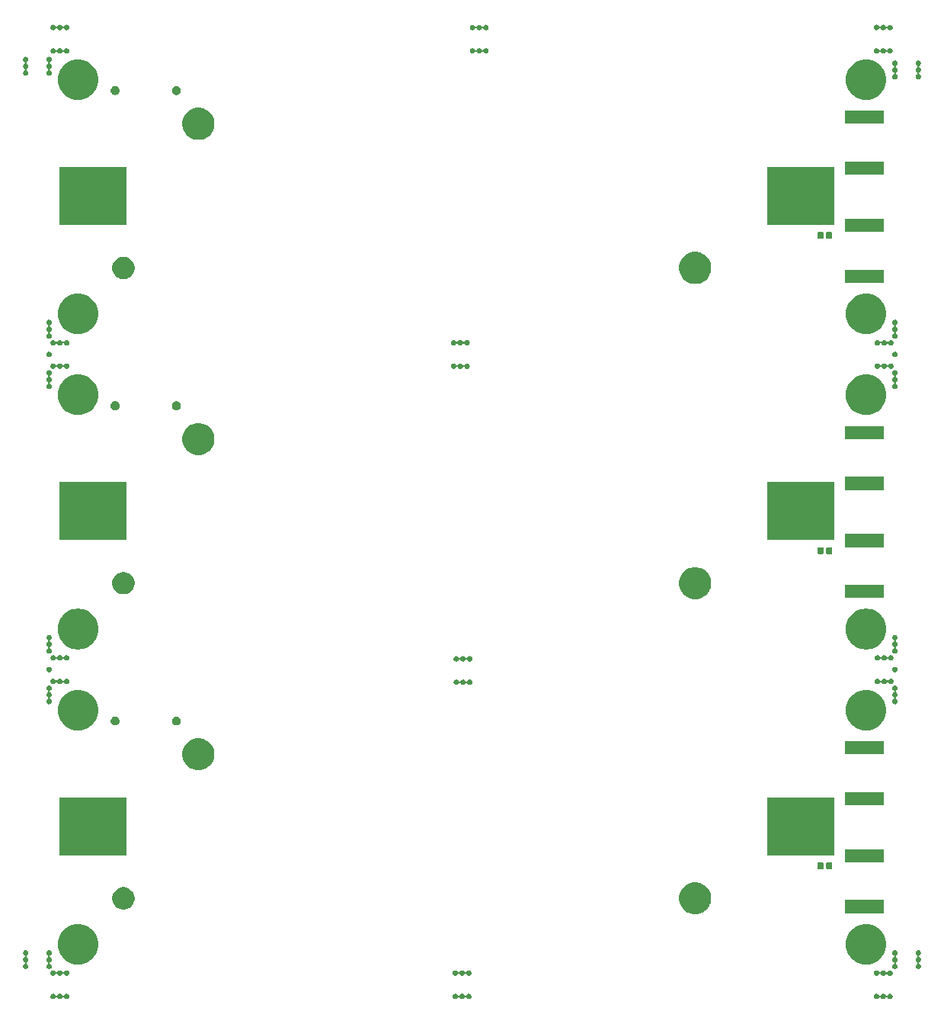
<source format=gbr>
G04 #@! TF.GenerationSoftware,KiCad,Pcbnew,(5.1.5)-3*
G04 #@! TF.CreationDate,2020-05-17T20:08:31+05:30*
G04 #@! TF.ProjectId,panel,70616e65-6c2e-46b6-9963-61645f706362,rev?*
G04 #@! TF.SameCoordinates,Original*
G04 #@! TF.FileFunction,Soldermask,Bot*
G04 #@! TF.FilePolarity,Negative*
%FSLAX46Y46*%
G04 Gerber Fmt 4.6, Leading zero omitted, Abs format (unit mm)*
G04 Created by KiCad (PCBNEW (5.1.5)-3) date 2020-05-17 20:08:31*
%MOMM*%
%LPD*%
G04 APERTURE LIST*
%ADD10C,0.100000*%
G04 APERTURE END LIST*
D10*
G36*
X222237797Y-159510567D02*
G01*
X222292575Y-159533257D01*
X222292577Y-159533258D01*
X222341876Y-159566198D01*
X222383802Y-159608124D01*
X222416742Y-159657423D01*
X222421067Y-159663896D01*
X222436612Y-159682838D01*
X222455554Y-159698383D01*
X222477165Y-159709934D01*
X222500614Y-159717047D01*
X222525000Y-159719449D01*
X222549386Y-159717047D01*
X222572835Y-159709934D01*
X222594446Y-159698383D01*
X222613388Y-159682838D01*
X222628933Y-159663896D01*
X222633258Y-159657423D01*
X222666198Y-159608124D01*
X222708124Y-159566198D01*
X222757423Y-159533258D01*
X222757425Y-159533257D01*
X222812203Y-159510567D01*
X222870353Y-159499000D01*
X222929647Y-159499000D01*
X222987797Y-159510567D01*
X223042575Y-159533257D01*
X223042577Y-159533258D01*
X223091876Y-159566198D01*
X223133802Y-159608124D01*
X223166742Y-159657423D01*
X223171067Y-159663896D01*
X223186612Y-159682838D01*
X223205554Y-159698383D01*
X223227165Y-159709934D01*
X223250614Y-159717047D01*
X223275000Y-159719449D01*
X223299386Y-159717047D01*
X223322835Y-159709934D01*
X223344446Y-159698383D01*
X223363388Y-159682838D01*
X223378933Y-159663896D01*
X223383258Y-159657423D01*
X223416198Y-159608124D01*
X223458124Y-159566198D01*
X223507423Y-159533258D01*
X223507425Y-159533257D01*
X223562203Y-159510567D01*
X223620353Y-159499000D01*
X223679647Y-159499000D01*
X223737797Y-159510567D01*
X223792575Y-159533257D01*
X223792577Y-159533258D01*
X223841876Y-159566198D01*
X223883802Y-159608124D01*
X223916742Y-159657423D01*
X223916743Y-159657425D01*
X223939433Y-159712203D01*
X223951000Y-159770353D01*
X223951000Y-159829647D01*
X223939433Y-159887797D01*
X223919423Y-159936104D01*
X223916742Y-159942577D01*
X223883802Y-159991876D01*
X223841876Y-160033802D01*
X223792577Y-160066742D01*
X223792576Y-160066743D01*
X223792575Y-160066743D01*
X223737797Y-160089433D01*
X223679647Y-160101000D01*
X223620353Y-160101000D01*
X223562203Y-160089433D01*
X223507425Y-160066743D01*
X223507424Y-160066743D01*
X223507423Y-160066742D01*
X223458124Y-160033802D01*
X223416198Y-159991876D01*
X223383258Y-159942577D01*
X223383257Y-159942575D01*
X223378933Y-159936104D01*
X223363388Y-159917162D01*
X223344446Y-159901617D01*
X223322835Y-159890066D01*
X223299386Y-159882953D01*
X223275000Y-159880551D01*
X223250614Y-159882953D01*
X223227165Y-159890066D01*
X223205554Y-159901617D01*
X223186612Y-159917162D01*
X223171067Y-159936104D01*
X223166743Y-159942575D01*
X223166742Y-159942577D01*
X223133802Y-159991876D01*
X223091876Y-160033802D01*
X223042577Y-160066742D01*
X223042576Y-160066743D01*
X223042575Y-160066743D01*
X222987797Y-160089433D01*
X222929647Y-160101000D01*
X222870353Y-160101000D01*
X222812203Y-160089433D01*
X222757425Y-160066743D01*
X222757424Y-160066743D01*
X222757423Y-160066742D01*
X222708124Y-160033802D01*
X222666198Y-159991876D01*
X222633258Y-159942577D01*
X222633257Y-159942575D01*
X222628933Y-159936104D01*
X222613388Y-159917162D01*
X222594446Y-159901617D01*
X222572835Y-159890066D01*
X222549386Y-159882953D01*
X222525000Y-159880551D01*
X222500614Y-159882953D01*
X222477165Y-159890066D01*
X222455554Y-159901617D01*
X222436612Y-159917162D01*
X222421067Y-159936104D01*
X222416743Y-159942575D01*
X222416742Y-159942577D01*
X222383802Y-159991876D01*
X222341876Y-160033802D01*
X222292577Y-160066742D01*
X222292576Y-160066743D01*
X222292575Y-160066743D01*
X222237797Y-160089433D01*
X222179647Y-160101000D01*
X222120353Y-160101000D01*
X222062203Y-160089433D01*
X222007425Y-160066743D01*
X222007424Y-160066743D01*
X222007423Y-160066742D01*
X221958124Y-160033802D01*
X221916198Y-159991876D01*
X221883258Y-159942577D01*
X221880577Y-159936104D01*
X221860567Y-159887797D01*
X221849000Y-159829647D01*
X221849000Y-159770353D01*
X221860567Y-159712203D01*
X221883257Y-159657425D01*
X221883258Y-159657423D01*
X221916198Y-159608124D01*
X221958124Y-159566198D01*
X222007423Y-159533258D01*
X222007425Y-159533257D01*
X222062203Y-159510567D01*
X222120353Y-159499000D01*
X222179647Y-159499000D01*
X222237797Y-159510567D01*
G37*
G36*
X130737797Y-159510567D02*
G01*
X130792575Y-159533257D01*
X130792577Y-159533258D01*
X130841876Y-159566198D01*
X130883802Y-159608124D01*
X130916742Y-159657423D01*
X130921067Y-159663896D01*
X130936612Y-159682838D01*
X130955554Y-159698383D01*
X130977165Y-159709934D01*
X131000614Y-159717047D01*
X131025000Y-159719449D01*
X131049386Y-159717047D01*
X131072835Y-159709934D01*
X131094446Y-159698383D01*
X131113388Y-159682838D01*
X131128933Y-159663896D01*
X131133258Y-159657423D01*
X131166198Y-159608124D01*
X131208124Y-159566198D01*
X131257423Y-159533258D01*
X131257425Y-159533257D01*
X131312203Y-159510567D01*
X131370353Y-159499000D01*
X131429647Y-159499000D01*
X131487797Y-159510567D01*
X131542575Y-159533257D01*
X131542577Y-159533258D01*
X131591876Y-159566198D01*
X131633802Y-159608124D01*
X131666742Y-159657423D01*
X131671067Y-159663896D01*
X131686612Y-159682838D01*
X131705554Y-159698383D01*
X131727165Y-159709934D01*
X131750614Y-159717047D01*
X131775000Y-159719449D01*
X131799386Y-159717047D01*
X131822835Y-159709934D01*
X131844446Y-159698383D01*
X131863388Y-159682838D01*
X131878933Y-159663896D01*
X131883258Y-159657423D01*
X131916198Y-159608124D01*
X131958124Y-159566198D01*
X132007423Y-159533258D01*
X132007425Y-159533257D01*
X132062203Y-159510567D01*
X132120353Y-159499000D01*
X132179647Y-159499000D01*
X132237797Y-159510567D01*
X132292575Y-159533257D01*
X132292577Y-159533258D01*
X132341876Y-159566198D01*
X132383802Y-159608124D01*
X132416742Y-159657423D01*
X132416743Y-159657425D01*
X132439433Y-159712203D01*
X132451000Y-159770353D01*
X132451000Y-159829647D01*
X132439433Y-159887797D01*
X132419423Y-159936104D01*
X132416742Y-159942577D01*
X132383802Y-159991876D01*
X132341876Y-160033802D01*
X132292577Y-160066742D01*
X132292576Y-160066743D01*
X132292575Y-160066743D01*
X132237797Y-160089433D01*
X132179647Y-160101000D01*
X132120353Y-160101000D01*
X132062203Y-160089433D01*
X132007425Y-160066743D01*
X132007424Y-160066743D01*
X132007423Y-160066742D01*
X131958124Y-160033802D01*
X131916198Y-159991876D01*
X131883258Y-159942577D01*
X131883257Y-159942575D01*
X131878933Y-159936104D01*
X131863388Y-159917162D01*
X131844446Y-159901617D01*
X131822835Y-159890066D01*
X131799386Y-159882953D01*
X131775000Y-159880551D01*
X131750614Y-159882953D01*
X131727165Y-159890066D01*
X131705554Y-159901617D01*
X131686612Y-159917162D01*
X131671067Y-159936104D01*
X131666743Y-159942575D01*
X131666742Y-159942577D01*
X131633802Y-159991876D01*
X131591876Y-160033802D01*
X131542577Y-160066742D01*
X131542576Y-160066743D01*
X131542575Y-160066743D01*
X131487797Y-160089433D01*
X131429647Y-160101000D01*
X131370353Y-160101000D01*
X131312203Y-160089433D01*
X131257425Y-160066743D01*
X131257424Y-160066743D01*
X131257423Y-160066742D01*
X131208124Y-160033802D01*
X131166198Y-159991876D01*
X131133258Y-159942577D01*
X131133257Y-159942575D01*
X131128933Y-159936104D01*
X131113388Y-159917162D01*
X131094446Y-159901617D01*
X131072835Y-159890066D01*
X131049386Y-159882953D01*
X131025000Y-159880551D01*
X131000614Y-159882953D01*
X130977165Y-159890066D01*
X130955554Y-159901617D01*
X130936612Y-159917162D01*
X130921067Y-159936104D01*
X130916743Y-159942575D01*
X130916742Y-159942577D01*
X130883802Y-159991876D01*
X130841876Y-160033802D01*
X130792577Y-160066742D01*
X130792576Y-160066743D01*
X130792575Y-160066743D01*
X130737797Y-160089433D01*
X130679647Y-160101000D01*
X130620353Y-160101000D01*
X130562203Y-160089433D01*
X130507425Y-160066743D01*
X130507424Y-160066743D01*
X130507423Y-160066742D01*
X130458124Y-160033802D01*
X130416198Y-159991876D01*
X130383258Y-159942577D01*
X130380577Y-159936104D01*
X130360567Y-159887797D01*
X130349000Y-159829647D01*
X130349000Y-159770353D01*
X130360567Y-159712203D01*
X130383257Y-159657425D01*
X130383258Y-159657423D01*
X130416198Y-159608124D01*
X130458124Y-159566198D01*
X130507423Y-159533258D01*
X130507425Y-159533257D01*
X130562203Y-159510567D01*
X130620353Y-159499000D01*
X130679647Y-159499000D01*
X130737797Y-159510567D01*
G37*
G36*
X175437797Y-159510567D02*
G01*
X175492575Y-159533257D01*
X175492577Y-159533258D01*
X175541876Y-159566198D01*
X175583802Y-159608124D01*
X175616742Y-159657423D01*
X175621067Y-159663896D01*
X175636612Y-159682838D01*
X175655554Y-159698383D01*
X175677165Y-159709934D01*
X175700614Y-159717047D01*
X175725000Y-159719449D01*
X175749386Y-159717047D01*
X175772835Y-159709934D01*
X175794446Y-159698383D01*
X175813388Y-159682838D01*
X175828933Y-159663896D01*
X175833258Y-159657423D01*
X175866198Y-159608124D01*
X175908124Y-159566198D01*
X175957423Y-159533258D01*
X175957425Y-159533257D01*
X176012203Y-159510567D01*
X176070353Y-159499000D01*
X176129647Y-159499000D01*
X176187797Y-159510567D01*
X176242575Y-159533257D01*
X176242577Y-159533258D01*
X176291876Y-159566198D01*
X176333802Y-159608124D01*
X176366742Y-159657423D01*
X176371067Y-159663896D01*
X176386612Y-159682838D01*
X176405554Y-159698383D01*
X176427165Y-159709934D01*
X176450614Y-159717047D01*
X176475000Y-159719449D01*
X176499386Y-159717047D01*
X176522835Y-159709934D01*
X176544446Y-159698383D01*
X176563388Y-159682838D01*
X176578933Y-159663896D01*
X176583258Y-159657423D01*
X176616198Y-159608124D01*
X176658124Y-159566198D01*
X176707423Y-159533258D01*
X176707425Y-159533257D01*
X176762203Y-159510567D01*
X176820353Y-159499000D01*
X176879647Y-159499000D01*
X176937797Y-159510567D01*
X176992575Y-159533257D01*
X176992577Y-159533258D01*
X177041876Y-159566198D01*
X177083802Y-159608124D01*
X177116742Y-159657423D01*
X177116743Y-159657425D01*
X177139433Y-159712203D01*
X177151000Y-159770353D01*
X177151000Y-159829647D01*
X177139433Y-159887797D01*
X177119423Y-159936104D01*
X177116742Y-159942577D01*
X177083802Y-159991876D01*
X177041876Y-160033802D01*
X176992577Y-160066742D01*
X176992576Y-160066743D01*
X176992575Y-160066743D01*
X176937797Y-160089433D01*
X176879647Y-160101000D01*
X176820353Y-160101000D01*
X176762203Y-160089433D01*
X176707425Y-160066743D01*
X176707424Y-160066743D01*
X176707423Y-160066742D01*
X176658124Y-160033802D01*
X176616198Y-159991876D01*
X176583258Y-159942577D01*
X176583257Y-159942575D01*
X176578933Y-159936104D01*
X176563388Y-159917162D01*
X176544446Y-159901617D01*
X176522835Y-159890066D01*
X176499386Y-159882953D01*
X176475000Y-159880551D01*
X176450614Y-159882953D01*
X176427165Y-159890066D01*
X176405554Y-159901617D01*
X176386612Y-159917162D01*
X176371067Y-159936104D01*
X176366743Y-159942575D01*
X176366742Y-159942577D01*
X176333802Y-159991876D01*
X176291876Y-160033802D01*
X176242577Y-160066742D01*
X176242576Y-160066743D01*
X176242575Y-160066743D01*
X176187797Y-160089433D01*
X176129647Y-160101000D01*
X176070353Y-160101000D01*
X176012203Y-160089433D01*
X175957425Y-160066743D01*
X175957424Y-160066743D01*
X175957423Y-160066742D01*
X175908124Y-160033802D01*
X175866198Y-159991876D01*
X175833258Y-159942577D01*
X175833257Y-159942575D01*
X175828933Y-159936104D01*
X175813388Y-159917162D01*
X175794446Y-159901617D01*
X175772835Y-159890066D01*
X175749386Y-159882953D01*
X175725000Y-159880551D01*
X175700614Y-159882953D01*
X175677165Y-159890066D01*
X175655554Y-159901617D01*
X175636612Y-159917162D01*
X175621067Y-159936104D01*
X175616743Y-159942575D01*
X175616742Y-159942577D01*
X175583802Y-159991876D01*
X175541876Y-160033802D01*
X175492577Y-160066742D01*
X175492576Y-160066743D01*
X175492575Y-160066743D01*
X175437797Y-160089433D01*
X175379647Y-160101000D01*
X175320353Y-160101000D01*
X175262203Y-160089433D01*
X175207425Y-160066743D01*
X175207424Y-160066743D01*
X175207423Y-160066742D01*
X175158124Y-160033802D01*
X175116198Y-159991876D01*
X175083258Y-159942577D01*
X175080577Y-159936104D01*
X175060567Y-159887797D01*
X175049000Y-159829647D01*
X175049000Y-159770353D01*
X175060567Y-159712203D01*
X175083257Y-159657425D01*
X175083258Y-159657423D01*
X175116198Y-159608124D01*
X175158124Y-159566198D01*
X175207423Y-159533258D01*
X175207425Y-159533257D01*
X175262203Y-159510567D01*
X175320353Y-159499000D01*
X175379647Y-159499000D01*
X175437797Y-159510567D01*
G37*
G36*
X175437797Y-156910567D02*
G01*
X175492575Y-156933257D01*
X175492577Y-156933258D01*
X175541876Y-156966198D01*
X175583802Y-157008124D01*
X175616742Y-157057423D01*
X175621067Y-157063896D01*
X175636612Y-157082838D01*
X175655554Y-157098383D01*
X175677165Y-157109934D01*
X175700614Y-157117047D01*
X175725000Y-157119449D01*
X175749386Y-157117047D01*
X175772835Y-157109934D01*
X175794446Y-157098383D01*
X175813388Y-157082838D01*
X175828933Y-157063896D01*
X175833258Y-157057423D01*
X175866198Y-157008124D01*
X175908124Y-156966198D01*
X175957423Y-156933258D01*
X175957425Y-156933257D01*
X176012203Y-156910567D01*
X176070353Y-156899000D01*
X176129647Y-156899000D01*
X176187797Y-156910567D01*
X176242575Y-156933257D01*
X176242577Y-156933258D01*
X176291876Y-156966198D01*
X176333802Y-157008124D01*
X176366742Y-157057423D01*
X176371067Y-157063896D01*
X176386612Y-157082838D01*
X176405554Y-157098383D01*
X176427165Y-157109934D01*
X176450614Y-157117047D01*
X176475000Y-157119449D01*
X176499386Y-157117047D01*
X176522835Y-157109934D01*
X176544446Y-157098383D01*
X176563388Y-157082838D01*
X176578933Y-157063896D01*
X176583258Y-157057423D01*
X176616198Y-157008124D01*
X176658124Y-156966198D01*
X176707423Y-156933258D01*
X176707425Y-156933257D01*
X176762203Y-156910567D01*
X176820353Y-156899000D01*
X176879647Y-156899000D01*
X176937797Y-156910567D01*
X176992575Y-156933257D01*
X176992577Y-156933258D01*
X177041876Y-156966198D01*
X177083802Y-157008124D01*
X177116742Y-157057423D01*
X177116743Y-157057425D01*
X177139433Y-157112203D01*
X177151000Y-157170353D01*
X177151000Y-157229647D01*
X177139433Y-157287797D01*
X177119423Y-157336104D01*
X177116742Y-157342577D01*
X177083802Y-157391876D01*
X177041876Y-157433802D01*
X176992577Y-157466742D01*
X176992576Y-157466743D01*
X176992575Y-157466743D01*
X176937797Y-157489433D01*
X176879647Y-157501000D01*
X176820353Y-157501000D01*
X176762203Y-157489433D01*
X176707425Y-157466743D01*
X176707424Y-157466743D01*
X176707423Y-157466742D01*
X176658124Y-157433802D01*
X176616198Y-157391876D01*
X176583258Y-157342577D01*
X176583257Y-157342575D01*
X176578933Y-157336104D01*
X176563388Y-157317162D01*
X176544446Y-157301617D01*
X176522835Y-157290066D01*
X176499386Y-157282953D01*
X176475000Y-157280551D01*
X176450614Y-157282953D01*
X176427165Y-157290066D01*
X176405554Y-157301617D01*
X176386612Y-157317162D01*
X176371067Y-157336104D01*
X176366743Y-157342575D01*
X176366742Y-157342577D01*
X176333802Y-157391876D01*
X176291876Y-157433802D01*
X176242577Y-157466742D01*
X176242576Y-157466743D01*
X176242575Y-157466743D01*
X176187797Y-157489433D01*
X176129647Y-157501000D01*
X176070353Y-157501000D01*
X176012203Y-157489433D01*
X175957425Y-157466743D01*
X175957424Y-157466743D01*
X175957423Y-157466742D01*
X175908124Y-157433802D01*
X175866198Y-157391876D01*
X175833258Y-157342577D01*
X175833257Y-157342575D01*
X175828933Y-157336104D01*
X175813388Y-157317162D01*
X175794446Y-157301617D01*
X175772835Y-157290066D01*
X175749386Y-157282953D01*
X175725000Y-157280551D01*
X175700614Y-157282953D01*
X175677165Y-157290066D01*
X175655554Y-157301617D01*
X175636612Y-157317162D01*
X175621067Y-157336104D01*
X175616743Y-157342575D01*
X175616742Y-157342577D01*
X175583802Y-157391876D01*
X175541876Y-157433802D01*
X175492577Y-157466742D01*
X175492576Y-157466743D01*
X175492575Y-157466743D01*
X175437797Y-157489433D01*
X175379647Y-157501000D01*
X175320353Y-157501000D01*
X175262203Y-157489433D01*
X175207425Y-157466743D01*
X175207424Y-157466743D01*
X175207423Y-157466742D01*
X175158124Y-157433802D01*
X175116198Y-157391876D01*
X175083258Y-157342577D01*
X175080577Y-157336104D01*
X175060567Y-157287797D01*
X175049000Y-157229647D01*
X175049000Y-157170353D01*
X175060567Y-157112203D01*
X175083257Y-157057425D01*
X175083258Y-157057423D01*
X175116198Y-157008124D01*
X175158124Y-156966198D01*
X175207423Y-156933258D01*
X175207425Y-156933257D01*
X175262203Y-156910567D01*
X175320353Y-156899000D01*
X175379647Y-156899000D01*
X175437797Y-156910567D01*
G37*
G36*
X130737797Y-156910567D02*
G01*
X130792575Y-156933257D01*
X130792577Y-156933258D01*
X130841876Y-156966198D01*
X130883802Y-157008124D01*
X130916742Y-157057423D01*
X130921067Y-157063896D01*
X130936612Y-157082838D01*
X130955554Y-157098383D01*
X130977165Y-157109934D01*
X131000614Y-157117047D01*
X131025000Y-157119449D01*
X131049386Y-157117047D01*
X131072835Y-157109934D01*
X131094446Y-157098383D01*
X131113388Y-157082838D01*
X131128933Y-157063896D01*
X131133258Y-157057423D01*
X131166198Y-157008124D01*
X131208124Y-156966198D01*
X131257423Y-156933258D01*
X131257425Y-156933257D01*
X131312203Y-156910567D01*
X131370353Y-156899000D01*
X131429647Y-156899000D01*
X131487797Y-156910567D01*
X131542575Y-156933257D01*
X131542577Y-156933258D01*
X131591876Y-156966198D01*
X131633802Y-157008124D01*
X131666742Y-157057423D01*
X131671067Y-157063896D01*
X131686612Y-157082838D01*
X131705554Y-157098383D01*
X131727165Y-157109934D01*
X131750614Y-157117047D01*
X131775000Y-157119449D01*
X131799386Y-157117047D01*
X131822835Y-157109934D01*
X131844446Y-157098383D01*
X131863388Y-157082838D01*
X131878933Y-157063896D01*
X131883258Y-157057423D01*
X131916198Y-157008124D01*
X131958124Y-156966198D01*
X132007423Y-156933258D01*
X132007425Y-156933257D01*
X132062203Y-156910567D01*
X132120353Y-156899000D01*
X132179647Y-156899000D01*
X132237797Y-156910567D01*
X132292575Y-156933257D01*
X132292577Y-156933258D01*
X132341876Y-156966198D01*
X132383802Y-157008124D01*
X132416742Y-157057423D01*
X132416743Y-157057425D01*
X132439433Y-157112203D01*
X132451000Y-157170353D01*
X132451000Y-157229647D01*
X132439433Y-157287797D01*
X132419423Y-157336104D01*
X132416742Y-157342577D01*
X132383802Y-157391876D01*
X132341876Y-157433802D01*
X132292577Y-157466742D01*
X132292576Y-157466743D01*
X132292575Y-157466743D01*
X132237797Y-157489433D01*
X132179647Y-157501000D01*
X132120353Y-157501000D01*
X132062203Y-157489433D01*
X132007425Y-157466743D01*
X132007424Y-157466743D01*
X132007423Y-157466742D01*
X131958124Y-157433802D01*
X131916198Y-157391876D01*
X131883258Y-157342577D01*
X131883257Y-157342575D01*
X131878933Y-157336104D01*
X131863388Y-157317162D01*
X131844446Y-157301617D01*
X131822835Y-157290066D01*
X131799386Y-157282953D01*
X131775000Y-157280551D01*
X131750614Y-157282953D01*
X131727165Y-157290066D01*
X131705554Y-157301617D01*
X131686612Y-157317162D01*
X131671067Y-157336104D01*
X131666743Y-157342575D01*
X131666742Y-157342577D01*
X131633802Y-157391876D01*
X131591876Y-157433802D01*
X131542577Y-157466742D01*
X131542576Y-157466743D01*
X131542575Y-157466743D01*
X131487797Y-157489433D01*
X131429647Y-157501000D01*
X131370353Y-157501000D01*
X131312203Y-157489433D01*
X131257425Y-157466743D01*
X131257424Y-157466743D01*
X131257423Y-157466742D01*
X131208124Y-157433802D01*
X131166198Y-157391876D01*
X131133258Y-157342577D01*
X131133257Y-157342575D01*
X131128933Y-157336104D01*
X131113388Y-157317162D01*
X131094446Y-157301617D01*
X131072835Y-157290066D01*
X131049386Y-157282953D01*
X131025000Y-157280551D01*
X131000614Y-157282953D01*
X130977165Y-157290066D01*
X130955554Y-157301617D01*
X130936612Y-157317162D01*
X130921067Y-157336104D01*
X130916743Y-157342575D01*
X130916742Y-157342577D01*
X130883802Y-157391876D01*
X130841876Y-157433802D01*
X130792577Y-157466742D01*
X130792576Y-157466743D01*
X130792575Y-157466743D01*
X130737797Y-157489433D01*
X130679647Y-157501000D01*
X130620353Y-157501000D01*
X130562203Y-157489433D01*
X130507425Y-157466743D01*
X130507424Y-157466743D01*
X130507423Y-157466742D01*
X130458124Y-157433802D01*
X130416198Y-157391876D01*
X130383258Y-157342577D01*
X130380577Y-157336104D01*
X130360567Y-157287797D01*
X130349000Y-157229647D01*
X130349000Y-157170353D01*
X130360567Y-157112203D01*
X130383257Y-157057425D01*
X130383258Y-157057423D01*
X130416198Y-157008124D01*
X130458124Y-156966198D01*
X130507423Y-156933258D01*
X130507425Y-156933257D01*
X130562203Y-156910567D01*
X130620353Y-156899000D01*
X130679647Y-156899000D01*
X130737797Y-156910567D01*
G37*
G36*
X222237797Y-156910567D02*
G01*
X222292575Y-156933257D01*
X222292577Y-156933258D01*
X222341876Y-156966198D01*
X222383802Y-157008124D01*
X222416742Y-157057423D01*
X222421067Y-157063896D01*
X222436612Y-157082838D01*
X222455554Y-157098383D01*
X222477165Y-157109934D01*
X222500614Y-157117047D01*
X222525000Y-157119449D01*
X222549386Y-157117047D01*
X222572835Y-157109934D01*
X222594446Y-157098383D01*
X222613388Y-157082838D01*
X222628933Y-157063896D01*
X222633258Y-157057423D01*
X222666198Y-157008124D01*
X222708124Y-156966198D01*
X222757423Y-156933258D01*
X222757425Y-156933257D01*
X222812203Y-156910567D01*
X222870353Y-156899000D01*
X222929647Y-156899000D01*
X222987797Y-156910567D01*
X223042575Y-156933257D01*
X223042577Y-156933258D01*
X223091876Y-156966198D01*
X223133802Y-157008124D01*
X223166742Y-157057423D01*
X223171067Y-157063896D01*
X223186612Y-157082838D01*
X223205554Y-157098383D01*
X223227165Y-157109934D01*
X223250614Y-157117047D01*
X223275000Y-157119449D01*
X223299386Y-157117047D01*
X223322835Y-157109934D01*
X223344446Y-157098383D01*
X223363388Y-157082838D01*
X223378933Y-157063896D01*
X223383258Y-157057423D01*
X223416198Y-157008124D01*
X223458124Y-156966198D01*
X223507423Y-156933258D01*
X223507425Y-156933257D01*
X223562203Y-156910567D01*
X223620353Y-156899000D01*
X223679647Y-156899000D01*
X223737797Y-156910567D01*
X223792575Y-156933257D01*
X223792577Y-156933258D01*
X223841876Y-156966198D01*
X223883802Y-157008124D01*
X223916742Y-157057423D01*
X223916743Y-157057425D01*
X223939433Y-157112203D01*
X223951000Y-157170353D01*
X223951000Y-157229647D01*
X223939433Y-157287797D01*
X223919423Y-157336104D01*
X223916742Y-157342577D01*
X223883802Y-157391876D01*
X223841876Y-157433802D01*
X223792577Y-157466742D01*
X223792576Y-157466743D01*
X223792575Y-157466743D01*
X223737797Y-157489433D01*
X223679647Y-157501000D01*
X223620353Y-157501000D01*
X223562203Y-157489433D01*
X223507425Y-157466743D01*
X223507424Y-157466743D01*
X223507423Y-157466742D01*
X223458124Y-157433802D01*
X223416198Y-157391876D01*
X223383258Y-157342577D01*
X223383257Y-157342575D01*
X223378933Y-157336104D01*
X223363388Y-157317162D01*
X223344446Y-157301617D01*
X223322835Y-157290066D01*
X223299386Y-157282953D01*
X223275000Y-157280551D01*
X223250614Y-157282953D01*
X223227165Y-157290066D01*
X223205554Y-157301617D01*
X223186612Y-157317162D01*
X223171067Y-157336104D01*
X223166743Y-157342575D01*
X223166742Y-157342577D01*
X223133802Y-157391876D01*
X223091876Y-157433802D01*
X223042577Y-157466742D01*
X223042576Y-157466743D01*
X223042575Y-157466743D01*
X222987797Y-157489433D01*
X222929647Y-157501000D01*
X222870353Y-157501000D01*
X222812203Y-157489433D01*
X222757425Y-157466743D01*
X222757424Y-157466743D01*
X222757423Y-157466742D01*
X222708124Y-157433802D01*
X222666198Y-157391876D01*
X222633258Y-157342577D01*
X222633257Y-157342575D01*
X222628933Y-157336104D01*
X222613388Y-157317162D01*
X222594446Y-157301617D01*
X222572835Y-157290066D01*
X222549386Y-157282953D01*
X222525000Y-157280551D01*
X222500614Y-157282953D01*
X222477165Y-157290066D01*
X222455554Y-157301617D01*
X222436612Y-157317162D01*
X222421067Y-157336104D01*
X222416743Y-157342575D01*
X222416742Y-157342577D01*
X222383802Y-157391876D01*
X222341876Y-157433802D01*
X222292577Y-157466742D01*
X222292576Y-157466743D01*
X222292575Y-157466743D01*
X222237797Y-157489433D01*
X222179647Y-157501000D01*
X222120353Y-157501000D01*
X222062203Y-157489433D01*
X222007425Y-157466743D01*
X222007424Y-157466743D01*
X222007423Y-157466742D01*
X221958124Y-157433802D01*
X221916198Y-157391876D01*
X221883258Y-157342577D01*
X221880577Y-157336104D01*
X221860567Y-157287797D01*
X221849000Y-157229647D01*
X221849000Y-157170353D01*
X221860567Y-157112203D01*
X221883257Y-157057425D01*
X221883258Y-157057423D01*
X221916198Y-157008124D01*
X221958124Y-156966198D01*
X222007423Y-156933258D01*
X222007425Y-156933257D01*
X222062203Y-156910567D01*
X222120353Y-156899000D01*
X222179647Y-156899000D01*
X222237797Y-156910567D01*
G37*
G36*
X127687797Y-154660567D02*
G01*
X127742575Y-154683257D01*
X127742577Y-154683258D01*
X127791876Y-154716198D01*
X127833802Y-154758124D01*
X127866742Y-154807423D01*
X127866743Y-154807425D01*
X127889433Y-154862203D01*
X127901000Y-154920353D01*
X127901000Y-154979647D01*
X127889433Y-155037797D01*
X127866743Y-155092575D01*
X127866742Y-155092577D01*
X127833802Y-155141876D01*
X127791876Y-155183802D01*
X127758323Y-155206221D01*
X127736104Y-155221067D01*
X127717162Y-155236612D01*
X127701617Y-155255554D01*
X127690066Y-155277165D01*
X127682953Y-155300614D01*
X127680551Y-155325000D01*
X127682953Y-155349386D01*
X127690066Y-155372835D01*
X127701617Y-155394446D01*
X127717162Y-155413388D01*
X127736104Y-155428933D01*
X127742577Y-155433258D01*
X127791876Y-155466198D01*
X127833802Y-155508124D01*
X127866742Y-155557423D01*
X127866743Y-155557425D01*
X127889433Y-155612203D01*
X127901000Y-155670353D01*
X127901000Y-155729647D01*
X127889433Y-155787797D01*
X127867832Y-155839945D01*
X127866742Y-155842577D01*
X127833802Y-155891876D01*
X127791876Y-155933802D01*
X127742577Y-155966742D01*
X127736104Y-155971067D01*
X127717162Y-155986612D01*
X127701617Y-156005554D01*
X127690066Y-156027165D01*
X127682953Y-156050614D01*
X127680551Y-156075000D01*
X127682953Y-156099386D01*
X127690066Y-156122835D01*
X127701617Y-156144446D01*
X127717162Y-156163388D01*
X127736104Y-156178933D01*
X127742577Y-156183258D01*
X127791876Y-156216198D01*
X127833802Y-156258124D01*
X127866742Y-156307423D01*
X127866743Y-156307425D01*
X127889433Y-156362203D01*
X127901000Y-156420353D01*
X127901000Y-156479647D01*
X127889433Y-156537797D01*
X127866743Y-156592575D01*
X127866742Y-156592577D01*
X127833802Y-156641876D01*
X127791876Y-156683802D01*
X127742577Y-156716742D01*
X127742576Y-156716743D01*
X127742575Y-156716743D01*
X127687797Y-156739433D01*
X127629647Y-156751000D01*
X127570353Y-156751000D01*
X127512203Y-156739433D01*
X127457425Y-156716743D01*
X127457424Y-156716743D01*
X127457423Y-156716742D01*
X127408124Y-156683802D01*
X127366198Y-156641876D01*
X127333258Y-156592577D01*
X127333257Y-156592575D01*
X127310567Y-156537797D01*
X127299000Y-156479647D01*
X127299000Y-156420353D01*
X127310567Y-156362203D01*
X127333257Y-156307425D01*
X127333258Y-156307423D01*
X127366198Y-156258124D01*
X127408124Y-156216198D01*
X127457423Y-156183258D01*
X127463896Y-156178933D01*
X127482838Y-156163388D01*
X127498383Y-156144446D01*
X127509934Y-156122835D01*
X127517047Y-156099386D01*
X127519449Y-156075000D01*
X127517047Y-156050614D01*
X127509934Y-156027165D01*
X127498383Y-156005554D01*
X127482838Y-155986612D01*
X127463896Y-155971067D01*
X127457423Y-155966742D01*
X127408124Y-155933802D01*
X127366198Y-155891876D01*
X127333258Y-155842577D01*
X127332168Y-155839945D01*
X127310567Y-155787797D01*
X127299000Y-155729647D01*
X127299000Y-155670353D01*
X127310567Y-155612203D01*
X127333257Y-155557425D01*
X127333258Y-155557423D01*
X127366198Y-155508124D01*
X127408124Y-155466198D01*
X127457423Y-155433258D01*
X127463896Y-155428933D01*
X127482838Y-155413388D01*
X127498383Y-155394446D01*
X127509934Y-155372835D01*
X127517047Y-155349386D01*
X127519449Y-155325000D01*
X127517047Y-155300614D01*
X127509934Y-155277165D01*
X127498383Y-155255554D01*
X127482838Y-155236612D01*
X127463896Y-155221067D01*
X127441677Y-155206221D01*
X127408124Y-155183802D01*
X127366198Y-155141876D01*
X127333258Y-155092577D01*
X127333257Y-155092575D01*
X127310567Y-155037797D01*
X127299000Y-154979647D01*
X127299000Y-154920353D01*
X127310567Y-154862203D01*
X127333257Y-154807425D01*
X127333258Y-154807423D01*
X127366198Y-154758124D01*
X127408124Y-154716198D01*
X127457423Y-154683258D01*
X127457425Y-154683257D01*
X127512203Y-154660567D01*
X127570353Y-154649000D01*
X127629647Y-154649000D01*
X127687797Y-154660567D01*
G37*
G36*
X130287797Y-154660567D02*
G01*
X130342575Y-154683257D01*
X130342577Y-154683258D01*
X130391876Y-154716198D01*
X130433802Y-154758124D01*
X130466742Y-154807423D01*
X130466743Y-154807425D01*
X130489433Y-154862203D01*
X130501000Y-154920353D01*
X130501000Y-154979647D01*
X130489433Y-155037797D01*
X130466743Y-155092575D01*
X130466742Y-155092577D01*
X130433802Y-155141876D01*
X130391876Y-155183802D01*
X130358323Y-155206221D01*
X130336104Y-155221067D01*
X130317162Y-155236612D01*
X130301617Y-155255554D01*
X130290066Y-155277165D01*
X130282953Y-155300614D01*
X130280551Y-155325000D01*
X130282953Y-155349386D01*
X130290066Y-155372835D01*
X130301617Y-155394446D01*
X130317162Y-155413388D01*
X130336104Y-155428933D01*
X130342577Y-155433258D01*
X130391876Y-155466198D01*
X130433802Y-155508124D01*
X130466742Y-155557423D01*
X130466743Y-155557425D01*
X130489433Y-155612203D01*
X130501000Y-155670353D01*
X130501000Y-155729647D01*
X130489433Y-155787797D01*
X130467832Y-155839945D01*
X130466742Y-155842577D01*
X130433802Y-155891876D01*
X130391876Y-155933802D01*
X130342577Y-155966742D01*
X130336104Y-155971067D01*
X130317162Y-155986612D01*
X130301617Y-156005554D01*
X130290066Y-156027165D01*
X130282953Y-156050614D01*
X130280551Y-156075000D01*
X130282953Y-156099386D01*
X130290066Y-156122835D01*
X130301617Y-156144446D01*
X130317162Y-156163388D01*
X130336104Y-156178933D01*
X130342577Y-156183258D01*
X130391876Y-156216198D01*
X130433802Y-156258124D01*
X130466742Y-156307423D01*
X130466743Y-156307425D01*
X130489433Y-156362203D01*
X130501000Y-156420353D01*
X130501000Y-156479647D01*
X130489433Y-156537797D01*
X130466743Y-156592575D01*
X130466742Y-156592577D01*
X130433802Y-156641876D01*
X130391876Y-156683802D01*
X130342577Y-156716742D01*
X130342576Y-156716743D01*
X130342575Y-156716743D01*
X130287797Y-156739433D01*
X130229647Y-156751000D01*
X130170353Y-156751000D01*
X130112203Y-156739433D01*
X130057425Y-156716743D01*
X130057424Y-156716743D01*
X130057423Y-156716742D01*
X130008124Y-156683802D01*
X129966198Y-156641876D01*
X129933258Y-156592577D01*
X129933257Y-156592575D01*
X129910567Y-156537797D01*
X129899000Y-156479647D01*
X129899000Y-156420353D01*
X129910567Y-156362203D01*
X129933257Y-156307425D01*
X129933258Y-156307423D01*
X129966198Y-156258124D01*
X130008124Y-156216198D01*
X130057423Y-156183258D01*
X130063896Y-156178933D01*
X130082838Y-156163388D01*
X130098383Y-156144446D01*
X130109934Y-156122835D01*
X130117047Y-156099386D01*
X130119449Y-156075000D01*
X130117047Y-156050614D01*
X130109934Y-156027165D01*
X130098383Y-156005554D01*
X130082838Y-155986612D01*
X130063896Y-155971067D01*
X130057423Y-155966742D01*
X130008124Y-155933802D01*
X129966198Y-155891876D01*
X129933258Y-155842577D01*
X129932168Y-155839945D01*
X129910567Y-155787797D01*
X129899000Y-155729647D01*
X129899000Y-155670353D01*
X129910567Y-155612203D01*
X129933257Y-155557425D01*
X129933258Y-155557423D01*
X129966198Y-155508124D01*
X130008124Y-155466198D01*
X130057423Y-155433258D01*
X130063896Y-155428933D01*
X130082838Y-155413388D01*
X130098383Y-155394446D01*
X130109934Y-155372835D01*
X130117047Y-155349386D01*
X130119449Y-155325000D01*
X130117047Y-155300614D01*
X130109934Y-155277165D01*
X130098383Y-155255554D01*
X130082838Y-155236612D01*
X130063896Y-155221067D01*
X130041677Y-155206221D01*
X130008124Y-155183802D01*
X129966198Y-155141876D01*
X129933258Y-155092577D01*
X129933257Y-155092575D01*
X129910567Y-155037797D01*
X129899000Y-154979647D01*
X129899000Y-154920353D01*
X129910567Y-154862203D01*
X129933257Y-154807425D01*
X129933258Y-154807423D01*
X129966198Y-154758124D01*
X130008124Y-154716198D01*
X130057423Y-154683258D01*
X130057425Y-154683257D01*
X130112203Y-154660567D01*
X130170353Y-154649000D01*
X130229647Y-154649000D01*
X130287797Y-154660567D01*
G37*
G36*
X226887797Y-154660567D02*
G01*
X226942575Y-154683257D01*
X226942577Y-154683258D01*
X226991876Y-154716198D01*
X227033802Y-154758124D01*
X227066742Y-154807423D01*
X227066743Y-154807425D01*
X227089433Y-154862203D01*
X227101000Y-154920353D01*
X227101000Y-154979647D01*
X227089433Y-155037797D01*
X227066743Y-155092575D01*
X227066742Y-155092577D01*
X227033802Y-155141876D01*
X226991876Y-155183802D01*
X226958323Y-155206221D01*
X226936104Y-155221067D01*
X226917162Y-155236612D01*
X226901617Y-155255554D01*
X226890066Y-155277165D01*
X226882953Y-155300614D01*
X226880551Y-155325000D01*
X226882953Y-155349386D01*
X226890066Y-155372835D01*
X226901617Y-155394446D01*
X226917162Y-155413388D01*
X226936104Y-155428933D01*
X226942577Y-155433258D01*
X226991876Y-155466198D01*
X227033802Y-155508124D01*
X227066742Y-155557423D01*
X227066743Y-155557425D01*
X227089433Y-155612203D01*
X227101000Y-155670353D01*
X227101000Y-155729647D01*
X227089433Y-155787797D01*
X227067832Y-155839945D01*
X227066742Y-155842577D01*
X227033802Y-155891876D01*
X226991876Y-155933802D01*
X226942577Y-155966742D01*
X226936104Y-155971067D01*
X226917162Y-155986612D01*
X226901617Y-156005554D01*
X226890066Y-156027165D01*
X226882953Y-156050614D01*
X226880551Y-156075000D01*
X226882953Y-156099386D01*
X226890066Y-156122835D01*
X226901617Y-156144446D01*
X226917162Y-156163388D01*
X226936104Y-156178933D01*
X226942577Y-156183258D01*
X226991876Y-156216198D01*
X227033802Y-156258124D01*
X227066742Y-156307423D01*
X227066743Y-156307425D01*
X227089433Y-156362203D01*
X227101000Y-156420353D01*
X227101000Y-156479647D01*
X227089433Y-156537797D01*
X227066743Y-156592575D01*
X227066742Y-156592577D01*
X227033802Y-156641876D01*
X226991876Y-156683802D01*
X226942577Y-156716742D01*
X226942576Y-156716743D01*
X226942575Y-156716743D01*
X226887797Y-156739433D01*
X226829647Y-156751000D01*
X226770353Y-156751000D01*
X226712203Y-156739433D01*
X226657425Y-156716743D01*
X226657424Y-156716743D01*
X226657423Y-156716742D01*
X226608124Y-156683802D01*
X226566198Y-156641876D01*
X226533258Y-156592577D01*
X226533257Y-156592575D01*
X226510567Y-156537797D01*
X226499000Y-156479647D01*
X226499000Y-156420353D01*
X226510567Y-156362203D01*
X226533257Y-156307425D01*
X226533258Y-156307423D01*
X226566198Y-156258124D01*
X226608124Y-156216198D01*
X226657423Y-156183258D01*
X226663896Y-156178933D01*
X226682838Y-156163388D01*
X226698383Y-156144446D01*
X226709934Y-156122835D01*
X226717047Y-156099386D01*
X226719449Y-156075000D01*
X226717047Y-156050614D01*
X226709934Y-156027165D01*
X226698383Y-156005554D01*
X226682838Y-155986612D01*
X226663896Y-155971067D01*
X226657423Y-155966742D01*
X226608124Y-155933802D01*
X226566198Y-155891876D01*
X226533258Y-155842577D01*
X226532168Y-155839945D01*
X226510567Y-155787797D01*
X226499000Y-155729647D01*
X226499000Y-155670353D01*
X226510567Y-155612203D01*
X226533257Y-155557425D01*
X226533258Y-155557423D01*
X226566198Y-155508124D01*
X226608124Y-155466198D01*
X226657423Y-155433258D01*
X226663896Y-155428933D01*
X226682838Y-155413388D01*
X226698383Y-155394446D01*
X226709934Y-155372835D01*
X226717047Y-155349386D01*
X226719449Y-155325000D01*
X226717047Y-155300614D01*
X226709934Y-155277165D01*
X226698383Y-155255554D01*
X226682838Y-155236612D01*
X226663896Y-155221067D01*
X226641677Y-155206221D01*
X226608124Y-155183802D01*
X226566198Y-155141876D01*
X226533258Y-155092577D01*
X226533257Y-155092575D01*
X226510567Y-155037797D01*
X226499000Y-154979647D01*
X226499000Y-154920353D01*
X226510567Y-154862203D01*
X226533257Y-154807425D01*
X226533258Y-154807423D01*
X226566198Y-154758124D01*
X226608124Y-154716198D01*
X226657423Y-154683258D01*
X226657425Y-154683257D01*
X226712203Y-154660567D01*
X226770353Y-154649000D01*
X226829647Y-154649000D01*
X226887797Y-154660567D01*
G37*
G36*
X224287797Y-154660567D02*
G01*
X224342575Y-154683257D01*
X224342577Y-154683258D01*
X224391876Y-154716198D01*
X224433802Y-154758124D01*
X224466742Y-154807423D01*
X224466743Y-154807425D01*
X224489433Y-154862203D01*
X224501000Y-154920353D01*
X224501000Y-154979647D01*
X224489433Y-155037797D01*
X224466743Y-155092575D01*
X224466742Y-155092577D01*
X224433802Y-155141876D01*
X224391876Y-155183802D01*
X224358323Y-155206221D01*
X224336104Y-155221067D01*
X224317162Y-155236612D01*
X224301617Y-155255554D01*
X224290066Y-155277165D01*
X224282953Y-155300614D01*
X224280551Y-155325000D01*
X224282953Y-155349386D01*
X224290066Y-155372835D01*
X224301617Y-155394446D01*
X224317162Y-155413388D01*
X224336104Y-155428933D01*
X224342577Y-155433258D01*
X224391876Y-155466198D01*
X224433802Y-155508124D01*
X224466742Y-155557423D01*
X224466743Y-155557425D01*
X224489433Y-155612203D01*
X224501000Y-155670353D01*
X224501000Y-155729647D01*
X224489433Y-155787797D01*
X224467832Y-155839945D01*
X224466742Y-155842577D01*
X224433802Y-155891876D01*
X224391876Y-155933802D01*
X224342577Y-155966742D01*
X224336104Y-155971067D01*
X224317162Y-155986612D01*
X224301617Y-156005554D01*
X224290066Y-156027165D01*
X224282953Y-156050614D01*
X224280551Y-156075000D01*
X224282953Y-156099386D01*
X224290066Y-156122835D01*
X224301617Y-156144446D01*
X224317162Y-156163388D01*
X224336104Y-156178933D01*
X224342577Y-156183258D01*
X224391876Y-156216198D01*
X224433802Y-156258124D01*
X224466742Y-156307423D01*
X224466743Y-156307425D01*
X224489433Y-156362203D01*
X224501000Y-156420353D01*
X224501000Y-156479647D01*
X224489433Y-156537797D01*
X224466743Y-156592575D01*
X224466742Y-156592577D01*
X224433802Y-156641876D01*
X224391876Y-156683802D01*
X224342577Y-156716742D01*
X224342576Y-156716743D01*
X224342575Y-156716743D01*
X224287797Y-156739433D01*
X224229647Y-156751000D01*
X224170353Y-156751000D01*
X224112203Y-156739433D01*
X224057425Y-156716743D01*
X224057424Y-156716743D01*
X224057423Y-156716742D01*
X224008124Y-156683802D01*
X223966198Y-156641876D01*
X223933258Y-156592577D01*
X223933257Y-156592575D01*
X223910567Y-156537797D01*
X223899000Y-156479647D01*
X223899000Y-156420353D01*
X223910567Y-156362203D01*
X223933257Y-156307425D01*
X223933258Y-156307423D01*
X223966198Y-156258124D01*
X224008124Y-156216198D01*
X224057423Y-156183258D01*
X224063896Y-156178933D01*
X224082838Y-156163388D01*
X224098383Y-156144446D01*
X224109934Y-156122835D01*
X224117047Y-156099386D01*
X224119449Y-156075000D01*
X224117047Y-156050614D01*
X224109934Y-156027165D01*
X224098383Y-156005554D01*
X224082838Y-155986612D01*
X224063896Y-155971067D01*
X224057423Y-155966742D01*
X224008124Y-155933802D01*
X223966198Y-155891876D01*
X223933258Y-155842577D01*
X223932168Y-155839945D01*
X223910567Y-155787797D01*
X223899000Y-155729647D01*
X223899000Y-155670353D01*
X223910567Y-155612203D01*
X223933257Y-155557425D01*
X223933258Y-155557423D01*
X223966198Y-155508124D01*
X224008124Y-155466198D01*
X224057423Y-155433258D01*
X224063896Y-155428933D01*
X224082838Y-155413388D01*
X224098383Y-155394446D01*
X224109934Y-155372835D01*
X224117047Y-155349386D01*
X224119449Y-155325000D01*
X224117047Y-155300614D01*
X224109934Y-155277165D01*
X224098383Y-155255554D01*
X224082838Y-155236612D01*
X224063896Y-155221067D01*
X224041677Y-155206221D01*
X224008124Y-155183802D01*
X223966198Y-155141876D01*
X223933258Y-155092577D01*
X223933257Y-155092575D01*
X223910567Y-155037797D01*
X223899000Y-154979647D01*
X223899000Y-154920353D01*
X223910567Y-154862203D01*
X223933257Y-154807425D01*
X223933258Y-154807423D01*
X223966198Y-154758124D01*
X224008124Y-154716198D01*
X224057423Y-154683258D01*
X224057425Y-154683257D01*
X224112203Y-154660567D01*
X224170353Y-154649000D01*
X224229647Y-154649000D01*
X224287797Y-154660567D01*
G37*
G36*
X133675880Y-151759776D02*
G01*
X134056593Y-151835504D01*
X134466249Y-152005189D01*
X134834929Y-152251534D01*
X135148466Y-152565071D01*
X135394811Y-152933751D01*
X135564496Y-153343407D01*
X135651000Y-153778296D01*
X135651000Y-154221704D01*
X135564496Y-154656593D01*
X135394811Y-155066249D01*
X135148466Y-155434929D01*
X134834929Y-155748466D01*
X134466249Y-155994811D01*
X134056593Y-156164496D01*
X133675880Y-156240224D01*
X133621705Y-156251000D01*
X133178295Y-156251000D01*
X133124120Y-156240224D01*
X132743407Y-156164496D01*
X132333751Y-155994811D01*
X131965071Y-155748466D01*
X131651534Y-155434929D01*
X131405189Y-155066249D01*
X131235504Y-154656593D01*
X131149000Y-154221704D01*
X131149000Y-153778296D01*
X131235504Y-153343407D01*
X131405189Y-152933751D01*
X131651534Y-152565071D01*
X131965071Y-152251534D01*
X132333751Y-152005189D01*
X132743407Y-151835504D01*
X133124120Y-151759776D01*
X133178295Y-151749000D01*
X133621705Y-151749000D01*
X133675880Y-151759776D01*
G37*
G36*
X221275880Y-151759776D02*
G01*
X221656593Y-151835504D01*
X222066249Y-152005189D01*
X222434929Y-152251534D01*
X222748466Y-152565071D01*
X222994811Y-152933751D01*
X223164496Y-153343407D01*
X223251000Y-153778296D01*
X223251000Y-154221704D01*
X223164496Y-154656593D01*
X222994811Y-155066249D01*
X222748466Y-155434929D01*
X222434929Y-155748466D01*
X222066249Y-155994811D01*
X221656593Y-156164496D01*
X221275880Y-156240224D01*
X221221705Y-156251000D01*
X220778295Y-156251000D01*
X220724120Y-156240224D01*
X220343407Y-156164496D01*
X219933751Y-155994811D01*
X219565071Y-155748466D01*
X219251534Y-155434929D01*
X219005189Y-155066249D01*
X218835504Y-154656593D01*
X218749000Y-154221704D01*
X218749000Y-153778296D01*
X218835504Y-153343407D01*
X219005189Y-152933751D01*
X219251534Y-152565071D01*
X219565071Y-152251534D01*
X219933751Y-152005189D01*
X220343407Y-151835504D01*
X220724120Y-151759776D01*
X220778295Y-151749000D01*
X221221705Y-151749000D01*
X221275880Y-151759776D01*
G37*
G36*
X202518039Y-147192250D02*
G01*
X202707372Y-147270675D01*
X202841251Y-147326129D01*
X203132134Y-147520491D01*
X203379509Y-147767866D01*
X203573871Y-148058749D01*
X203573871Y-148058750D01*
X203707750Y-148381961D01*
X203776000Y-148725078D01*
X203776000Y-149074922D01*
X203707750Y-149418039D01*
X203677859Y-149490201D01*
X203573871Y-149741251D01*
X203379509Y-150032134D01*
X203132134Y-150279509D01*
X202841251Y-150473871D01*
X202707372Y-150529325D01*
X202518039Y-150607750D01*
X202174922Y-150676000D01*
X201825078Y-150676000D01*
X201481961Y-150607750D01*
X201292628Y-150529325D01*
X201158749Y-150473871D01*
X200867866Y-150279509D01*
X200620491Y-150032134D01*
X200426129Y-149741251D01*
X200322141Y-149490201D01*
X200292250Y-149418039D01*
X200224000Y-149074922D01*
X200224000Y-148725078D01*
X200292250Y-148381961D01*
X200426129Y-148058750D01*
X200426129Y-148058749D01*
X200620491Y-147767866D01*
X200867866Y-147520491D01*
X201158749Y-147326129D01*
X201292628Y-147270675D01*
X201481961Y-147192250D01*
X201825078Y-147124000D01*
X202174922Y-147124000D01*
X202518039Y-147192250D01*
G37*
G36*
X222951000Y-150551000D02*
G01*
X218649000Y-150551000D01*
X218649000Y-149099000D01*
X222951000Y-149099000D01*
X222951000Y-150551000D01*
G37*
G36*
X138833444Y-147701882D02*
G01*
X139060201Y-147795808D01*
X139060202Y-147795809D01*
X139264279Y-147932168D01*
X139437832Y-148105721D01*
X139528944Y-148242081D01*
X139574192Y-148309799D01*
X139668118Y-148536556D01*
X139716000Y-148777278D01*
X139716000Y-149022722D01*
X139668118Y-149263444D01*
X139574192Y-149490201D01*
X139574191Y-149490202D01*
X139437832Y-149694279D01*
X139264279Y-149867832D01*
X139127919Y-149958944D01*
X139060201Y-150004192D01*
X138833444Y-150098118D01*
X138592722Y-150146000D01*
X138347278Y-150146000D01*
X138106556Y-150098118D01*
X137879799Y-150004192D01*
X137812081Y-149958944D01*
X137675721Y-149867832D01*
X137502168Y-149694279D01*
X137365809Y-149490202D01*
X137365808Y-149490201D01*
X137271882Y-149263444D01*
X137224000Y-149022722D01*
X137224000Y-148777278D01*
X137271882Y-148536556D01*
X137365808Y-148309799D01*
X137411056Y-148242081D01*
X137502168Y-148105721D01*
X137675721Y-147932168D01*
X137879798Y-147795809D01*
X137879799Y-147795808D01*
X138106556Y-147701882D01*
X138347278Y-147654000D01*
X138592722Y-147654000D01*
X138833444Y-147701882D01*
G37*
G36*
X216186938Y-144931716D02*
G01*
X216207557Y-144937971D01*
X216226553Y-144948124D01*
X216243208Y-144961792D01*
X216256876Y-144978447D01*
X216267029Y-144997443D01*
X216273284Y-145018062D01*
X216276000Y-145045640D01*
X216276000Y-145554360D01*
X216273284Y-145581938D01*
X216267029Y-145602557D01*
X216256876Y-145621553D01*
X216243208Y-145638208D01*
X216226553Y-145651876D01*
X216207557Y-145662029D01*
X216186938Y-145668284D01*
X216159360Y-145671000D01*
X215700640Y-145671000D01*
X215673062Y-145668284D01*
X215652443Y-145662029D01*
X215633447Y-145651876D01*
X215616792Y-145638208D01*
X215603124Y-145621553D01*
X215592971Y-145602557D01*
X215586716Y-145581938D01*
X215584000Y-145554360D01*
X215584000Y-145045640D01*
X215586716Y-145018062D01*
X215592971Y-144997443D01*
X215603124Y-144978447D01*
X215616792Y-144961792D01*
X215633447Y-144948124D01*
X215652443Y-144937971D01*
X215673062Y-144931716D01*
X215700640Y-144929000D01*
X216159360Y-144929000D01*
X216186938Y-144931716D01*
G37*
G36*
X217156938Y-144931716D02*
G01*
X217177557Y-144937971D01*
X217196553Y-144948124D01*
X217213208Y-144961792D01*
X217226876Y-144978447D01*
X217237029Y-144997443D01*
X217243284Y-145018062D01*
X217246000Y-145045640D01*
X217246000Y-145554360D01*
X217243284Y-145581938D01*
X217237029Y-145602557D01*
X217226876Y-145621553D01*
X217213208Y-145638208D01*
X217196553Y-145651876D01*
X217177557Y-145662029D01*
X217156938Y-145668284D01*
X217129360Y-145671000D01*
X216670640Y-145671000D01*
X216643062Y-145668284D01*
X216622443Y-145662029D01*
X216603447Y-145651876D01*
X216586792Y-145638208D01*
X216573124Y-145621553D01*
X216562971Y-145602557D01*
X216556716Y-145581938D01*
X216554000Y-145554360D01*
X216554000Y-145045640D01*
X216556716Y-145018062D01*
X216562971Y-144997443D01*
X216573124Y-144978447D01*
X216586792Y-144961792D01*
X216603447Y-144948124D01*
X216622443Y-144937971D01*
X216643062Y-144931716D01*
X216670640Y-144929000D01*
X217129360Y-144929000D01*
X217156938Y-144931716D01*
G37*
G36*
X222951000Y-144901000D02*
G01*
X218649000Y-144901000D01*
X218649000Y-143449000D01*
X222951000Y-143449000D01*
X222951000Y-144901000D01*
G37*
G36*
X138791000Y-144126000D02*
G01*
X131349000Y-144126000D01*
X131349000Y-137674000D01*
X138791000Y-137674000D01*
X138791000Y-144126000D01*
G37*
G36*
X217451000Y-144126000D02*
G01*
X210009000Y-144126000D01*
X210009000Y-137674000D01*
X217451000Y-137674000D01*
X217451000Y-144126000D01*
G37*
G36*
X222951000Y-138551000D02*
G01*
X218649000Y-138551000D01*
X218649000Y-137099000D01*
X222951000Y-137099000D01*
X222951000Y-138551000D01*
G37*
G36*
X147318039Y-131192250D02*
G01*
X147507372Y-131270675D01*
X147641251Y-131326129D01*
X147932134Y-131520491D01*
X148179509Y-131767866D01*
X148373871Y-132058749D01*
X148373871Y-132058750D01*
X148507750Y-132381961D01*
X148576000Y-132725078D01*
X148576000Y-133074922D01*
X148507750Y-133418039D01*
X148429325Y-133607372D01*
X148373871Y-133741251D01*
X148179509Y-134032134D01*
X147932134Y-134279509D01*
X147641251Y-134473871D01*
X147507372Y-134529325D01*
X147318039Y-134607750D01*
X146974922Y-134676000D01*
X146625078Y-134676000D01*
X146281961Y-134607750D01*
X146092628Y-134529325D01*
X145958749Y-134473871D01*
X145667866Y-134279509D01*
X145420491Y-134032134D01*
X145226129Y-133741251D01*
X145170675Y-133607372D01*
X145092250Y-133418039D01*
X145024000Y-133074922D01*
X145024000Y-132725078D01*
X145092250Y-132381961D01*
X145226129Y-132058750D01*
X145226129Y-132058749D01*
X145420491Y-131767866D01*
X145667866Y-131520491D01*
X145958749Y-131326129D01*
X146092628Y-131270675D01*
X146281961Y-131192250D01*
X146625078Y-131124000D01*
X146974922Y-131124000D01*
X147318039Y-131192250D01*
G37*
G36*
X222951000Y-132901000D02*
G01*
X218649000Y-132901000D01*
X218649000Y-131449000D01*
X222951000Y-131449000D01*
X222951000Y-132901000D01*
G37*
G36*
X133675880Y-125759776D02*
G01*
X134056593Y-125835504D01*
X134466249Y-126005189D01*
X134834929Y-126251534D01*
X135148466Y-126565071D01*
X135394811Y-126933751D01*
X135564496Y-127343407D01*
X135651000Y-127778296D01*
X135651000Y-128221704D01*
X135564496Y-128656593D01*
X135394811Y-129066249D01*
X135148466Y-129434929D01*
X134834929Y-129748466D01*
X134466249Y-129994811D01*
X134056593Y-130164496D01*
X133675880Y-130240224D01*
X133621705Y-130251000D01*
X133178295Y-130251000D01*
X133124120Y-130240224D01*
X132743407Y-130164496D01*
X132333751Y-129994811D01*
X131965071Y-129748466D01*
X131651534Y-129434929D01*
X131405189Y-129066249D01*
X131235504Y-128656593D01*
X131149000Y-128221704D01*
X131149000Y-127778296D01*
X131235504Y-127343407D01*
X131405189Y-126933751D01*
X131651534Y-126565071D01*
X131965071Y-126251534D01*
X132333751Y-126005189D01*
X132743407Y-125835504D01*
X133124120Y-125759776D01*
X133178295Y-125749000D01*
X133621705Y-125749000D01*
X133675880Y-125759776D01*
G37*
G36*
X221275880Y-125759776D02*
G01*
X221656593Y-125835504D01*
X222066249Y-126005189D01*
X222434929Y-126251534D01*
X222748466Y-126565071D01*
X222994811Y-126933751D01*
X223164496Y-127343407D01*
X223251000Y-127778296D01*
X223251000Y-128221704D01*
X223164496Y-128656593D01*
X222994811Y-129066249D01*
X222748466Y-129434929D01*
X222434929Y-129748466D01*
X222066249Y-129994811D01*
X221656593Y-130164496D01*
X221275880Y-130240224D01*
X221221705Y-130251000D01*
X220778295Y-130251000D01*
X220724120Y-130240224D01*
X220343407Y-130164496D01*
X219933751Y-129994811D01*
X219565071Y-129748466D01*
X219251534Y-129434929D01*
X219005189Y-129066249D01*
X218835504Y-128656593D01*
X218749000Y-128221704D01*
X218749000Y-127778296D01*
X218835504Y-127343407D01*
X219005189Y-126933751D01*
X219251534Y-126565071D01*
X219565071Y-126251534D01*
X219933751Y-126005189D01*
X220343407Y-125835504D01*
X220724120Y-125759776D01*
X220778295Y-125749000D01*
X221221705Y-125749000D01*
X221275880Y-125759776D01*
G37*
G36*
X144447740Y-128708627D02*
G01*
X144496136Y-128718253D01*
X144533902Y-128733896D01*
X144587311Y-128756019D01*
X144624901Y-128781136D01*
X144669369Y-128810848D01*
X144739152Y-128880631D01*
X144739153Y-128880633D01*
X144793981Y-128962689D01*
X144799818Y-128976781D01*
X144831747Y-129053864D01*
X144841373Y-129102260D01*
X144851000Y-129150655D01*
X144851000Y-129249345D01*
X144831747Y-129346135D01*
X144793981Y-129437311D01*
X144793980Y-129437312D01*
X144739152Y-129519369D01*
X144669369Y-129589152D01*
X144628062Y-129616752D01*
X144587311Y-129643981D01*
X144533902Y-129666104D01*
X144496136Y-129681747D01*
X144457184Y-129689495D01*
X144399345Y-129701000D01*
X144300655Y-129701000D01*
X144242816Y-129689495D01*
X144203864Y-129681747D01*
X144166098Y-129666104D01*
X144112689Y-129643981D01*
X144071938Y-129616752D01*
X144030631Y-129589152D01*
X143960848Y-129519369D01*
X143906020Y-129437312D01*
X143906019Y-129437311D01*
X143868253Y-129346135D01*
X143849000Y-129249345D01*
X143849000Y-129150655D01*
X143858627Y-129102260D01*
X143868253Y-129053864D01*
X143900182Y-128976781D01*
X143906019Y-128962689D01*
X143960847Y-128880633D01*
X143960848Y-128880631D01*
X144030631Y-128810848D01*
X144075099Y-128781136D01*
X144112689Y-128756019D01*
X144166098Y-128733896D01*
X144203864Y-128718253D01*
X144252260Y-128708627D01*
X144300655Y-128699000D01*
X144399345Y-128699000D01*
X144447740Y-128708627D01*
G37*
G36*
X137647740Y-128708627D02*
G01*
X137696136Y-128718253D01*
X137733902Y-128733896D01*
X137787311Y-128756019D01*
X137824901Y-128781136D01*
X137869369Y-128810848D01*
X137939152Y-128880631D01*
X137939153Y-128880633D01*
X137993981Y-128962689D01*
X137999818Y-128976781D01*
X138031747Y-129053864D01*
X138041373Y-129102260D01*
X138051000Y-129150655D01*
X138051000Y-129249345D01*
X138031747Y-129346135D01*
X137993981Y-129437311D01*
X137993980Y-129437312D01*
X137939152Y-129519369D01*
X137869369Y-129589152D01*
X137828062Y-129616752D01*
X137787311Y-129643981D01*
X137733902Y-129666104D01*
X137696136Y-129681747D01*
X137657184Y-129689495D01*
X137599345Y-129701000D01*
X137500655Y-129701000D01*
X137442816Y-129689495D01*
X137403864Y-129681747D01*
X137366098Y-129666104D01*
X137312689Y-129643981D01*
X137271938Y-129616752D01*
X137230631Y-129589152D01*
X137160848Y-129519369D01*
X137106020Y-129437312D01*
X137106019Y-129437311D01*
X137068253Y-129346135D01*
X137049000Y-129249345D01*
X137049000Y-129150655D01*
X137058627Y-129102260D01*
X137068253Y-129053864D01*
X137100182Y-128976781D01*
X137106019Y-128962689D01*
X137160847Y-128880633D01*
X137160848Y-128880631D01*
X137230631Y-128810848D01*
X137275099Y-128781136D01*
X137312689Y-128756019D01*
X137366098Y-128733896D01*
X137403864Y-128718253D01*
X137452260Y-128708627D01*
X137500655Y-128699000D01*
X137599345Y-128699000D01*
X137647740Y-128708627D01*
G37*
G36*
X224287797Y-125260567D02*
G01*
X224342575Y-125283257D01*
X224342577Y-125283258D01*
X224391876Y-125316198D01*
X224433802Y-125358124D01*
X224466742Y-125407423D01*
X224466743Y-125407425D01*
X224489433Y-125462203D01*
X224501000Y-125520353D01*
X224501000Y-125579647D01*
X224489433Y-125637797D01*
X224466743Y-125692575D01*
X224466742Y-125692577D01*
X224433802Y-125741876D01*
X224391876Y-125783802D01*
X224342577Y-125816742D01*
X224336104Y-125821067D01*
X224317162Y-125836612D01*
X224301617Y-125855554D01*
X224290066Y-125877165D01*
X224282953Y-125900614D01*
X224280551Y-125925000D01*
X224282953Y-125949386D01*
X224290066Y-125972835D01*
X224301617Y-125994446D01*
X224317162Y-126013388D01*
X224336104Y-126028933D01*
X224342577Y-126033258D01*
X224391876Y-126066198D01*
X224433802Y-126108124D01*
X224466742Y-126157423D01*
X224466743Y-126157425D01*
X224489433Y-126212203D01*
X224501000Y-126270353D01*
X224501000Y-126329647D01*
X224489433Y-126387797D01*
X224471010Y-126432274D01*
X224466742Y-126442577D01*
X224433802Y-126491876D01*
X224391876Y-126533802D01*
X224345078Y-126565071D01*
X224336104Y-126571067D01*
X224317162Y-126586612D01*
X224301617Y-126605554D01*
X224290066Y-126627165D01*
X224282953Y-126650614D01*
X224280551Y-126675000D01*
X224282953Y-126699386D01*
X224290066Y-126722835D01*
X224301617Y-126744446D01*
X224317162Y-126763388D01*
X224336104Y-126778933D01*
X224342577Y-126783258D01*
X224391876Y-126816198D01*
X224433802Y-126858124D01*
X224443587Y-126872769D01*
X224466743Y-126907425D01*
X224489433Y-126962203D01*
X224501000Y-127020353D01*
X224501000Y-127079647D01*
X224489433Y-127137797D01*
X224468375Y-127188635D01*
X224466742Y-127192577D01*
X224433802Y-127241876D01*
X224391876Y-127283802D01*
X224342577Y-127316742D01*
X224342576Y-127316743D01*
X224342575Y-127316743D01*
X224287797Y-127339433D01*
X224229647Y-127351000D01*
X224170353Y-127351000D01*
X224112203Y-127339433D01*
X224057425Y-127316743D01*
X224057424Y-127316743D01*
X224057423Y-127316742D01*
X224008124Y-127283802D01*
X223966198Y-127241876D01*
X223933258Y-127192577D01*
X223931625Y-127188635D01*
X223910567Y-127137797D01*
X223899000Y-127079647D01*
X223899000Y-127020353D01*
X223910567Y-126962203D01*
X223933257Y-126907425D01*
X223956413Y-126872769D01*
X223966198Y-126858124D01*
X224008124Y-126816198D01*
X224057423Y-126783258D01*
X224063896Y-126778933D01*
X224082838Y-126763388D01*
X224098383Y-126744446D01*
X224109934Y-126722835D01*
X224117047Y-126699386D01*
X224119449Y-126675000D01*
X224117047Y-126650614D01*
X224109934Y-126627165D01*
X224098383Y-126605554D01*
X224082838Y-126586612D01*
X224063896Y-126571067D01*
X224054922Y-126565071D01*
X224008124Y-126533802D01*
X223966198Y-126491876D01*
X223933258Y-126442577D01*
X223928990Y-126432274D01*
X223910567Y-126387797D01*
X223899000Y-126329647D01*
X223899000Y-126270353D01*
X223910567Y-126212203D01*
X223933257Y-126157425D01*
X223933258Y-126157423D01*
X223966198Y-126108124D01*
X224008124Y-126066198D01*
X224057423Y-126033258D01*
X224063896Y-126028933D01*
X224082838Y-126013388D01*
X224098383Y-125994446D01*
X224109934Y-125972835D01*
X224117047Y-125949386D01*
X224119449Y-125925000D01*
X224117047Y-125900614D01*
X224109934Y-125877165D01*
X224098383Y-125855554D01*
X224082838Y-125836612D01*
X224063896Y-125821067D01*
X224057423Y-125816742D01*
X224008124Y-125783802D01*
X223966198Y-125741876D01*
X223933258Y-125692577D01*
X223933257Y-125692575D01*
X223910567Y-125637797D01*
X223899000Y-125579647D01*
X223899000Y-125520353D01*
X223910567Y-125462203D01*
X223933257Y-125407425D01*
X223933258Y-125407423D01*
X223966198Y-125358124D01*
X224008124Y-125316198D01*
X224057423Y-125283258D01*
X224057425Y-125283257D01*
X224112203Y-125260567D01*
X224170353Y-125249000D01*
X224229647Y-125249000D01*
X224287797Y-125260567D01*
G37*
G36*
X130287797Y-125260567D02*
G01*
X130342575Y-125283257D01*
X130342577Y-125283258D01*
X130391876Y-125316198D01*
X130433802Y-125358124D01*
X130466742Y-125407423D01*
X130466743Y-125407425D01*
X130489433Y-125462203D01*
X130501000Y-125520353D01*
X130501000Y-125579647D01*
X130489433Y-125637797D01*
X130466743Y-125692575D01*
X130466742Y-125692577D01*
X130433802Y-125741876D01*
X130391876Y-125783802D01*
X130342577Y-125816742D01*
X130336104Y-125821067D01*
X130317162Y-125836612D01*
X130301617Y-125855554D01*
X130290066Y-125877165D01*
X130282953Y-125900614D01*
X130280551Y-125925000D01*
X130282953Y-125949386D01*
X130290066Y-125972835D01*
X130301617Y-125994446D01*
X130317162Y-126013388D01*
X130336104Y-126028933D01*
X130342577Y-126033258D01*
X130391876Y-126066198D01*
X130433802Y-126108124D01*
X130466742Y-126157423D01*
X130466743Y-126157425D01*
X130489433Y-126212203D01*
X130501000Y-126270353D01*
X130501000Y-126329647D01*
X130489433Y-126387797D01*
X130471010Y-126432274D01*
X130466742Y-126442577D01*
X130433802Y-126491876D01*
X130391876Y-126533802D01*
X130345078Y-126565071D01*
X130336104Y-126571067D01*
X130317162Y-126586612D01*
X130301617Y-126605554D01*
X130290066Y-126627165D01*
X130282953Y-126650614D01*
X130280551Y-126675000D01*
X130282953Y-126699386D01*
X130290066Y-126722835D01*
X130301617Y-126744446D01*
X130317162Y-126763388D01*
X130336104Y-126778933D01*
X130342577Y-126783258D01*
X130391876Y-126816198D01*
X130433802Y-126858124D01*
X130443587Y-126872769D01*
X130466743Y-126907425D01*
X130489433Y-126962203D01*
X130501000Y-127020353D01*
X130501000Y-127079647D01*
X130489433Y-127137797D01*
X130468375Y-127188635D01*
X130466742Y-127192577D01*
X130433802Y-127241876D01*
X130391876Y-127283802D01*
X130342577Y-127316742D01*
X130342576Y-127316743D01*
X130342575Y-127316743D01*
X130287797Y-127339433D01*
X130229647Y-127351000D01*
X130170353Y-127351000D01*
X130112203Y-127339433D01*
X130057425Y-127316743D01*
X130057424Y-127316743D01*
X130057423Y-127316742D01*
X130008124Y-127283802D01*
X129966198Y-127241876D01*
X129933258Y-127192577D01*
X129931625Y-127188635D01*
X129910567Y-127137797D01*
X129899000Y-127079647D01*
X129899000Y-127020353D01*
X129910567Y-126962203D01*
X129933257Y-126907425D01*
X129956413Y-126872769D01*
X129966198Y-126858124D01*
X130008124Y-126816198D01*
X130057423Y-126783258D01*
X130063896Y-126778933D01*
X130082838Y-126763388D01*
X130098383Y-126744446D01*
X130109934Y-126722835D01*
X130117047Y-126699386D01*
X130119449Y-126675000D01*
X130117047Y-126650614D01*
X130109934Y-126627165D01*
X130098383Y-126605554D01*
X130082838Y-126586612D01*
X130063896Y-126571067D01*
X130054922Y-126565071D01*
X130008124Y-126533802D01*
X129966198Y-126491876D01*
X129933258Y-126442577D01*
X129928990Y-126432274D01*
X129910567Y-126387797D01*
X129899000Y-126329647D01*
X129899000Y-126270353D01*
X129910567Y-126212203D01*
X129933257Y-126157425D01*
X129933258Y-126157423D01*
X129966198Y-126108124D01*
X130008124Y-126066198D01*
X130057423Y-126033258D01*
X130063896Y-126028933D01*
X130082838Y-126013388D01*
X130098383Y-125994446D01*
X130109934Y-125972835D01*
X130117047Y-125949386D01*
X130119449Y-125925000D01*
X130117047Y-125900614D01*
X130109934Y-125877165D01*
X130098383Y-125855554D01*
X130082838Y-125836612D01*
X130063896Y-125821067D01*
X130057423Y-125816742D01*
X130008124Y-125783802D01*
X129966198Y-125741876D01*
X129933258Y-125692577D01*
X129933257Y-125692575D01*
X129910567Y-125637797D01*
X129899000Y-125579647D01*
X129899000Y-125520353D01*
X129910567Y-125462203D01*
X129933257Y-125407425D01*
X129933258Y-125407423D01*
X129966198Y-125358124D01*
X130008124Y-125316198D01*
X130057423Y-125283258D01*
X130057425Y-125283257D01*
X130112203Y-125260567D01*
X130170353Y-125249000D01*
X130229647Y-125249000D01*
X130287797Y-125260567D01*
G37*
G36*
X175537797Y-124610567D02*
G01*
X175592575Y-124633257D01*
X175592577Y-124633258D01*
X175641876Y-124666198D01*
X175683802Y-124708124D01*
X175716742Y-124757423D01*
X175721067Y-124763896D01*
X175736612Y-124782838D01*
X175755554Y-124798383D01*
X175777165Y-124809934D01*
X175800614Y-124817047D01*
X175825000Y-124819449D01*
X175849386Y-124817047D01*
X175872835Y-124809934D01*
X175894446Y-124798383D01*
X175913388Y-124782838D01*
X175928933Y-124763896D01*
X175933258Y-124757423D01*
X175966198Y-124708124D01*
X176008124Y-124666198D01*
X176057423Y-124633258D01*
X176057425Y-124633257D01*
X176112203Y-124610567D01*
X176170353Y-124599000D01*
X176229647Y-124599000D01*
X176287797Y-124610567D01*
X176342575Y-124633257D01*
X176342577Y-124633258D01*
X176391876Y-124666198D01*
X176433802Y-124708124D01*
X176466742Y-124757423D01*
X176471067Y-124763896D01*
X176486612Y-124782838D01*
X176505554Y-124798383D01*
X176527165Y-124809934D01*
X176550614Y-124817047D01*
X176575000Y-124819449D01*
X176599386Y-124817047D01*
X176622835Y-124809934D01*
X176644446Y-124798383D01*
X176663388Y-124782838D01*
X176678933Y-124763896D01*
X176683258Y-124757423D01*
X176716198Y-124708124D01*
X176758124Y-124666198D01*
X176807423Y-124633258D01*
X176807425Y-124633257D01*
X176862203Y-124610567D01*
X176920353Y-124599000D01*
X176979647Y-124599000D01*
X177037797Y-124610567D01*
X177092575Y-124633257D01*
X177092577Y-124633258D01*
X177141876Y-124666198D01*
X177183802Y-124708124D01*
X177216742Y-124757423D01*
X177216743Y-124757425D01*
X177239433Y-124812203D01*
X177251000Y-124870353D01*
X177251000Y-124929647D01*
X177239433Y-124987797D01*
X177220377Y-125033802D01*
X177216742Y-125042577D01*
X177183802Y-125091876D01*
X177141876Y-125133802D01*
X177092577Y-125166742D01*
X177092576Y-125166743D01*
X177092575Y-125166743D01*
X177037797Y-125189433D01*
X176979647Y-125201000D01*
X176920353Y-125201000D01*
X176862203Y-125189433D01*
X176807425Y-125166743D01*
X176807424Y-125166743D01*
X176807423Y-125166742D01*
X176758124Y-125133802D01*
X176716198Y-125091876D01*
X176683258Y-125042577D01*
X176683257Y-125042575D01*
X176678933Y-125036104D01*
X176663388Y-125017162D01*
X176644446Y-125001617D01*
X176622835Y-124990066D01*
X176599386Y-124982953D01*
X176575000Y-124980551D01*
X176550614Y-124982953D01*
X176527165Y-124990066D01*
X176505554Y-125001617D01*
X176486612Y-125017162D01*
X176471067Y-125036104D01*
X176466743Y-125042575D01*
X176466742Y-125042577D01*
X176433802Y-125091876D01*
X176391876Y-125133802D01*
X176342577Y-125166742D01*
X176342576Y-125166743D01*
X176342575Y-125166743D01*
X176287797Y-125189433D01*
X176229647Y-125201000D01*
X176170353Y-125201000D01*
X176112203Y-125189433D01*
X176057425Y-125166743D01*
X176057424Y-125166743D01*
X176057423Y-125166742D01*
X176008124Y-125133802D01*
X175966198Y-125091876D01*
X175933258Y-125042577D01*
X175933257Y-125042575D01*
X175928933Y-125036104D01*
X175913388Y-125017162D01*
X175894446Y-125001617D01*
X175872835Y-124990066D01*
X175849386Y-124982953D01*
X175825000Y-124980551D01*
X175800614Y-124982953D01*
X175777165Y-124990066D01*
X175755554Y-125001617D01*
X175736612Y-125017162D01*
X175721067Y-125036104D01*
X175716743Y-125042575D01*
X175716742Y-125042577D01*
X175683802Y-125091876D01*
X175641876Y-125133802D01*
X175592577Y-125166742D01*
X175592576Y-125166743D01*
X175592575Y-125166743D01*
X175537797Y-125189433D01*
X175479647Y-125201000D01*
X175420353Y-125201000D01*
X175362203Y-125189433D01*
X175307425Y-125166743D01*
X175307424Y-125166743D01*
X175307423Y-125166742D01*
X175258124Y-125133802D01*
X175216198Y-125091876D01*
X175183258Y-125042577D01*
X175179623Y-125033802D01*
X175160567Y-124987797D01*
X175149000Y-124929647D01*
X175149000Y-124870353D01*
X175160567Y-124812203D01*
X175183257Y-124757425D01*
X175183258Y-124757423D01*
X175216198Y-124708124D01*
X175258124Y-124666198D01*
X175307423Y-124633258D01*
X175307425Y-124633257D01*
X175362203Y-124610567D01*
X175420353Y-124599000D01*
X175479647Y-124599000D01*
X175537797Y-124610567D01*
G37*
G36*
X222337797Y-124510567D02*
G01*
X222392575Y-124533257D01*
X222392577Y-124533258D01*
X222441876Y-124566198D01*
X222483802Y-124608124D01*
X222516742Y-124657423D01*
X222521067Y-124663896D01*
X222536612Y-124682838D01*
X222555554Y-124698383D01*
X222577165Y-124709934D01*
X222600614Y-124717047D01*
X222625000Y-124719449D01*
X222649386Y-124717047D01*
X222672835Y-124709934D01*
X222694446Y-124698383D01*
X222713388Y-124682838D01*
X222728933Y-124663896D01*
X222733258Y-124657423D01*
X222766198Y-124608124D01*
X222808124Y-124566198D01*
X222857423Y-124533258D01*
X222857425Y-124533257D01*
X222912203Y-124510567D01*
X222970353Y-124499000D01*
X223029647Y-124499000D01*
X223087797Y-124510567D01*
X223142575Y-124533257D01*
X223142577Y-124533258D01*
X223191876Y-124566198D01*
X223233802Y-124608124D01*
X223266742Y-124657423D01*
X223271067Y-124663896D01*
X223286612Y-124682838D01*
X223305554Y-124698383D01*
X223327165Y-124709934D01*
X223350614Y-124717047D01*
X223375000Y-124719449D01*
X223399386Y-124717047D01*
X223422835Y-124709934D01*
X223444446Y-124698383D01*
X223463388Y-124682838D01*
X223478933Y-124663896D01*
X223483258Y-124657423D01*
X223516198Y-124608124D01*
X223558124Y-124566198D01*
X223607423Y-124533258D01*
X223607425Y-124533257D01*
X223662203Y-124510567D01*
X223720353Y-124499000D01*
X223779647Y-124499000D01*
X223837797Y-124510567D01*
X223892575Y-124533257D01*
X223892577Y-124533258D01*
X223941876Y-124566198D01*
X223983802Y-124608124D01*
X224016742Y-124657423D01*
X224016743Y-124657425D01*
X224039433Y-124712203D01*
X224051000Y-124770353D01*
X224051000Y-124829647D01*
X224039433Y-124887797D01*
X224022098Y-124929646D01*
X224016742Y-124942577D01*
X223983802Y-124991876D01*
X223941876Y-125033802D01*
X223892577Y-125066742D01*
X223892576Y-125066743D01*
X223892575Y-125066743D01*
X223837797Y-125089433D01*
X223779647Y-125101000D01*
X223720353Y-125101000D01*
X223662203Y-125089433D01*
X223607425Y-125066743D01*
X223607424Y-125066743D01*
X223607423Y-125066742D01*
X223558124Y-125033802D01*
X223516198Y-124991876D01*
X223483258Y-124942577D01*
X223483257Y-124942575D01*
X223478933Y-124936104D01*
X223463388Y-124917162D01*
X223444446Y-124901617D01*
X223422835Y-124890066D01*
X223399386Y-124882953D01*
X223375000Y-124880551D01*
X223350614Y-124882953D01*
X223327165Y-124890066D01*
X223305554Y-124901617D01*
X223286612Y-124917162D01*
X223271067Y-124936104D01*
X223266743Y-124942575D01*
X223266742Y-124942577D01*
X223233802Y-124991876D01*
X223191876Y-125033802D01*
X223142577Y-125066742D01*
X223142576Y-125066743D01*
X223142575Y-125066743D01*
X223087797Y-125089433D01*
X223029647Y-125101000D01*
X222970353Y-125101000D01*
X222912203Y-125089433D01*
X222857425Y-125066743D01*
X222857424Y-125066743D01*
X222857423Y-125066742D01*
X222808124Y-125033802D01*
X222766198Y-124991876D01*
X222733258Y-124942577D01*
X222733257Y-124942575D01*
X222728933Y-124936104D01*
X222713388Y-124917162D01*
X222694446Y-124901617D01*
X222672835Y-124890066D01*
X222649386Y-124882953D01*
X222625000Y-124880551D01*
X222600614Y-124882953D01*
X222577165Y-124890066D01*
X222555554Y-124901617D01*
X222536612Y-124917162D01*
X222521067Y-124936104D01*
X222516743Y-124942575D01*
X222516742Y-124942577D01*
X222483802Y-124991876D01*
X222441876Y-125033802D01*
X222392577Y-125066742D01*
X222392576Y-125066743D01*
X222392575Y-125066743D01*
X222337797Y-125089433D01*
X222279647Y-125101000D01*
X222220353Y-125101000D01*
X222162203Y-125089433D01*
X222107425Y-125066743D01*
X222107424Y-125066743D01*
X222107423Y-125066742D01*
X222058124Y-125033802D01*
X222016198Y-124991876D01*
X221983258Y-124942577D01*
X221977902Y-124929646D01*
X221960567Y-124887797D01*
X221949000Y-124829647D01*
X221949000Y-124770353D01*
X221960567Y-124712203D01*
X221983257Y-124657425D01*
X221983258Y-124657423D01*
X222016198Y-124608124D01*
X222058124Y-124566198D01*
X222107423Y-124533258D01*
X222107425Y-124533257D01*
X222162203Y-124510567D01*
X222220353Y-124499000D01*
X222279647Y-124499000D01*
X222337797Y-124510567D01*
G37*
G36*
X130737797Y-124510567D02*
G01*
X130792575Y-124533257D01*
X130792577Y-124533258D01*
X130841876Y-124566198D01*
X130883802Y-124608124D01*
X130916742Y-124657423D01*
X130921067Y-124663896D01*
X130936612Y-124682838D01*
X130955554Y-124698383D01*
X130977165Y-124709934D01*
X131000614Y-124717047D01*
X131025000Y-124719449D01*
X131049386Y-124717047D01*
X131072835Y-124709934D01*
X131094446Y-124698383D01*
X131113388Y-124682838D01*
X131128933Y-124663896D01*
X131133258Y-124657423D01*
X131166198Y-124608124D01*
X131208124Y-124566198D01*
X131257423Y-124533258D01*
X131257425Y-124533257D01*
X131312203Y-124510567D01*
X131370353Y-124499000D01*
X131429647Y-124499000D01*
X131487797Y-124510567D01*
X131542575Y-124533257D01*
X131542577Y-124533258D01*
X131591876Y-124566198D01*
X131633802Y-124608124D01*
X131666742Y-124657423D01*
X131671067Y-124663896D01*
X131686612Y-124682838D01*
X131705554Y-124698383D01*
X131727165Y-124709934D01*
X131750614Y-124717047D01*
X131775000Y-124719449D01*
X131799386Y-124717047D01*
X131822835Y-124709934D01*
X131844446Y-124698383D01*
X131863388Y-124682838D01*
X131878933Y-124663896D01*
X131883258Y-124657423D01*
X131916198Y-124608124D01*
X131958124Y-124566198D01*
X132007423Y-124533258D01*
X132007425Y-124533257D01*
X132062203Y-124510567D01*
X132120353Y-124499000D01*
X132179647Y-124499000D01*
X132237797Y-124510567D01*
X132292575Y-124533257D01*
X132292577Y-124533258D01*
X132341876Y-124566198D01*
X132383802Y-124608124D01*
X132416742Y-124657423D01*
X132416743Y-124657425D01*
X132439433Y-124712203D01*
X132451000Y-124770353D01*
X132451000Y-124829647D01*
X132439433Y-124887797D01*
X132422098Y-124929646D01*
X132416742Y-124942577D01*
X132383802Y-124991876D01*
X132341876Y-125033802D01*
X132292577Y-125066742D01*
X132292576Y-125066743D01*
X132292575Y-125066743D01*
X132237797Y-125089433D01*
X132179647Y-125101000D01*
X132120353Y-125101000D01*
X132062203Y-125089433D01*
X132007425Y-125066743D01*
X132007424Y-125066743D01*
X132007423Y-125066742D01*
X131958124Y-125033802D01*
X131916198Y-124991876D01*
X131883258Y-124942577D01*
X131883257Y-124942575D01*
X131878933Y-124936104D01*
X131863388Y-124917162D01*
X131844446Y-124901617D01*
X131822835Y-124890066D01*
X131799386Y-124882953D01*
X131775000Y-124880551D01*
X131750614Y-124882953D01*
X131727165Y-124890066D01*
X131705554Y-124901617D01*
X131686612Y-124917162D01*
X131671067Y-124936104D01*
X131666743Y-124942575D01*
X131666742Y-124942577D01*
X131633802Y-124991876D01*
X131591876Y-125033802D01*
X131542577Y-125066742D01*
X131542576Y-125066743D01*
X131542575Y-125066743D01*
X131487797Y-125089433D01*
X131429647Y-125101000D01*
X131370353Y-125101000D01*
X131312203Y-125089433D01*
X131257425Y-125066743D01*
X131257424Y-125066743D01*
X131257423Y-125066742D01*
X131208124Y-125033802D01*
X131166198Y-124991876D01*
X131133258Y-124942577D01*
X131133257Y-124942575D01*
X131128933Y-124936104D01*
X131113388Y-124917162D01*
X131094446Y-124901617D01*
X131072835Y-124890066D01*
X131049386Y-124882953D01*
X131025000Y-124880551D01*
X131000614Y-124882953D01*
X130977165Y-124890066D01*
X130955554Y-124901617D01*
X130936612Y-124917162D01*
X130921067Y-124936104D01*
X130916743Y-124942575D01*
X130916742Y-124942577D01*
X130883802Y-124991876D01*
X130841876Y-125033802D01*
X130792577Y-125066742D01*
X130792576Y-125066743D01*
X130792575Y-125066743D01*
X130737797Y-125089433D01*
X130679647Y-125101000D01*
X130620353Y-125101000D01*
X130562203Y-125089433D01*
X130507425Y-125066743D01*
X130507424Y-125066743D01*
X130507423Y-125066742D01*
X130458124Y-125033802D01*
X130416198Y-124991876D01*
X130383258Y-124942577D01*
X130377902Y-124929646D01*
X130360567Y-124887797D01*
X130349000Y-124829647D01*
X130349000Y-124770353D01*
X130360567Y-124712203D01*
X130383257Y-124657425D01*
X130383258Y-124657423D01*
X130416198Y-124608124D01*
X130458124Y-124566198D01*
X130507423Y-124533258D01*
X130507425Y-124533257D01*
X130562203Y-124510567D01*
X130620353Y-124499000D01*
X130679647Y-124499000D01*
X130737797Y-124510567D01*
G37*
G36*
X224287797Y-123210567D02*
G01*
X224342575Y-123233257D01*
X224342577Y-123233258D01*
X224391876Y-123266198D01*
X224433802Y-123308124D01*
X224466742Y-123357423D01*
X224466743Y-123357425D01*
X224489433Y-123412203D01*
X224501000Y-123470353D01*
X224501000Y-123529647D01*
X224489433Y-123587797D01*
X224466743Y-123642575D01*
X224466742Y-123642577D01*
X224433802Y-123691876D01*
X224391876Y-123733802D01*
X224342577Y-123766742D01*
X224342576Y-123766743D01*
X224342575Y-123766743D01*
X224287797Y-123789433D01*
X224229647Y-123801000D01*
X224170353Y-123801000D01*
X224112203Y-123789433D01*
X224057425Y-123766743D01*
X224057424Y-123766743D01*
X224057423Y-123766742D01*
X224008124Y-123733802D01*
X223966198Y-123691876D01*
X223933258Y-123642577D01*
X223933257Y-123642575D01*
X223910567Y-123587797D01*
X223899000Y-123529647D01*
X223899000Y-123470353D01*
X223910567Y-123412203D01*
X223933257Y-123357425D01*
X223933258Y-123357423D01*
X223966198Y-123308124D01*
X224008124Y-123266198D01*
X224057423Y-123233258D01*
X224057425Y-123233257D01*
X224112203Y-123210567D01*
X224170353Y-123199000D01*
X224229647Y-123199000D01*
X224287797Y-123210567D01*
G37*
G36*
X130287797Y-123210567D02*
G01*
X130342575Y-123233257D01*
X130342577Y-123233258D01*
X130391876Y-123266198D01*
X130433802Y-123308124D01*
X130466742Y-123357423D01*
X130466743Y-123357425D01*
X130489433Y-123412203D01*
X130501000Y-123470353D01*
X130501000Y-123529647D01*
X130489433Y-123587797D01*
X130466743Y-123642575D01*
X130466742Y-123642577D01*
X130433802Y-123691876D01*
X130391876Y-123733802D01*
X130342577Y-123766742D01*
X130342576Y-123766743D01*
X130342575Y-123766743D01*
X130287797Y-123789433D01*
X130229647Y-123801000D01*
X130170353Y-123801000D01*
X130112203Y-123789433D01*
X130057425Y-123766743D01*
X130057424Y-123766743D01*
X130057423Y-123766742D01*
X130008124Y-123733802D01*
X129966198Y-123691876D01*
X129933258Y-123642577D01*
X129933257Y-123642575D01*
X129910567Y-123587797D01*
X129899000Y-123529647D01*
X129899000Y-123470353D01*
X129910567Y-123412203D01*
X129933257Y-123357425D01*
X129933258Y-123357423D01*
X129966198Y-123308124D01*
X130008124Y-123266198D01*
X130057423Y-123233258D01*
X130057425Y-123233257D01*
X130112203Y-123210567D01*
X130170353Y-123199000D01*
X130229647Y-123199000D01*
X130287797Y-123210567D01*
G37*
G36*
X175537797Y-122010567D02*
G01*
X175592575Y-122033257D01*
X175592577Y-122033258D01*
X175641876Y-122066198D01*
X175683802Y-122108124D01*
X175716742Y-122157423D01*
X175721067Y-122163896D01*
X175736612Y-122182838D01*
X175755554Y-122198383D01*
X175777165Y-122209934D01*
X175800614Y-122217047D01*
X175825000Y-122219449D01*
X175849386Y-122217047D01*
X175872835Y-122209934D01*
X175894446Y-122198383D01*
X175913388Y-122182838D01*
X175928933Y-122163896D01*
X175933258Y-122157423D01*
X175966198Y-122108124D01*
X176008124Y-122066198D01*
X176057423Y-122033258D01*
X176057425Y-122033257D01*
X176112203Y-122010567D01*
X176170353Y-121999000D01*
X176229647Y-121999000D01*
X176287797Y-122010567D01*
X176342575Y-122033257D01*
X176342577Y-122033258D01*
X176391876Y-122066198D01*
X176433802Y-122108124D01*
X176466742Y-122157423D01*
X176471067Y-122163896D01*
X176486612Y-122182838D01*
X176505554Y-122198383D01*
X176527165Y-122209934D01*
X176550614Y-122217047D01*
X176575000Y-122219449D01*
X176599386Y-122217047D01*
X176622835Y-122209934D01*
X176644446Y-122198383D01*
X176663388Y-122182838D01*
X176678933Y-122163896D01*
X176683258Y-122157423D01*
X176716198Y-122108124D01*
X176758124Y-122066198D01*
X176807423Y-122033258D01*
X176807425Y-122033257D01*
X176862203Y-122010567D01*
X176920353Y-121999000D01*
X176979647Y-121999000D01*
X177037797Y-122010567D01*
X177092575Y-122033257D01*
X177092577Y-122033258D01*
X177141876Y-122066198D01*
X177183802Y-122108124D01*
X177216742Y-122157423D01*
X177216743Y-122157425D01*
X177239433Y-122212203D01*
X177251000Y-122270353D01*
X177251000Y-122329647D01*
X177239433Y-122387797D01*
X177220377Y-122433802D01*
X177216742Y-122442577D01*
X177183802Y-122491876D01*
X177141876Y-122533802D01*
X177092577Y-122566742D01*
X177092576Y-122566743D01*
X177092575Y-122566743D01*
X177037797Y-122589433D01*
X176979647Y-122601000D01*
X176920353Y-122601000D01*
X176862203Y-122589433D01*
X176807425Y-122566743D01*
X176807424Y-122566743D01*
X176807423Y-122566742D01*
X176758124Y-122533802D01*
X176716198Y-122491876D01*
X176683258Y-122442577D01*
X176683257Y-122442575D01*
X176678933Y-122436104D01*
X176663388Y-122417162D01*
X176644446Y-122401617D01*
X176622835Y-122390066D01*
X176599386Y-122382953D01*
X176575000Y-122380551D01*
X176550614Y-122382953D01*
X176527165Y-122390066D01*
X176505554Y-122401617D01*
X176486612Y-122417162D01*
X176471067Y-122436104D01*
X176466743Y-122442575D01*
X176466742Y-122442577D01*
X176433802Y-122491876D01*
X176391876Y-122533802D01*
X176342577Y-122566742D01*
X176342576Y-122566743D01*
X176342575Y-122566743D01*
X176287797Y-122589433D01*
X176229647Y-122601000D01*
X176170353Y-122601000D01*
X176112203Y-122589433D01*
X176057425Y-122566743D01*
X176057424Y-122566743D01*
X176057423Y-122566742D01*
X176008124Y-122533802D01*
X175966198Y-122491876D01*
X175933258Y-122442577D01*
X175933257Y-122442575D01*
X175928933Y-122436104D01*
X175913388Y-122417162D01*
X175894446Y-122401617D01*
X175872835Y-122390066D01*
X175849386Y-122382953D01*
X175825000Y-122380551D01*
X175800614Y-122382953D01*
X175777165Y-122390066D01*
X175755554Y-122401617D01*
X175736612Y-122417162D01*
X175721067Y-122436104D01*
X175716743Y-122442575D01*
X175716742Y-122442577D01*
X175683802Y-122491876D01*
X175641876Y-122533802D01*
X175592577Y-122566742D01*
X175592576Y-122566743D01*
X175592575Y-122566743D01*
X175537797Y-122589433D01*
X175479647Y-122601000D01*
X175420353Y-122601000D01*
X175362203Y-122589433D01*
X175307425Y-122566743D01*
X175307424Y-122566743D01*
X175307423Y-122566742D01*
X175258124Y-122533802D01*
X175216198Y-122491876D01*
X175183258Y-122442577D01*
X175179623Y-122433802D01*
X175160567Y-122387797D01*
X175149000Y-122329647D01*
X175149000Y-122270353D01*
X175160567Y-122212203D01*
X175183257Y-122157425D01*
X175183258Y-122157423D01*
X175216198Y-122108124D01*
X175258124Y-122066198D01*
X175307423Y-122033258D01*
X175307425Y-122033257D01*
X175362203Y-122010567D01*
X175420353Y-121999000D01*
X175479647Y-121999000D01*
X175537797Y-122010567D01*
G37*
G36*
X130737797Y-121910567D02*
G01*
X130792575Y-121933257D01*
X130792577Y-121933258D01*
X130841876Y-121966198D01*
X130883802Y-122008124D01*
X130916742Y-122057423D01*
X130921067Y-122063896D01*
X130936612Y-122082838D01*
X130955554Y-122098383D01*
X130977165Y-122109934D01*
X131000614Y-122117047D01*
X131025000Y-122119449D01*
X131049386Y-122117047D01*
X131072835Y-122109934D01*
X131094446Y-122098383D01*
X131113388Y-122082838D01*
X131128933Y-122063896D01*
X131133258Y-122057423D01*
X131166198Y-122008124D01*
X131208124Y-121966198D01*
X131257423Y-121933258D01*
X131257425Y-121933257D01*
X131312203Y-121910567D01*
X131370353Y-121899000D01*
X131429647Y-121899000D01*
X131487797Y-121910567D01*
X131542575Y-121933257D01*
X131542577Y-121933258D01*
X131591876Y-121966198D01*
X131633802Y-122008124D01*
X131666742Y-122057423D01*
X131671067Y-122063896D01*
X131686612Y-122082838D01*
X131705554Y-122098383D01*
X131727165Y-122109934D01*
X131750614Y-122117047D01*
X131775000Y-122119449D01*
X131799386Y-122117047D01*
X131822835Y-122109934D01*
X131844446Y-122098383D01*
X131863388Y-122082838D01*
X131878933Y-122063896D01*
X131883258Y-122057423D01*
X131916198Y-122008124D01*
X131958124Y-121966198D01*
X132007423Y-121933258D01*
X132007425Y-121933257D01*
X132062203Y-121910567D01*
X132120353Y-121899000D01*
X132179647Y-121899000D01*
X132237797Y-121910567D01*
X132292575Y-121933257D01*
X132292577Y-121933258D01*
X132341876Y-121966198D01*
X132383802Y-122008124D01*
X132416742Y-122057423D01*
X132416743Y-122057425D01*
X132439433Y-122112203D01*
X132451000Y-122170353D01*
X132451000Y-122229647D01*
X132439433Y-122287797D01*
X132422098Y-122329646D01*
X132416742Y-122342577D01*
X132383802Y-122391876D01*
X132341876Y-122433802D01*
X132292577Y-122466742D01*
X132292576Y-122466743D01*
X132292575Y-122466743D01*
X132237797Y-122489433D01*
X132179647Y-122501000D01*
X132120353Y-122501000D01*
X132062203Y-122489433D01*
X132007425Y-122466743D01*
X132007424Y-122466743D01*
X132007423Y-122466742D01*
X131958124Y-122433802D01*
X131916198Y-122391876D01*
X131883258Y-122342577D01*
X131883257Y-122342575D01*
X131878933Y-122336104D01*
X131863388Y-122317162D01*
X131844446Y-122301617D01*
X131822835Y-122290066D01*
X131799386Y-122282953D01*
X131775000Y-122280551D01*
X131750614Y-122282953D01*
X131727165Y-122290066D01*
X131705554Y-122301617D01*
X131686612Y-122317162D01*
X131671067Y-122336104D01*
X131666743Y-122342575D01*
X131666742Y-122342577D01*
X131633802Y-122391876D01*
X131591876Y-122433802D01*
X131542577Y-122466742D01*
X131542576Y-122466743D01*
X131542575Y-122466743D01*
X131487797Y-122489433D01*
X131429647Y-122501000D01*
X131370353Y-122501000D01*
X131312203Y-122489433D01*
X131257425Y-122466743D01*
X131257424Y-122466743D01*
X131257423Y-122466742D01*
X131208124Y-122433802D01*
X131166198Y-122391876D01*
X131133258Y-122342577D01*
X131133257Y-122342575D01*
X131128933Y-122336104D01*
X131113388Y-122317162D01*
X131094446Y-122301617D01*
X131072835Y-122290066D01*
X131049386Y-122282953D01*
X131025000Y-122280551D01*
X131000614Y-122282953D01*
X130977165Y-122290066D01*
X130955554Y-122301617D01*
X130936612Y-122317162D01*
X130921067Y-122336104D01*
X130916743Y-122342575D01*
X130916742Y-122342577D01*
X130883802Y-122391876D01*
X130841876Y-122433802D01*
X130792577Y-122466742D01*
X130792576Y-122466743D01*
X130792575Y-122466743D01*
X130737797Y-122489433D01*
X130679647Y-122501000D01*
X130620353Y-122501000D01*
X130562203Y-122489433D01*
X130507425Y-122466743D01*
X130507424Y-122466743D01*
X130507423Y-122466742D01*
X130458124Y-122433802D01*
X130416198Y-122391876D01*
X130383258Y-122342577D01*
X130377902Y-122329646D01*
X130360567Y-122287797D01*
X130349000Y-122229647D01*
X130349000Y-122170353D01*
X130360567Y-122112203D01*
X130383257Y-122057425D01*
X130383258Y-122057423D01*
X130416198Y-122008124D01*
X130458124Y-121966198D01*
X130507423Y-121933258D01*
X130507425Y-121933257D01*
X130562203Y-121910567D01*
X130620353Y-121899000D01*
X130679647Y-121899000D01*
X130737797Y-121910567D01*
G37*
G36*
X222337797Y-121910567D02*
G01*
X222392575Y-121933257D01*
X222392577Y-121933258D01*
X222441876Y-121966198D01*
X222483802Y-122008124D01*
X222516742Y-122057423D01*
X222521067Y-122063896D01*
X222536612Y-122082838D01*
X222555554Y-122098383D01*
X222577165Y-122109934D01*
X222600614Y-122117047D01*
X222625000Y-122119449D01*
X222649386Y-122117047D01*
X222672835Y-122109934D01*
X222694446Y-122098383D01*
X222713388Y-122082838D01*
X222728933Y-122063896D01*
X222733258Y-122057423D01*
X222766198Y-122008124D01*
X222808124Y-121966198D01*
X222857423Y-121933258D01*
X222857425Y-121933257D01*
X222912203Y-121910567D01*
X222970353Y-121899000D01*
X223029647Y-121899000D01*
X223087797Y-121910567D01*
X223142575Y-121933257D01*
X223142577Y-121933258D01*
X223191876Y-121966198D01*
X223233802Y-122008124D01*
X223266742Y-122057423D01*
X223271067Y-122063896D01*
X223286612Y-122082838D01*
X223305554Y-122098383D01*
X223327165Y-122109934D01*
X223350614Y-122117047D01*
X223375000Y-122119449D01*
X223399386Y-122117047D01*
X223422835Y-122109934D01*
X223444446Y-122098383D01*
X223463388Y-122082838D01*
X223478933Y-122063896D01*
X223483258Y-122057423D01*
X223516198Y-122008124D01*
X223558124Y-121966198D01*
X223607423Y-121933258D01*
X223607425Y-121933257D01*
X223662203Y-121910567D01*
X223720353Y-121899000D01*
X223779647Y-121899000D01*
X223837797Y-121910567D01*
X223892575Y-121933257D01*
X223892577Y-121933258D01*
X223941876Y-121966198D01*
X223983802Y-122008124D01*
X224016742Y-122057423D01*
X224016743Y-122057425D01*
X224039433Y-122112203D01*
X224051000Y-122170353D01*
X224051000Y-122229647D01*
X224039433Y-122287797D01*
X224022098Y-122329646D01*
X224016742Y-122342577D01*
X223983802Y-122391876D01*
X223941876Y-122433802D01*
X223892577Y-122466742D01*
X223892576Y-122466743D01*
X223892575Y-122466743D01*
X223837797Y-122489433D01*
X223779647Y-122501000D01*
X223720353Y-122501000D01*
X223662203Y-122489433D01*
X223607425Y-122466743D01*
X223607424Y-122466743D01*
X223607423Y-122466742D01*
X223558124Y-122433802D01*
X223516198Y-122391876D01*
X223483258Y-122342577D01*
X223483257Y-122342575D01*
X223478933Y-122336104D01*
X223463388Y-122317162D01*
X223444446Y-122301617D01*
X223422835Y-122290066D01*
X223399386Y-122282953D01*
X223375000Y-122280551D01*
X223350614Y-122282953D01*
X223327165Y-122290066D01*
X223305554Y-122301617D01*
X223286612Y-122317162D01*
X223271067Y-122336104D01*
X223266743Y-122342575D01*
X223266742Y-122342577D01*
X223233802Y-122391876D01*
X223191876Y-122433802D01*
X223142577Y-122466742D01*
X223142576Y-122466743D01*
X223142575Y-122466743D01*
X223087797Y-122489433D01*
X223029647Y-122501000D01*
X222970353Y-122501000D01*
X222912203Y-122489433D01*
X222857425Y-122466743D01*
X222857424Y-122466743D01*
X222857423Y-122466742D01*
X222808124Y-122433802D01*
X222766198Y-122391876D01*
X222733258Y-122342577D01*
X222733257Y-122342575D01*
X222728933Y-122336104D01*
X222713388Y-122317162D01*
X222694446Y-122301617D01*
X222672835Y-122290066D01*
X222649386Y-122282953D01*
X222625000Y-122280551D01*
X222600614Y-122282953D01*
X222577165Y-122290066D01*
X222555554Y-122301617D01*
X222536612Y-122317162D01*
X222521067Y-122336104D01*
X222516743Y-122342575D01*
X222516742Y-122342577D01*
X222483802Y-122391876D01*
X222441876Y-122433802D01*
X222392577Y-122466742D01*
X222392576Y-122466743D01*
X222392575Y-122466743D01*
X222337797Y-122489433D01*
X222279647Y-122501000D01*
X222220353Y-122501000D01*
X222162203Y-122489433D01*
X222107425Y-122466743D01*
X222107424Y-122466743D01*
X222107423Y-122466742D01*
X222058124Y-122433802D01*
X222016198Y-122391876D01*
X221983258Y-122342577D01*
X221977902Y-122329646D01*
X221960567Y-122287797D01*
X221949000Y-122229647D01*
X221949000Y-122170353D01*
X221960567Y-122112203D01*
X221983257Y-122057425D01*
X221983258Y-122057423D01*
X222016198Y-122008124D01*
X222058124Y-121966198D01*
X222107423Y-121933258D01*
X222107425Y-121933257D01*
X222162203Y-121910567D01*
X222220353Y-121899000D01*
X222279647Y-121899000D01*
X222337797Y-121910567D01*
G37*
G36*
X224287797Y-119660567D02*
G01*
X224342575Y-119683257D01*
X224342577Y-119683258D01*
X224391876Y-119716198D01*
X224433802Y-119758124D01*
X224466742Y-119807423D01*
X224466743Y-119807425D01*
X224489433Y-119862203D01*
X224501000Y-119920353D01*
X224501000Y-119979647D01*
X224489433Y-120037797D01*
X224466743Y-120092575D01*
X224466742Y-120092577D01*
X224433802Y-120141876D01*
X224391876Y-120183802D01*
X224358323Y-120206221D01*
X224336104Y-120221067D01*
X224317162Y-120236612D01*
X224301617Y-120255554D01*
X224290066Y-120277165D01*
X224282953Y-120300614D01*
X224280551Y-120325000D01*
X224282953Y-120349386D01*
X224290066Y-120372835D01*
X224301617Y-120394446D01*
X224317162Y-120413388D01*
X224336104Y-120428933D01*
X224342577Y-120433258D01*
X224391876Y-120466198D01*
X224433802Y-120508124D01*
X224466742Y-120557423D01*
X224466743Y-120557425D01*
X224489433Y-120612203D01*
X224501000Y-120670353D01*
X224501000Y-120729647D01*
X224489433Y-120787797D01*
X224467832Y-120839945D01*
X224466742Y-120842577D01*
X224433802Y-120891876D01*
X224391876Y-120933802D01*
X224342577Y-120966742D01*
X224336104Y-120971067D01*
X224317162Y-120986612D01*
X224301617Y-121005554D01*
X224290066Y-121027165D01*
X224282953Y-121050614D01*
X224280551Y-121075000D01*
X224282953Y-121099386D01*
X224290066Y-121122835D01*
X224301617Y-121144446D01*
X224317162Y-121163388D01*
X224336104Y-121178933D01*
X224342577Y-121183258D01*
X224391876Y-121216198D01*
X224433802Y-121258124D01*
X224466742Y-121307423D01*
X224466743Y-121307425D01*
X224489433Y-121362203D01*
X224501000Y-121420353D01*
X224501000Y-121479647D01*
X224489433Y-121537797D01*
X224466743Y-121592575D01*
X224466742Y-121592577D01*
X224433802Y-121641876D01*
X224391876Y-121683802D01*
X224342577Y-121716742D01*
X224342576Y-121716743D01*
X224342575Y-121716743D01*
X224287797Y-121739433D01*
X224229647Y-121751000D01*
X224170353Y-121751000D01*
X224112203Y-121739433D01*
X224057425Y-121716743D01*
X224057424Y-121716743D01*
X224057423Y-121716742D01*
X224008124Y-121683802D01*
X223966198Y-121641876D01*
X223933258Y-121592577D01*
X223933257Y-121592575D01*
X223910567Y-121537797D01*
X223899000Y-121479647D01*
X223899000Y-121420353D01*
X223910567Y-121362203D01*
X223933257Y-121307425D01*
X223933258Y-121307423D01*
X223966198Y-121258124D01*
X224008124Y-121216198D01*
X224057423Y-121183258D01*
X224063896Y-121178933D01*
X224082838Y-121163388D01*
X224098383Y-121144446D01*
X224109934Y-121122835D01*
X224117047Y-121099386D01*
X224119449Y-121075000D01*
X224117047Y-121050614D01*
X224109934Y-121027165D01*
X224098383Y-121005554D01*
X224082838Y-120986612D01*
X224063896Y-120971067D01*
X224057423Y-120966742D01*
X224008124Y-120933802D01*
X223966198Y-120891876D01*
X223933258Y-120842577D01*
X223932168Y-120839945D01*
X223910567Y-120787797D01*
X223899000Y-120729647D01*
X223899000Y-120670353D01*
X223910567Y-120612203D01*
X223933257Y-120557425D01*
X223933258Y-120557423D01*
X223966198Y-120508124D01*
X224008124Y-120466198D01*
X224057423Y-120433258D01*
X224063896Y-120428933D01*
X224082838Y-120413388D01*
X224098383Y-120394446D01*
X224109934Y-120372835D01*
X224117047Y-120349386D01*
X224119449Y-120325000D01*
X224117047Y-120300614D01*
X224109934Y-120277165D01*
X224098383Y-120255554D01*
X224082838Y-120236612D01*
X224063896Y-120221067D01*
X224041677Y-120206221D01*
X224008124Y-120183802D01*
X223966198Y-120141876D01*
X223933258Y-120092577D01*
X223933257Y-120092575D01*
X223910567Y-120037797D01*
X223899000Y-119979647D01*
X223899000Y-119920353D01*
X223910567Y-119862203D01*
X223933257Y-119807425D01*
X223933258Y-119807423D01*
X223966198Y-119758124D01*
X224008124Y-119716198D01*
X224057423Y-119683258D01*
X224057425Y-119683257D01*
X224112203Y-119660567D01*
X224170353Y-119649000D01*
X224229647Y-119649000D01*
X224287797Y-119660567D01*
G37*
G36*
X130287797Y-119660567D02*
G01*
X130342575Y-119683257D01*
X130342577Y-119683258D01*
X130391876Y-119716198D01*
X130433802Y-119758124D01*
X130466742Y-119807423D01*
X130466743Y-119807425D01*
X130489433Y-119862203D01*
X130501000Y-119920353D01*
X130501000Y-119979647D01*
X130489433Y-120037797D01*
X130466743Y-120092575D01*
X130466742Y-120092577D01*
X130433802Y-120141876D01*
X130391876Y-120183802D01*
X130358323Y-120206221D01*
X130336104Y-120221067D01*
X130317162Y-120236612D01*
X130301617Y-120255554D01*
X130290066Y-120277165D01*
X130282953Y-120300614D01*
X130280551Y-120325000D01*
X130282953Y-120349386D01*
X130290066Y-120372835D01*
X130301617Y-120394446D01*
X130317162Y-120413388D01*
X130336104Y-120428933D01*
X130342577Y-120433258D01*
X130391876Y-120466198D01*
X130433802Y-120508124D01*
X130466742Y-120557423D01*
X130466743Y-120557425D01*
X130489433Y-120612203D01*
X130501000Y-120670353D01*
X130501000Y-120729647D01*
X130489433Y-120787797D01*
X130467832Y-120839945D01*
X130466742Y-120842577D01*
X130433802Y-120891876D01*
X130391876Y-120933802D01*
X130342577Y-120966742D01*
X130336104Y-120971067D01*
X130317162Y-120986612D01*
X130301617Y-121005554D01*
X130290066Y-121027165D01*
X130282953Y-121050614D01*
X130280551Y-121075000D01*
X130282953Y-121099386D01*
X130290066Y-121122835D01*
X130301617Y-121144446D01*
X130317162Y-121163388D01*
X130336104Y-121178933D01*
X130342577Y-121183258D01*
X130391876Y-121216198D01*
X130433802Y-121258124D01*
X130466742Y-121307423D01*
X130466743Y-121307425D01*
X130489433Y-121362203D01*
X130501000Y-121420353D01*
X130501000Y-121479647D01*
X130489433Y-121537797D01*
X130466743Y-121592575D01*
X130466742Y-121592577D01*
X130433802Y-121641876D01*
X130391876Y-121683802D01*
X130342577Y-121716742D01*
X130342576Y-121716743D01*
X130342575Y-121716743D01*
X130287797Y-121739433D01*
X130229647Y-121751000D01*
X130170353Y-121751000D01*
X130112203Y-121739433D01*
X130057425Y-121716743D01*
X130057424Y-121716743D01*
X130057423Y-121716742D01*
X130008124Y-121683802D01*
X129966198Y-121641876D01*
X129933258Y-121592577D01*
X129933257Y-121592575D01*
X129910567Y-121537797D01*
X129899000Y-121479647D01*
X129899000Y-121420353D01*
X129910567Y-121362203D01*
X129933257Y-121307425D01*
X129933258Y-121307423D01*
X129966198Y-121258124D01*
X130008124Y-121216198D01*
X130057423Y-121183258D01*
X130063896Y-121178933D01*
X130082838Y-121163388D01*
X130098383Y-121144446D01*
X130109934Y-121122835D01*
X130117047Y-121099386D01*
X130119449Y-121075000D01*
X130117047Y-121050614D01*
X130109934Y-121027165D01*
X130098383Y-121005554D01*
X130082838Y-120986612D01*
X130063896Y-120971067D01*
X130057423Y-120966742D01*
X130008124Y-120933802D01*
X129966198Y-120891876D01*
X129933258Y-120842577D01*
X129932168Y-120839945D01*
X129910567Y-120787797D01*
X129899000Y-120729647D01*
X129899000Y-120670353D01*
X129910567Y-120612203D01*
X129933257Y-120557425D01*
X129933258Y-120557423D01*
X129966198Y-120508124D01*
X130008124Y-120466198D01*
X130057423Y-120433258D01*
X130063896Y-120428933D01*
X130082838Y-120413388D01*
X130098383Y-120394446D01*
X130109934Y-120372835D01*
X130117047Y-120349386D01*
X130119449Y-120325000D01*
X130117047Y-120300614D01*
X130109934Y-120277165D01*
X130098383Y-120255554D01*
X130082838Y-120236612D01*
X130063896Y-120221067D01*
X130041677Y-120206221D01*
X130008124Y-120183802D01*
X129966198Y-120141876D01*
X129933258Y-120092577D01*
X129933257Y-120092575D01*
X129910567Y-120037797D01*
X129899000Y-119979647D01*
X129899000Y-119920353D01*
X129910567Y-119862203D01*
X129933257Y-119807425D01*
X129933258Y-119807423D01*
X129966198Y-119758124D01*
X130008124Y-119716198D01*
X130057423Y-119683258D01*
X130057425Y-119683257D01*
X130112203Y-119660567D01*
X130170353Y-119649000D01*
X130229647Y-119649000D01*
X130287797Y-119660567D01*
G37*
G36*
X133675880Y-116759776D02*
G01*
X134056593Y-116835504D01*
X134466249Y-117005189D01*
X134834929Y-117251534D01*
X135148466Y-117565071D01*
X135394811Y-117933751D01*
X135564496Y-118343407D01*
X135651000Y-118778296D01*
X135651000Y-119221704D01*
X135564496Y-119656593D01*
X135394811Y-120066249D01*
X135148466Y-120434929D01*
X134834929Y-120748466D01*
X134466249Y-120994811D01*
X134056593Y-121164496D01*
X133675880Y-121240224D01*
X133621705Y-121251000D01*
X133178295Y-121251000D01*
X133124120Y-121240224D01*
X132743407Y-121164496D01*
X132333751Y-120994811D01*
X131965071Y-120748466D01*
X131651534Y-120434929D01*
X131405189Y-120066249D01*
X131235504Y-119656593D01*
X131149000Y-119221704D01*
X131149000Y-118778296D01*
X131235504Y-118343407D01*
X131405189Y-117933751D01*
X131651534Y-117565071D01*
X131965071Y-117251534D01*
X132333751Y-117005189D01*
X132743407Y-116835504D01*
X133124120Y-116759776D01*
X133178295Y-116749000D01*
X133621705Y-116749000D01*
X133675880Y-116759776D01*
G37*
G36*
X221275880Y-116759776D02*
G01*
X221656593Y-116835504D01*
X222066249Y-117005189D01*
X222434929Y-117251534D01*
X222748466Y-117565071D01*
X222994811Y-117933751D01*
X223164496Y-118343407D01*
X223251000Y-118778296D01*
X223251000Y-119221704D01*
X223164496Y-119656593D01*
X222994811Y-120066249D01*
X222748466Y-120434929D01*
X222434929Y-120748466D01*
X222066249Y-120994811D01*
X221656593Y-121164496D01*
X221275880Y-121240224D01*
X221221705Y-121251000D01*
X220778295Y-121251000D01*
X220724120Y-121240224D01*
X220343407Y-121164496D01*
X219933751Y-120994811D01*
X219565071Y-120748466D01*
X219251534Y-120434929D01*
X219005189Y-120066249D01*
X218835504Y-119656593D01*
X218749000Y-119221704D01*
X218749000Y-118778296D01*
X218835504Y-118343407D01*
X219005189Y-117933751D01*
X219251534Y-117565071D01*
X219565071Y-117251534D01*
X219933751Y-117005189D01*
X220343407Y-116835504D01*
X220724120Y-116759776D01*
X220778295Y-116749000D01*
X221221705Y-116749000D01*
X221275880Y-116759776D01*
G37*
G36*
X202518039Y-112192250D02*
G01*
X202707372Y-112270675D01*
X202841251Y-112326129D01*
X203132134Y-112520491D01*
X203379509Y-112767866D01*
X203573871Y-113058749D01*
X203573871Y-113058750D01*
X203707750Y-113381961D01*
X203776000Y-113725078D01*
X203776000Y-114074922D01*
X203707750Y-114418039D01*
X203677859Y-114490201D01*
X203573871Y-114741251D01*
X203379509Y-115032134D01*
X203132134Y-115279509D01*
X202841251Y-115473871D01*
X202707372Y-115529325D01*
X202518039Y-115607750D01*
X202174922Y-115676000D01*
X201825078Y-115676000D01*
X201481961Y-115607750D01*
X201292628Y-115529325D01*
X201158749Y-115473871D01*
X200867866Y-115279509D01*
X200620491Y-115032134D01*
X200426129Y-114741251D01*
X200322141Y-114490201D01*
X200292250Y-114418039D01*
X200224000Y-114074922D01*
X200224000Y-113725078D01*
X200292250Y-113381961D01*
X200426129Y-113058750D01*
X200426129Y-113058749D01*
X200620491Y-112767866D01*
X200867866Y-112520491D01*
X201158749Y-112326129D01*
X201292628Y-112270675D01*
X201481961Y-112192250D01*
X201825078Y-112124000D01*
X202174922Y-112124000D01*
X202518039Y-112192250D01*
G37*
G36*
X222951000Y-115551000D02*
G01*
X218649000Y-115551000D01*
X218649000Y-114099000D01*
X222951000Y-114099000D01*
X222951000Y-115551000D01*
G37*
G36*
X138833444Y-112701882D02*
G01*
X139060201Y-112795808D01*
X139060202Y-112795809D01*
X139264279Y-112932168D01*
X139437832Y-113105721D01*
X139528944Y-113242081D01*
X139574192Y-113309799D01*
X139668118Y-113536556D01*
X139716000Y-113777278D01*
X139716000Y-114022722D01*
X139668118Y-114263444D01*
X139574192Y-114490201D01*
X139574191Y-114490202D01*
X139437832Y-114694279D01*
X139264279Y-114867832D01*
X139127919Y-114958944D01*
X139060201Y-115004192D01*
X138833444Y-115098118D01*
X138592722Y-115146000D01*
X138347278Y-115146000D01*
X138106556Y-115098118D01*
X137879799Y-115004192D01*
X137812081Y-114958944D01*
X137675721Y-114867832D01*
X137502168Y-114694279D01*
X137365809Y-114490202D01*
X137365808Y-114490201D01*
X137271882Y-114263444D01*
X137224000Y-114022722D01*
X137224000Y-113777278D01*
X137271882Y-113536556D01*
X137365808Y-113309799D01*
X137411056Y-113242081D01*
X137502168Y-113105721D01*
X137675721Y-112932168D01*
X137879798Y-112795809D01*
X137879799Y-112795808D01*
X138106556Y-112701882D01*
X138347278Y-112654000D01*
X138592722Y-112654000D01*
X138833444Y-112701882D01*
G37*
G36*
X216186938Y-109931716D02*
G01*
X216207557Y-109937971D01*
X216226553Y-109948124D01*
X216243208Y-109961792D01*
X216256876Y-109978447D01*
X216267029Y-109997443D01*
X216273284Y-110018062D01*
X216276000Y-110045640D01*
X216276000Y-110554360D01*
X216273284Y-110581938D01*
X216267029Y-110602557D01*
X216256876Y-110621553D01*
X216243208Y-110638208D01*
X216226553Y-110651876D01*
X216207557Y-110662029D01*
X216186938Y-110668284D01*
X216159360Y-110671000D01*
X215700640Y-110671000D01*
X215673062Y-110668284D01*
X215652443Y-110662029D01*
X215633447Y-110651876D01*
X215616792Y-110638208D01*
X215603124Y-110621553D01*
X215592971Y-110602557D01*
X215586716Y-110581938D01*
X215584000Y-110554360D01*
X215584000Y-110045640D01*
X215586716Y-110018062D01*
X215592971Y-109997443D01*
X215603124Y-109978447D01*
X215616792Y-109961792D01*
X215633447Y-109948124D01*
X215652443Y-109937971D01*
X215673062Y-109931716D01*
X215700640Y-109929000D01*
X216159360Y-109929000D01*
X216186938Y-109931716D01*
G37*
G36*
X217156938Y-109931716D02*
G01*
X217177557Y-109937971D01*
X217196553Y-109948124D01*
X217213208Y-109961792D01*
X217226876Y-109978447D01*
X217237029Y-109997443D01*
X217243284Y-110018062D01*
X217246000Y-110045640D01*
X217246000Y-110554360D01*
X217243284Y-110581938D01*
X217237029Y-110602557D01*
X217226876Y-110621553D01*
X217213208Y-110638208D01*
X217196553Y-110651876D01*
X217177557Y-110662029D01*
X217156938Y-110668284D01*
X217129360Y-110671000D01*
X216670640Y-110671000D01*
X216643062Y-110668284D01*
X216622443Y-110662029D01*
X216603447Y-110651876D01*
X216586792Y-110638208D01*
X216573124Y-110621553D01*
X216562971Y-110602557D01*
X216556716Y-110581938D01*
X216554000Y-110554360D01*
X216554000Y-110045640D01*
X216556716Y-110018062D01*
X216562971Y-109997443D01*
X216573124Y-109978447D01*
X216586792Y-109961792D01*
X216603447Y-109948124D01*
X216622443Y-109937971D01*
X216643062Y-109931716D01*
X216670640Y-109929000D01*
X217129360Y-109929000D01*
X217156938Y-109931716D01*
G37*
G36*
X222951000Y-109901000D02*
G01*
X218649000Y-109901000D01*
X218649000Y-108449000D01*
X222951000Y-108449000D01*
X222951000Y-109901000D01*
G37*
G36*
X217451000Y-109126000D02*
G01*
X210009000Y-109126000D01*
X210009000Y-102674000D01*
X217451000Y-102674000D01*
X217451000Y-109126000D01*
G37*
G36*
X138791000Y-109126000D02*
G01*
X131349000Y-109126000D01*
X131349000Y-102674000D01*
X138791000Y-102674000D01*
X138791000Y-109126000D01*
G37*
G36*
X222951000Y-103551000D02*
G01*
X218649000Y-103551000D01*
X218649000Y-102099000D01*
X222951000Y-102099000D01*
X222951000Y-103551000D01*
G37*
G36*
X147318039Y-96192250D02*
G01*
X147507372Y-96270675D01*
X147641251Y-96326129D01*
X147932134Y-96520491D01*
X148179509Y-96767866D01*
X148373871Y-97058749D01*
X148373871Y-97058750D01*
X148507750Y-97381961D01*
X148576000Y-97725078D01*
X148576000Y-98074922D01*
X148507750Y-98418039D01*
X148429325Y-98607372D01*
X148373871Y-98741251D01*
X148179509Y-99032134D01*
X147932134Y-99279509D01*
X147641251Y-99473871D01*
X147507372Y-99529325D01*
X147318039Y-99607750D01*
X146974922Y-99676000D01*
X146625078Y-99676000D01*
X146281961Y-99607750D01*
X146092628Y-99529325D01*
X145958749Y-99473871D01*
X145667866Y-99279509D01*
X145420491Y-99032134D01*
X145226129Y-98741251D01*
X145170675Y-98607372D01*
X145092250Y-98418039D01*
X145024000Y-98074922D01*
X145024000Y-97725078D01*
X145092250Y-97381961D01*
X145226129Y-97058750D01*
X145226129Y-97058749D01*
X145420491Y-96767866D01*
X145667866Y-96520491D01*
X145958749Y-96326129D01*
X146092628Y-96270675D01*
X146281961Y-96192250D01*
X146625078Y-96124000D01*
X146974922Y-96124000D01*
X147318039Y-96192250D01*
G37*
G36*
X222951000Y-97901000D02*
G01*
X218649000Y-97901000D01*
X218649000Y-96449000D01*
X222951000Y-96449000D01*
X222951000Y-97901000D01*
G37*
G36*
X133675880Y-90759776D02*
G01*
X134056593Y-90835504D01*
X134466249Y-91005189D01*
X134834929Y-91251534D01*
X135148466Y-91565071D01*
X135394811Y-91933751D01*
X135564496Y-92343407D01*
X135651000Y-92778296D01*
X135651000Y-93221704D01*
X135564496Y-93656593D01*
X135394811Y-94066249D01*
X135148466Y-94434929D01*
X134834929Y-94748466D01*
X134466249Y-94994811D01*
X134056593Y-95164496D01*
X133675880Y-95240224D01*
X133621705Y-95251000D01*
X133178295Y-95251000D01*
X133124120Y-95240224D01*
X132743407Y-95164496D01*
X132333751Y-94994811D01*
X131965071Y-94748466D01*
X131651534Y-94434929D01*
X131405189Y-94066249D01*
X131235504Y-93656593D01*
X131149000Y-93221704D01*
X131149000Y-92778296D01*
X131235504Y-92343407D01*
X131405189Y-91933751D01*
X131651534Y-91565071D01*
X131965071Y-91251534D01*
X132333751Y-91005189D01*
X132743407Y-90835504D01*
X133124120Y-90759776D01*
X133178295Y-90749000D01*
X133621705Y-90749000D01*
X133675880Y-90759776D01*
G37*
G36*
X221275880Y-90759776D02*
G01*
X221656593Y-90835504D01*
X222066249Y-91005189D01*
X222434929Y-91251534D01*
X222748466Y-91565071D01*
X222994811Y-91933751D01*
X223164496Y-92343407D01*
X223251000Y-92778296D01*
X223251000Y-93221704D01*
X223164496Y-93656593D01*
X222994811Y-94066249D01*
X222748466Y-94434929D01*
X222434929Y-94748466D01*
X222066249Y-94994811D01*
X221656593Y-95164496D01*
X221275880Y-95240224D01*
X221221705Y-95251000D01*
X220778295Y-95251000D01*
X220724120Y-95240224D01*
X220343407Y-95164496D01*
X219933751Y-94994811D01*
X219565071Y-94748466D01*
X219251534Y-94434929D01*
X219005189Y-94066249D01*
X218835504Y-93656593D01*
X218749000Y-93221704D01*
X218749000Y-92778296D01*
X218835504Y-92343407D01*
X219005189Y-91933751D01*
X219251534Y-91565071D01*
X219565071Y-91251534D01*
X219933751Y-91005189D01*
X220343407Y-90835504D01*
X220724120Y-90759776D01*
X220778295Y-90749000D01*
X221221705Y-90749000D01*
X221275880Y-90759776D01*
G37*
G36*
X137647740Y-93708627D02*
G01*
X137696136Y-93718253D01*
X137733902Y-93733896D01*
X137787311Y-93756019D01*
X137824901Y-93781136D01*
X137869369Y-93810848D01*
X137939152Y-93880631D01*
X137939153Y-93880633D01*
X137993981Y-93962689D01*
X137999818Y-93976781D01*
X138031747Y-94053864D01*
X138041373Y-94102260D01*
X138051000Y-94150655D01*
X138051000Y-94249345D01*
X138031747Y-94346135D01*
X137993981Y-94437311D01*
X137993980Y-94437312D01*
X137939152Y-94519369D01*
X137869369Y-94589152D01*
X137828062Y-94616752D01*
X137787311Y-94643981D01*
X137733902Y-94666104D01*
X137696136Y-94681747D01*
X137657184Y-94689495D01*
X137599345Y-94701000D01*
X137500655Y-94701000D01*
X137442816Y-94689495D01*
X137403864Y-94681747D01*
X137366098Y-94666104D01*
X137312689Y-94643981D01*
X137271938Y-94616752D01*
X137230631Y-94589152D01*
X137160848Y-94519369D01*
X137106020Y-94437312D01*
X137106019Y-94437311D01*
X137068253Y-94346135D01*
X137049000Y-94249345D01*
X137049000Y-94150655D01*
X137058626Y-94102260D01*
X137068253Y-94053864D01*
X137100182Y-93976781D01*
X137106019Y-93962689D01*
X137160847Y-93880633D01*
X137160848Y-93880631D01*
X137230631Y-93810848D01*
X137275099Y-93781136D01*
X137312689Y-93756019D01*
X137366098Y-93733896D01*
X137403864Y-93718253D01*
X137452260Y-93708626D01*
X137500655Y-93699000D01*
X137599345Y-93699000D01*
X137647740Y-93708627D01*
G37*
G36*
X144447740Y-93708627D02*
G01*
X144496136Y-93718253D01*
X144533902Y-93733896D01*
X144587311Y-93756019D01*
X144624901Y-93781136D01*
X144669369Y-93810848D01*
X144739152Y-93880631D01*
X144739153Y-93880633D01*
X144793981Y-93962689D01*
X144799818Y-93976781D01*
X144831747Y-94053864D01*
X144841373Y-94102260D01*
X144851000Y-94150655D01*
X144851000Y-94249345D01*
X144831747Y-94346135D01*
X144793981Y-94437311D01*
X144793980Y-94437312D01*
X144739152Y-94519369D01*
X144669369Y-94589152D01*
X144628062Y-94616752D01*
X144587311Y-94643981D01*
X144533902Y-94666104D01*
X144496136Y-94681747D01*
X144457184Y-94689495D01*
X144399345Y-94701000D01*
X144300655Y-94701000D01*
X144242816Y-94689495D01*
X144203864Y-94681747D01*
X144166098Y-94666104D01*
X144112689Y-94643981D01*
X144071938Y-94616752D01*
X144030631Y-94589152D01*
X143960848Y-94519369D01*
X143906020Y-94437312D01*
X143906019Y-94437311D01*
X143868253Y-94346135D01*
X143849000Y-94249345D01*
X143849000Y-94150655D01*
X143858626Y-94102260D01*
X143868253Y-94053864D01*
X143900182Y-93976781D01*
X143906019Y-93962689D01*
X143960847Y-93880633D01*
X143960848Y-93880631D01*
X144030631Y-93810848D01*
X144075099Y-93781136D01*
X144112689Y-93756019D01*
X144166098Y-93733896D01*
X144203864Y-93718253D01*
X144252260Y-93708626D01*
X144300655Y-93699000D01*
X144399345Y-93699000D01*
X144447740Y-93708627D01*
G37*
G36*
X224287797Y-90260567D02*
G01*
X224342575Y-90283257D01*
X224342577Y-90283258D01*
X224391876Y-90316198D01*
X224433802Y-90358124D01*
X224466742Y-90407423D01*
X224466743Y-90407425D01*
X224489433Y-90462203D01*
X224501000Y-90520353D01*
X224501000Y-90579647D01*
X224489433Y-90637797D01*
X224466743Y-90692575D01*
X224466742Y-90692577D01*
X224433802Y-90741876D01*
X224391876Y-90783802D01*
X224342577Y-90816742D01*
X224336104Y-90821067D01*
X224317162Y-90836612D01*
X224301617Y-90855554D01*
X224290066Y-90877165D01*
X224282953Y-90900614D01*
X224280551Y-90925000D01*
X224282953Y-90949386D01*
X224290066Y-90972835D01*
X224301617Y-90994446D01*
X224317162Y-91013388D01*
X224336104Y-91028933D01*
X224342577Y-91033258D01*
X224391876Y-91066198D01*
X224433802Y-91108124D01*
X224466742Y-91157423D01*
X224466743Y-91157425D01*
X224489433Y-91212203D01*
X224501000Y-91270353D01*
X224501000Y-91329647D01*
X224489433Y-91387797D01*
X224471010Y-91432274D01*
X224466742Y-91442577D01*
X224433802Y-91491876D01*
X224391876Y-91533802D01*
X224345078Y-91565071D01*
X224336104Y-91571067D01*
X224317162Y-91586612D01*
X224301617Y-91605554D01*
X224290066Y-91627165D01*
X224282953Y-91650614D01*
X224280551Y-91675000D01*
X224282953Y-91699386D01*
X224290066Y-91722835D01*
X224301617Y-91744446D01*
X224317162Y-91763388D01*
X224336104Y-91778933D01*
X224342577Y-91783258D01*
X224391876Y-91816198D01*
X224433802Y-91858124D01*
X224443587Y-91872769D01*
X224466743Y-91907425D01*
X224489433Y-91962203D01*
X224501000Y-92020353D01*
X224501000Y-92079647D01*
X224489433Y-92137797D01*
X224468375Y-92188635D01*
X224466742Y-92192577D01*
X224433802Y-92241876D01*
X224391876Y-92283802D01*
X224342577Y-92316742D01*
X224342576Y-92316743D01*
X224342575Y-92316743D01*
X224287797Y-92339433D01*
X224229647Y-92351000D01*
X224170353Y-92351000D01*
X224112203Y-92339433D01*
X224057425Y-92316743D01*
X224057424Y-92316743D01*
X224057423Y-92316742D01*
X224008124Y-92283802D01*
X223966198Y-92241876D01*
X223933258Y-92192577D01*
X223931625Y-92188635D01*
X223910567Y-92137797D01*
X223899000Y-92079647D01*
X223899000Y-92020353D01*
X223910567Y-91962203D01*
X223933257Y-91907425D01*
X223956413Y-91872769D01*
X223966198Y-91858124D01*
X224008124Y-91816198D01*
X224057423Y-91783258D01*
X224063896Y-91778933D01*
X224082838Y-91763388D01*
X224098383Y-91744446D01*
X224109934Y-91722835D01*
X224117047Y-91699386D01*
X224119449Y-91675000D01*
X224117047Y-91650614D01*
X224109934Y-91627165D01*
X224098383Y-91605554D01*
X224082838Y-91586612D01*
X224063896Y-91571067D01*
X224054922Y-91565071D01*
X224008124Y-91533802D01*
X223966198Y-91491876D01*
X223933258Y-91442577D01*
X223928990Y-91432274D01*
X223910567Y-91387797D01*
X223899000Y-91329647D01*
X223899000Y-91270353D01*
X223910567Y-91212203D01*
X223933257Y-91157425D01*
X223933258Y-91157423D01*
X223966198Y-91108124D01*
X224008124Y-91066198D01*
X224057423Y-91033258D01*
X224063896Y-91028933D01*
X224082838Y-91013388D01*
X224098383Y-90994446D01*
X224109934Y-90972835D01*
X224117047Y-90949386D01*
X224119449Y-90925000D01*
X224117047Y-90900614D01*
X224109934Y-90877165D01*
X224098383Y-90855554D01*
X224082838Y-90836612D01*
X224063896Y-90821067D01*
X224057423Y-90816742D01*
X224008124Y-90783802D01*
X223966198Y-90741876D01*
X223933258Y-90692577D01*
X223933257Y-90692575D01*
X223910567Y-90637797D01*
X223899000Y-90579647D01*
X223899000Y-90520353D01*
X223910567Y-90462203D01*
X223933257Y-90407425D01*
X223933258Y-90407423D01*
X223966198Y-90358124D01*
X224008124Y-90316198D01*
X224057423Y-90283258D01*
X224057425Y-90283257D01*
X224112203Y-90260567D01*
X224170353Y-90249000D01*
X224229647Y-90249000D01*
X224287797Y-90260567D01*
G37*
G36*
X130287797Y-90260567D02*
G01*
X130342575Y-90283257D01*
X130342577Y-90283258D01*
X130391876Y-90316198D01*
X130433802Y-90358124D01*
X130466742Y-90407423D01*
X130466743Y-90407425D01*
X130489433Y-90462203D01*
X130501000Y-90520353D01*
X130501000Y-90579647D01*
X130489433Y-90637797D01*
X130466743Y-90692575D01*
X130466742Y-90692577D01*
X130433802Y-90741876D01*
X130391876Y-90783802D01*
X130342577Y-90816742D01*
X130336104Y-90821067D01*
X130317162Y-90836612D01*
X130301617Y-90855554D01*
X130290066Y-90877165D01*
X130282953Y-90900614D01*
X130280551Y-90925000D01*
X130282953Y-90949386D01*
X130290066Y-90972835D01*
X130301617Y-90994446D01*
X130317162Y-91013388D01*
X130336104Y-91028933D01*
X130342577Y-91033258D01*
X130391876Y-91066198D01*
X130433802Y-91108124D01*
X130466742Y-91157423D01*
X130466743Y-91157425D01*
X130489433Y-91212203D01*
X130501000Y-91270353D01*
X130501000Y-91329647D01*
X130489433Y-91387797D01*
X130471010Y-91432274D01*
X130466742Y-91442577D01*
X130433802Y-91491876D01*
X130391876Y-91533802D01*
X130345078Y-91565071D01*
X130336104Y-91571067D01*
X130317162Y-91586612D01*
X130301617Y-91605554D01*
X130290066Y-91627165D01*
X130282953Y-91650614D01*
X130280551Y-91675000D01*
X130282953Y-91699386D01*
X130290066Y-91722835D01*
X130301617Y-91744446D01*
X130317162Y-91763388D01*
X130336104Y-91778933D01*
X130342577Y-91783258D01*
X130391876Y-91816198D01*
X130433802Y-91858124D01*
X130443587Y-91872769D01*
X130466743Y-91907425D01*
X130489433Y-91962203D01*
X130501000Y-92020353D01*
X130501000Y-92079647D01*
X130489433Y-92137797D01*
X130468375Y-92188635D01*
X130466742Y-92192577D01*
X130433802Y-92241876D01*
X130391876Y-92283802D01*
X130342577Y-92316742D01*
X130342576Y-92316743D01*
X130342575Y-92316743D01*
X130287797Y-92339433D01*
X130229647Y-92351000D01*
X130170353Y-92351000D01*
X130112203Y-92339433D01*
X130057425Y-92316743D01*
X130057424Y-92316743D01*
X130057423Y-92316742D01*
X130008124Y-92283802D01*
X129966198Y-92241876D01*
X129933258Y-92192577D01*
X129931625Y-92188635D01*
X129910567Y-92137797D01*
X129899000Y-92079647D01*
X129899000Y-92020353D01*
X129910567Y-91962203D01*
X129933257Y-91907425D01*
X129956413Y-91872769D01*
X129966198Y-91858124D01*
X130008124Y-91816198D01*
X130057423Y-91783258D01*
X130063896Y-91778933D01*
X130082838Y-91763388D01*
X130098383Y-91744446D01*
X130109934Y-91722835D01*
X130117047Y-91699386D01*
X130119449Y-91675000D01*
X130117047Y-91650614D01*
X130109934Y-91627165D01*
X130098383Y-91605554D01*
X130082838Y-91586612D01*
X130063896Y-91571067D01*
X130054922Y-91565071D01*
X130008124Y-91533802D01*
X129966198Y-91491876D01*
X129933258Y-91442577D01*
X129928990Y-91432274D01*
X129910567Y-91387797D01*
X129899000Y-91329647D01*
X129899000Y-91270353D01*
X129910567Y-91212203D01*
X129933257Y-91157425D01*
X129933258Y-91157423D01*
X129966198Y-91108124D01*
X130008124Y-91066198D01*
X130057423Y-91033258D01*
X130063896Y-91028933D01*
X130082838Y-91013388D01*
X130098383Y-90994446D01*
X130109934Y-90972835D01*
X130117047Y-90949386D01*
X130119449Y-90925000D01*
X130117047Y-90900614D01*
X130109934Y-90877165D01*
X130098383Y-90855554D01*
X130082838Y-90836612D01*
X130063896Y-90821067D01*
X130057423Y-90816742D01*
X130008124Y-90783802D01*
X129966198Y-90741876D01*
X129933258Y-90692577D01*
X129933257Y-90692575D01*
X129910567Y-90637797D01*
X129899000Y-90579647D01*
X129899000Y-90520353D01*
X129910567Y-90462203D01*
X129933257Y-90407425D01*
X129933258Y-90407423D01*
X129966198Y-90358124D01*
X130008124Y-90316198D01*
X130057423Y-90283258D01*
X130057425Y-90283257D01*
X130112203Y-90260567D01*
X130170353Y-90249000D01*
X130229647Y-90249000D01*
X130287797Y-90260567D01*
G37*
G36*
X130737797Y-89510567D02*
G01*
X130792575Y-89533257D01*
X130792577Y-89533258D01*
X130841876Y-89566198D01*
X130883802Y-89608124D01*
X130916742Y-89657423D01*
X130921067Y-89663896D01*
X130936612Y-89682838D01*
X130955554Y-89698383D01*
X130977165Y-89709934D01*
X131000614Y-89717047D01*
X131025000Y-89719449D01*
X131049386Y-89717047D01*
X131072835Y-89709934D01*
X131094446Y-89698383D01*
X131113388Y-89682838D01*
X131128933Y-89663896D01*
X131133258Y-89657423D01*
X131166198Y-89608124D01*
X131208124Y-89566198D01*
X131257423Y-89533258D01*
X131257425Y-89533257D01*
X131312203Y-89510567D01*
X131370353Y-89499000D01*
X131429647Y-89499000D01*
X131487797Y-89510567D01*
X131542575Y-89533257D01*
X131542577Y-89533258D01*
X131591876Y-89566198D01*
X131633802Y-89608124D01*
X131666742Y-89657423D01*
X131671067Y-89663896D01*
X131686612Y-89682838D01*
X131705554Y-89698383D01*
X131727165Y-89709934D01*
X131750614Y-89717047D01*
X131775000Y-89719449D01*
X131799386Y-89717047D01*
X131822835Y-89709934D01*
X131844446Y-89698383D01*
X131863388Y-89682838D01*
X131878933Y-89663896D01*
X131883258Y-89657423D01*
X131916198Y-89608124D01*
X131958124Y-89566198D01*
X132007423Y-89533258D01*
X132007425Y-89533257D01*
X132062203Y-89510567D01*
X132120353Y-89499000D01*
X132179647Y-89499000D01*
X132237797Y-89510567D01*
X132292575Y-89533257D01*
X132292577Y-89533258D01*
X132341876Y-89566198D01*
X132383802Y-89608124D01*
X132416742Y-89657423D01*
X132416743Y-89657425D01*
X132439433Y-89712203D01*
X132451000Y-89770353D01*
X132451000Y-89829647D01*
X132439433Y-89887797D01*
X132419423Y-89936104D01*
X132416742Y-89942577D01*
X132383802Y-89991876D01*
X132341876Y-90033802D01*
X132292577Y-90066742D01*
X132292576Y-90066743D01*
X132292575Y-90066743D01*
X132237797Y-90089433D01*
X132179647Y-90101000D01*
X132120353Y-90101000D01*
X132062203Y-90089433D01*
X132007425Y-90066743D01*
X132007424Y-90066743D01*
X132007423Y-90066742D01*
X131958124Y-90033802D01*
X131916198Y-89991876D01*
X131883258Y-89942577D01*
X131883257Y-89942575D01*
X131878933Y-89936104D01*
X131863388Y-89917162D01*
X131844446Y-89901617D01*
X131822835Y-89890066D01*
X131799386Y-89882953D01*
X131775000Y-89880551D01*
X131750614Y-89882953D01*
X131727165Y-89890066D01*
X131705554Y-89901617D01*
X131686612Y-89917162D01*
X131671067Y-89936104D01*
X131666743Y-89942575D01*
X131666742Y-89942577D01*
X131633802Y-89991876D01*
X131591876Y-90033802D01*
X131542577Y-90066742D01*
X131542576Y-90066743D01*
X131542575Y-90066743D01*
X131487797Y-90089433D01*
X131429647Y-90101000D01*
X131370353Y-90101000D01*
X131312203Y-90089433D01*
X131257425Y-90066743D01*
X131257424Y-90066743D01*
X131257423Y-90066742D01*
X131208124Y-90033802D01*
X131166198Y-89991876D01*
X131133258Y-89942577D01*
X131133257Y-89942575D01*
X131128933Y-89936104D01*
X131113388Y-89917162D01*
X131094446Y-89901617D01*
X131072835Y-89890066D01*
X131049386Y-89882953D01*
X131025000Y-89880551D01*
X131000614Y-89882953D01*
X130977165Y-89890066D01*
X130955554Y-89901617D01*
X130936612Y-89917162D01*
X130921067Y-89936104D01*
X130916743Y-89942575D01*
X130916742Y-89942577D01*
X130883802Y-89991876D01*
X130841876Y-90033802D01*
X130792577Y-90066742D01*
X130792576Y-90066743D01*
X130792575Y-90066743D01*
X130737797Y-90089433D01*
X130679647Y-90101000D01*
X130620353Y-90101000D01*
X130562203Y-90089433D01*
X130507425Y-90066743D01*
X130507424Y-90066743D01*
X130507423Y-90066742D01*
X130458124Y-90033802D01*
X130416198Y-89991876D01*
X130383258Y-89942577D01*
X130380577Y-89936104D01*
X130360567Y-89887797D01*
X130349000Y-89829647D01*
X130349000Y-89770353D01*
X130360567Y-89712203D01*
X130383257Y-89657425D01*
X130383258Y-89657423D01*
X130416198Y-89608124D01*
X130458124Y-89566198D01*
X130507423Y-89533258D01*
X130507425Y-89533257D01*
X130562203Y-89510567D01*
X130620353Y-89499000D01*
X130679647Y-89499000D01*
X130737797Y-89510567D01*
G37*
G36*
X175237797Y-89510567D02*
G01*
X175292575Y-89533257D01*
X175292577Y-89533258D01*
X175341876Y-89566198D01*
X175383802Y-89608124D01*
X175416742Y-89657423D01*
X175421067Y-89663896D01*
X175436612Y-89682838D01*
X175455554Y-89698383D01*
X175477165Y-89709934D01*
X175500614Y-89717047D01*
X175525000Y-89719449D01*
X175549386Y-89717047D01*
X175572835Y-89709934D01*
X175594446Y-89698383D01*
X175613388Y-89682838D01*
X175628933Y-89663896D01*
X175633258Y-89657423D01*
X175666198Y-89608124D01*
X175708124Y-89566198D01*
X175757423Y-89533258D01*
X175757425Y-89533257D01*
X175812203Y-89510567D01*
X175870353Y-89499000D01*
X175929647Y-89499000D01*
X175987797Y-89510567D01*
X176042575Y-89533257D01*
X176042577Y-89533258D01*
X176091876Y-89566198D01*
X176133802Y-89608124D01*
X176166742Y-89657423D01*
X176171067Y-89663896D01*
X176186612Y-89682838D01*
X176205554Y-89698383D01*
X176227165Y-89709934D01*
X176250614Y-89717047D01*
X176275000Y-89719449D01*
X176299386Y-89717047D01*
X176322835Y-89709934D01*
X176344446Y-89698383D01*
X176363388Y-89682838D01*
X176378933Y-89663896D01*
X176383258Y-89657423D01*
X176416198Y-89608124D01*
X176458124Y-89566198D01*
X176507423Y-89533258D01*
X176507425Y-89533257D01*
X176562203Y-89510567D01*
X176620353Y-89499000D01*
X176679647Y-89499000D01*
X176737797Y-89510567D01*
X176792575Y-89533257D01*
X176792577Y-89533258D01*
X176841876Y-89566198D01*
X176883802Y-89608124D01*
X176916742Y-89657423D01*
X176916743Y-89657425D01*
X176939433Y-89712203D01*
X176951000Y-89770353D01*
X176951000Y-89829647D01*
X176939433Y-89887797D01*
X176919423Y-89936104D01*
X176916742Y-89942577D01*
X176883802Y-89991876D01*
X176841876Y-90033802D01*
X176792577Y-90066742D01*
X176792576Y-90066743D01*
X176792575Y-90066743D01*
X176737797Y-90089433D01*
X176679647Y-90101000D01*
X176620353Y-90101000D01*
X176562203Y-90089433D01*
X176507425Y-90066743D01*
X176507424Y-90066743D01*
X176507423Y-90066742D01*
X176458124Y-90033802D01*
X176416198Y-89991876D01*
X176383258Y-89942577D01*
X176383257Y-89942575D01*
X176378933Y-89936104D01*
X176363388Y-89917162D01*
X176344446Y-89901617D01*
X176322835Y-89890066D01*
X176299386Y-89882953D01*
X176275000Y-89880551D01*
X176250614Y-89882953D01*
X176227165Y-89890066D01*
X176205554Y-89901617D01*
X176186612Y-89917162D01*
X176171067Y-89936104D01*
X176166743Y-89942575D01*
X176166742Y-89942577D01*
X176133802Y-89991876D01*
X176091876Y-90033802D01*
X176042577Y-90066742D01*
X176042576Y-90066743D01*
X176042575Y-90066743D01*
X175987797Y-90089433D01*
X175929647Y-90101000D01*
X175870353Y-90101000D01*
X175812203Y-90089433D01*
X175757425Y-90066743D01*
X175757424Y-90066743D01*
X175757423Y-90066742D01*
X175708124Y-90033802D01*
X175666198Y-89991876D01*
X175633258Y-89942577D01*
X175633257Y-89942575D01*
X175628933Y-89936104D01*
X175613388Y-89917162D01*
X175594446Y-89901617D01*
X175572835Y-89890066D01*
X175549386Y-89882953D01*
X175525000Y-89880551D01*
X175500614Y-89882953D01*
X175477165Y-89890066D01*
X175455554Y-89901617D01*
X175436612Y-89917162D01*
X175421067Y-89936104D01*
X175416743Y-89942575D01*
X175416742Y-89942577D01*
X175383802Y-89991876D01*
X175341876Y-90033802D01*
X175292577Y-90066742D01*
X175292576Y-90066743D01*
X175292575Y-90066743D01*
X175237797Y-90089433D01*
X175179647Y-90101000D01*
X175120353Y-90101000D01*
X175062203Y-90089433D01*
X175007425Y-90066743D01*
X175007424Y-90066743D01*
X175007423Y-90066742D01*
X174958124Y-90033802D01*
X174916198Y-89991876D01*
X174883258Y-89942577D01*
X174880577Y-89936104D01*
X174860567Y-89887797D01*
X174849000Y-89829647D01*
X174849000Y-89770353D01*
X174860567Y-89712203D01*
X174883257Y-89657425D01*
X174883258Y-89657423D01*
X174916198Y-89608124D01*
X174958124Y-89566198D01*
X175007423Y-89533258D01*
X175007425Y-89533257D01*
X175062203Y-89510567D01*
X175120353Y-89499000D01*
X175179647Y-89499000D01*
X175237797Y-89510567D01*
G37*
G36*
X222337797Y-89510567D02*
G01*
X222392575Y-89533257D01*
X222392577Y-89533258D01*
X222441876Y-89566198D01*
X222483802Y-89608124D01*
X222516742Y-89657423D01*
X222521067Y-89663896D01*
X222536612Y-89682838D01*
X222555554Y-89698383D01*
X222577165Y-89709934D01*
X222600614Y-89717047D01*
X222625000Y-89719449D01*
X222649386Y-89717047D01*
X222672835Y-89709934D01*
X222694446Y-89698383D01*
X222713388Y-89682838D01*
X222728933Y-89663896D01*
X222733258Y-89657423D01*
X222766198Y-89608124D01*
X222808124Y-89566198D01*
X222857423Y-89533258D01*
X222857425Y-89533257D01*
X222912203Y-89510567D01*
X222970353Y-89499000D01*
X223029647Y-89499000D01*
X223087797Y-89510567D01*
X223142575Y-89533257D01*
X223142577Y-89533258D01*
X223191876Y-89566198D01*
X223233802Y-89608124D01*
X223266742Y-89657423D01*
X223271067Y-89663896D01*
X223286612Y-89682838D01*
X223305554Y-89698383D01*
X223327165Y-89709934D01*
X223350614Y-89717047D01*
X223375000Y-89719449D01*
X223399386Y-89717047D01*
X223422835Y-89709934D01*
X223444446Y-89698383D01*
X223463388Y-89682838D01*
X223478933Y-89663896D01*
X223483258Y-89657423D01*
X223516198Y-89608124D01*
X223558124Y-89566198D01*
X223607423Y-89533258D01*
X223607425Y-89533257D01*
X223662203Y-89510567D01*
X223720353Y-89499000D01*
X223779647Y-89499000D01*
X223837797Y-89510567D01*
X223892575Y-89533257D01*
X223892577Y-89533258D01*
X223941876Y-89566198D01*
X223983802Y-89608124D01*
X224016742Y-89657423D01*
X224016743Y-89657425D01*
X224039433Y-89712203D01*
X224051000Y-89770353D01*
X224051000Y-89829647D01*
X224039433Y-89887797D01*
X224019423Y-89936104D01*
X224016742Y-89942577D01*
X223983802Y-89991876D01*
X223941876Y-90033802D01*
X223892577Y-90066742D01*
X223892576Y-90066743D01*
X223892575Y-90066743D01*
X223837797Y-90089433D01*
X223779647Y-90101000D01*
X223720353Y-90101000D01*
X223662203Y-90089433D01*
X223607425Y-90066743D01*
X223607424Y-90066743D01*
X223607423Y-90066742D01*
X223558124Y-90033802D01*
X223516198Y-89991876D01*
X223483258Y-89942577D01*
X223483257Y-89942575D01*
X223478933Y-89936104D01*
X223463388Y-89917162D01*
X223444446Y-89901617D01*
X223422835Y-89890066D01*
X223399386Y-89882953D01*
X223375000Y-89880551D01*
X223350614Y-89882953D01*
X223327165Y-89890066D01*
X223305554Y-89901617D01*
X223286612Y-89917162D01*
X223271067Y-89936104D01*
X223266743Y-89942575D01*
X223266742Y-89942577D01*
X223233802Y-89991876D01*
X223191876Y-90033802D01*
X223142577Y-90066742D01*
X223142576Y-90066743D01*
X223142575Y-90066743D01*
X223087797Y-90089433D01*
X223029647Y-90101000D01*
X222970353Y-90101000D01*
X222912203Y-90089433D01*
X222857425Y-90066743D01*
X222857424Y-90066743D01*
X222857423Y-90066742D01*
X222808124Y-90033802D01*
X222766198Y-89991876D01*
X222733258Y-89942577D01*
X222733257Y-89942575D01*
X222728933Y-89936104D01*
X222713388Y-89917162D01*
X222694446Y-89901617D01*
X222672835Y-89890066D01*
X222649386Y-89882953D01*
X222625000Y-89880551D01*
X222600614Y-89882953D01*
X222577165Y-89890066D01*
X222555554Y-89901617D01*
X222536612Y-89917162D01*
X222521067Y-89936104D01*
X222516743Y-89942575D01*
X222516742Y-89942577D01*
X222483802Y-89991876D01*
X222441876Y-90033802D01*
X222392577Y-90066742D01*
X222392576Y-90066743D01*
X222392575Y-90066743D01*
X222337797Y-90089433D01*
X222279647Y-90101000D01*
X222220353Y-90101000D01*
X222162203Y-90089433D01*
X222107425Y-90066743D01*
X222107424Y-90066743D01*
X222107423Y-90066742D01*
X222058124Y-90033802D01*
X222016198Y-89991876D01*
X221983258Y-89942577D01*
X221980577Y-89936104D01*
X221960567Y-89887797D01*
X221949000Y-89829647D01*
X221949000Y-89770353D01*
X221960567Y-89712203D01*
X221983257Y-89657425D01*
X221983258Y-89657423D01*
X222016198Y-89608124D01*
X222058124Y-89566198D01*
X222107423Y-89533258D01*
X222107425Y-89533257D01*
X222162203Y-89510567D01*
X222220353Y-89499000D01*
X222279647Y-89499000D01*
X222337797Y-89510567D01*
G37*
G36*
X130287797Y-88210567D02*
G01*
X130342575Y-88233257D01*
X130342577Y-88233258D01*
X130391876Y-88266198D01*
X130433802Y-88308124D01*
X130466742Y-88357423D01*
X130466743Y-88357425D01*
X130489433Y-88412203D01*
X130501000Y-88470353D01*
X130501000Y-88529647D01*
X130489433Y-88587797D01*
X130466743Y-88642575D01*
X130466742Y-88642577D01*
X130433802Y-88691876D01*
X130391876Y-88733802D01*
X130342577Y-88766742D01*
X130342576Y-88766743D01*
X130342575Y-88766743D01*
X130287797Y-88789433D01*
X130229647Y-88801000D01*
X130170353Y-88801000D01*
X130112203Y-88789433D01*
X130057425Y-88766743D01*
X130057424Y-88766743D01*
X130057423Y-88766742D01*
X130008124Y-88733802D01*
X129966198Y-88691876D01*
X129933258Y-88642577D01*
X129933257Y-88642575D01*
X129910567Y-88587797D01*
X129899000Y-88529647D01*
X129899000Y-88470353D01*
X129910567Y-88412203D01*
X129933257Y-88357425D01*
X129933258Y-88357423D01*
X129966198Y-88308124D01*
X130008124Y-88266198D01*
X130057423Y-88233258D01*
X130057425Y-88233257D01*
X130112203Y-88210567D01*
X130170353Y-88199000D01*
X130229647Y-88199000D01*
X130287797Y-88210567D01*
G37*
G36*
X224287797Y-88210567D02*
G01*
X224342575Y-88233257D01*
X224342577Y-88233258D01*
X224391876Y-88266198D01*
X224433802Y-88308124D01*
X224466742Y-88357423D01*
X224466743Y-88357425D01*
X224489433Y-88412203D01*
X224501000Y-88470353D01*
X224501000Y-88529647D01*
X224489433Y-88587797D01*
X224466743Y-88642575D01*
X224466742Y-88642577D01*
X224433802Y-88691876D01*
X224391876Y-88733802D01*
X224342577Y-88766742D01*
X224342576Y-88766743D01*
X224342575Y-88766743D01*
X224287797Y-88789433D01*
X224229647Y-88801000D01*
X224170353Y-88801000D01*
X224112203Y-88789433D01*
X224057425Y-88766743D01*
X224057424Y-88766743D01*
X224057423Y-88766742D01*
X224008124Y-88733802D01*
X223966198Y-88691876D01*
X223933258Y-88642577D01*
X223933257Y-88642575D01*
X223910567Y-88587797D01*
X223899000Y-88529647D01*
X223899000Y-88470353D01*
X223910567Y-88412203D01*
X223933257Y-88357425D01*
X223933258Y-88357423D01*
X223966198Y-88308124D01*
X224008124Y-88266198D01*
X224057423Y-88233258D01*
X224057425Y-88233257D01*
X224112203Y-88210567D01*
X224170353Y-88199000D01*
X224229647Y-88199000D01*
X224287797Y-88210567D01*
G37*
G36*
X130737797Y-86910567D02*
G01*
X130792575Y-86933257D01*
X130792577Y-86933258D01*
X130841876Y-86966198D01*
X130883802Y-87008124D01*
X130916742Y-87057423D01*
X130921067Y-87063896D01*
X130936612Y-87082838D01*
X130955554Y-87098383D01*
X130977165Y-87109934D01*
X131000614Y-87117047D01*
X131025000Y-87119449D01*
X131049386Y-87117047D01*
X131072835Y-87109934D01*
X131094446Y-87098383D01*
X131113388Y-87082838D01*
X131128933Y-87063896D01*
X131133258Y-87057423D01*
X131166198Y-87008124D01*
X131208124Y-86966198D01*
X131257423Y-86933258D01*
X131257425Y-86933257D01*
X131312203Y-86910567D01*
X131370353Y-86899000D01*
X131429647Y-86899000D01*
X131487797Y-86910567D01*
X131542575Y-86933257D01*
X131542577Y-86933258D01*
X131591876Y-86966198D01*
X131633802Y-87008124D01*
X131666742Y-87057423D01*
X131671067Y-87063896D01*
X131686612Y-87082838D01*
X131705554Y-87098383D01*
X131727165Y-87109934D01*
X131750614Y-87117047D01*
X131775000Y-87119449D01*
X131799386Y-87117047D01*
X131822835Y-87109934D01*
X131844446Y-87098383D01*
X131863388Y-87082838D01*
X131878933Y-87063896D01*
X131883258Y-87057423D01*
X131916198Y-87008124D01*
X131958124Y-86966198D01*
X132007423Y-86933258D01*
X132007425Y-86933257D01*
X132062203Y-86910567D01*
X132120353Y-86899000D01*
X132179647Y-86899000D01*
X132237797Y-86910567D01*
X132292575Y-86933257D01*
X132292577Y-86933258D01*
X132341876Y-86966198D01*
X132383802Y-87008124D01*
X132416742Y-87057423D01*
X132416743Y-87057425D01*
X132439433Y-87112203D01*
X132451000Y-87170353D01*
X132451000Y-87229647D01*
X132439433Y-87287797D01*
X132419423Y-87336104D01*
X132416742Y-87342577D01*
X132383802Y-87391876D01*
X132341876Y-87433802D01*
X132292577Y-87466742D01*
X132292576Y-87466743D01*
X132292575Y-87466743D01*
X132237797Y-87489433D01*
X132179647Y-87501000D01*
X132120353Y-87501000D01*
X132062203Y-87489433D01*
X132007425Y-87466743D01*
X132007424Y-87466743D01*
X132007423Y-87466742D01*
X131958124Y-87433802D01*
X131916198Y-87391876D01*
X131883258Y-87342577D01*
X131883257Y-87342575D01*
X131878933Y-87336104D01*
X131863388Y-87317162D01*
X131844446Y-87301617D01*
X131822835Y-87290066D01*
X131799386Y-87282953D01*
X131775000Y-87280551D01*
X131750614Y-87282953D01*
X131727165Y-87290066D01*
X131705554Y-87301617D01*
X131686612Y-87317162D01*
X131671067Y-87336104D01*
X131666743Y-87342575D01*
X131666742Y-87342577D01*
X131633802Y-87391876D01*
X131591876Y-87433802D01*
X131542577Y-87466742D01*
X131542576Y-87466743D01*
X131542575Y-87466743D01*
X131487797Y-87489433D01*
X131429647Y-87501000D01*
X131370353Y-87501000D01*
X131312203Y-87489433D01*
X131257425Y-87466743D01*
X131257424Y-87466743D01*
X131257423Y-87466742D01*
X131208124Y-87433802D01*
X131166198Y-87391876D01*
X131133258Y-87342577D01*
X131133257Y-87342575D01*
X131128933Y-87336104D01*
X131113388Y-87317162D01*
X131094446Y-87301617D01*
X131072835Y-87290066D01*
X131049386Y-87282953D01*
X131025000Y-87280551D01*
X131000614Y-87282953D01*
X130977165Y-87290066D01*
X130955554Y-87301617D01*
X130936612Y-87317162D01*
X130921067Y-87336104D01*
X130916743Y-87342575D01*
X130916742Y-87342577D01*
X130883802Y-87391876D01*
X130841876Y-87433802D01*
X130792577Y-87466742D01*
X130792576Y-87466743D01*
X130792575Y-87466743D01*
X130737797Y-87489433D01*
X130679647Y-87501000D01*
X130620353Y-87501000D01*
X130562203Y-87489433D01*
X130507425Y-87466743D01*
X130507424Y-87466743D01*
X130507423Y-87466742D01*
X130458124Y-87433802D01*
X130416198Y-87391876D01*
X130383258Y-87342577D01*
X130380577Y-87336104D01*
X130360567Y-87287797D01*
X130349000Y-87229647D01*
X130349000Y-87170353D01*
X130360567Y-87112203D01*
X130383257Y-87057425D01*
X130383258Y-87057423D01*
X130416198Y-87008124D01*
X130458124Y-86966198D01*
X130507423Y-86933258D01*
X130507425Y-86933257D01*
X130562203Y-86910567D01*
X130620353Y-86899000D01*
X130679647Y-86899000D01*
X130737797Y-86910567D01*
G37*
G36*
X222337797Y-86910567D02*
G01*
X222392575Y-86933257D01*
X222392577Y-86933258D01*
X222441876Y-86966198D01*
X222483802Y-87008124D01*
X222516742Y-87057423D01*
X222521067Y-87063896D01*
X222536612Y-87082838D01*
X222555554Y-87098383D01*
X222577165Y-87109934D01*
X222600614Y-87117047D01*
X222625000Y-87119449D01*
X222649386Y-87117047D01*
X222672835Y-87109934D01*
X222694446Y-87098383D01*
X222713388Y-87082838D01*
X222728933Y-87063896D01*
X222733258Y-87057423D01*
X222766198Y-87008124D01*
X222808124Y-86966198D01*
X222857423Y-86933258D01*
X222857425Y-86933257D01*
X222912203Y-86910567D01*
X222970353Y-86899000D01*
X223029647Y-86899000D01*
X223087797Y-86910567D01*
X223142575Y-86933257D01*
X223142577Y-86933258D01*
X223191876Y-86966198D01*
X223233802Y-87008124D01*
X223266742Y-87057423D01*
X223271067Y-87063896D01*
X223286612Y-87082838D01*
X223305554Y-87098383D01*
X223327165Y-87109934D01*
X223350614Y-87117047D01*
X223375000Y-87119449D01*
X223399386Y-87117047D01*
X223422835Y-87109934D01*
X223444446Y-87098383D01*
X223463388Y-87082838D01*
X223478933Y-87063896D01*
X223483258Y-87057423D01*
X223516198Y-87008124D01*
X223558124Y-86966198D01*
X223607423Y-86933258D01*
X223607425Y-86933257D01*
X223662203Y-86910567D01*
X223720353Y-86899000D01*
X223779647Y-86899000D01*
X223837797Y-86910567D01*
X223892575Y-86933257D01*
X223892577Y-86933258D01*
X223941876Y-86966198D01*
X223983802Y-87008124D01*
X224016742Y-87057423D01*
X224016743Y-87057425D01*
X224039433Y-87112203D01*
X224051000Y-87170353D01*
X224051000Y-87229647D01*
X224039433Y-87287797D01*
X224019423Y-87336104D01*
X224016742Y-87342577D01*
X223983802Y-87391876D01*
X223941876Y-87433802D01*
X223892577Y-87466742D01*
X223892576Y-87466743D01*
X223892575Y-87466743D01*
X223837797Y-87489433D01*
X223779647Y-87501000D01*
X223720353Y-87501000D01*
X223662203Y-87489433D01*
X223607425Y-87466743D01*
X223607424Y-87466743D01*
X223607423Y-87466742D01*
X223558124Y-87433802D01*
X223516198Y-87391876D01*
X223483258Y-87342577D01*
X223483257Y-87342575D01*
X223478933Y-87336104D01*
X223463388Y-87317162D01*
X223444446Y-87301617D01*
X223422835Y-87290066D01*
X223399386Y-87282953D01*
X223375000Y-87280551D01*
X223350614Y-87282953D01*
X223327165Y-87290066D01*
X223305554Y-87301617D01*
X223286612Y-87317162D01*
X223271067Y-87336104D01*
X223266743Y-87342575D01*
X223266742Y-87342577D01*
X223233802Y-87391876D01*
X223191876Y-87433802D01*
X223142577Y-87466742D01*
X223142576Y-87466743D01*
X223142575Y-87466743D01*
X223087797Y-87489433D01*
X223029647Y-87501000D01*
X222970353Y-87501000D01*
X222912203Y-87489433D01*
X222857425Y-87466743D01*
X222857424Y-87466743D01*
X222857423Y-87466742D01*
X222808124Y-87433802D01*
X222766198Y-87391876D01*
X222733258Y-87342577D01*
X222733257Y-87342575D01*
X222728933Y-87336104D01*
X222713388Y-87317162D01*
X222694446Y-87301617D01*
X222672835Y-87290066D01*
X222649386Y-87282953D01*
X222625000Y-87280551D01*
X222600614Y-87282953D01*
X222577165Y-87290066D01*
X222555554Y-87301617D01*
X222536612Y-87317162D01*
X222521067Y-87336104D01*
X222516743Y-87342575D01*
X222516742Y-87342577D01*
X222483802Y-87391876D01*
X222441876Y-87433802D01*
X222392577Y-87466742D01*
X222392576Y-87466743D01*
X222392575Y-87466743D01*
X222337797Y-87489433D01*
X222279647Y-87501000D01*
X222220353Y-87501000D01*
X222162203Y-87489433D01*
X222107425Y-87466743D01*
X222107424Y-87466743D01*
X222107423Y-87466742D01*
X222058124Y-87433802D01*
X222016198Y-87391876D01*
X221983258Y-87342577D01*
X221980577Y-87336104D01*
X221960567Y-87287797D01*
X221949000Y-87229647D01*
X221949000Y-87170353D01*
X221960567Y-87112203D01*
X221983257Y-87057425D01*
X221983258Y-87057423D01*
X222016198Y-87008124D01*
X222058124Y-86966198D01*
X222107423Y-86933258D01*
X222107425Y-86933257D01*
X222162203Y-86910567D01*
X222220353Y-86899000D01*
X222279647Y-86899000D01*
X222337797Y-86910567D01*
G37*
G36*
X175237797Y-86910567D02*
G01*
X175292575Y-86933257D01*
X175292577Y-86933258D01*
X175341876Y-86966198D01*
X175383802Y-87008124D01*
X175416742Y-87057423D01*
X175421067Y-87063896D01*
X175436612Y-87082838D01*
X175455554Y-87098383D01*
X175477165Y-87109934D01*
X175500614Y-87117047D01*
X175525000Y-87119449D01*
X175549386Y-87117047D01*
X175572835Y-87109934D01*
X175594446Y-87098383D01*
X175613388Y-87082838D01*
X175628933Y-87063896D01*
X175633258Y-87057423D01*
X175666198Y-87008124D01*
X175708124Y-86966198D01*
X175757423Y-86933258D01*
X175757425Y-86933257D01*
X175812203Y-86910567D01*
X175870353Y-86899000D01*
X175929647Y-86899000D01*
X175987797Y-86910567D01*
X176042575Y-86933257D01*
X176042577Y-86933258D01*
X176091876Y-86966198D01*
X176133802Y-87008124D01*
X176166742Y-87057423D01*
X176171067Y-87063896D01*
X176186612Y-87082838D01*
X176205554Y-87098383D01*
X176227165Y-87109934D01*
X176250614Y-87117047D01*
X176275000Y-87119449D01*
X176299386Y-87117047D01*
X176322835Y-87109934D01*
X176344446Y-87098383D01*
X176363388Y-87082838D01*
X176378933Y-87063896D01*
X176383258Y-87057423D01*
X176416198Y-87008124D01*
X176458124Y-86966198D01*
X176507423Y-86933258D01*
X176507425Y-86933257D01*
X176562203Y-86910567D01*
X176620353Y-86899000D01*
X176679647Y-86899000D01*
X176737797Y-86910567D01*
X176792575Y-86933257D01*
X176792577Y-86933258D01*
X176841876Y-86966198D01*
X176883802Y-87008124D01*
X176916742Y-87057423D01*
X176916743Y-87057425D01*
X176939433Y-87112203D01*
X176951000Y-87170353D01*
X176951000Y-87229647D01*
X176939433Y-87287797D01*
X176919423Y-87336104D01*
X176916742Y-87342577D01*
X176883802Y-87391876D01*
X176841876Y-87433802D01*
X176792577Y-87466742D01*
X176792576Y-87466743D01*
X176792575Y-87466743D01*
X176737797Y-87489433D01*
X176679647Y-87501000D01*
X176620353Y-87501000D01*
X176562203Y-87489433D01*
X176507425Y-87466743D01*
X176507424Y-87466743D01*
X176507423Y-87466742D01*
X176458124Y-87433802D01*
X176416198Y-87391876D01*
X176383258Y-87342577D01*
X176383257Y-87342575D01*
X176378933Y-87336104D01*
X176363388Y-87317162D01*
X176344446Y-87301617D01*
X176322835Y-87290066D01*
X176299386Y-87282953D01*
X176275000Y-87280551D01*
X176250614Y-87282953D01*
X176227165Y-87290066D01*
X176205554Y-87301617D01*
X176186612Y-87317162D01*
X176171067Y-87336104D01*
X176166743Y-87342575D01*
X176166742Y-87342577D01*
X176133802Y-87391876D01*
X176091876Y-87433802D01*
X176042577Y-87466742D01*
X176042576Y-87466743D01*
X176042575Y-87466743D01*
X175987797Y-87489433D01*
X175929647Y-87501000D01*
X175870353Y-87501000D01*
X175812203Y-87489433D01*
X175757425Y-87466743D01*
X175757424Y-87466743D01*
X175757423Y-87466742D01*
X175708124Y-87433802D01*
X175666198Y-87391876D01*
X175633258Y-87342577D01*
X175633257Y-87342575D01*
X175628933Y-87336104D01*
X175613388Y-87317162D01*
X175594446Y-87301617D01*
X175572835Y-87290066D01*
X175549386Y-87282953D01*
X175525000Y-87280551D01*
X175500614Y-87282953D01*
X175477165Y-87290066D01*
X175455554Y-87301617D01*
X175436612Y-87317162D01*
X175421067Y-87336104D01*
X175416743Y-87342575D01*
X175416742Y-87342577D01*
X175383802Y-87391876D01*
X175341876Y-87433802D01*
X175292577Y-87466742D01*
X175292576Y-87466743D01*
X175292575Y-87466743D01*
X175237797Y-87489433D01*
X175179647Y-87501000D01*
X175120353Y-87501000D01*
X175062203Y-87489433D01*
X175007425Y-87466743D01*
X175007424Y-87466743D01*
X175007423Y-87466742D01*
X174958124Y-87433802D01*
X174916198Y-87391876D01*
X174883258Y-87342577D01*
X174880577Y-87336104D01*
X174860567Y-87287797D01*
X174849000Y-87229647D01*
X174849000Y-87170353D01*
X174860567Y-87112203D01*
X174883257Y-87057425D01*
X174883258Y-87057423D01*
X174916198Y-87008124D01*
X174958124Y-86966198D01*
X175007423Y-86933258D01*
X175007425Y-86933257D01*
X175062203Y-86910567D01*
X175120353Y-86899000D01*
X175179647Y-86899000D01*
X175237797Y-86910567D01*
G37*
G36*
X130287797Y-84660567D02*
G01*
X130342575Y-84683257D01*
X130342577Y-84683258D01*
X130391876Y-84716198D01*
X130433802Y-84758124D01*
X130466742Y-84807423D01*
X130466743Y-84807425D01*
X130489433Y-84862203D01*
X130501000Y-84920353D01*
X130501000Y-84979647D01*
X130489433Y-85037797D01*
X130466743Y-85092575D01*
X130466742Y-85092577D01*
X130433802Y-85141876D01*
X130391876Y-85183802D01*
X130358323Y-85206221D01*
X130336104Y-85221067D01*
X130317162Y-85236612D01*
X130301617Y-85255554D01*
X130290066Y-85277165D01*
X130282953Y-85300614D01*
X130280551Y-85325000D01*
X130282953Y-85349386D01*
X130290066Y-85372835D01*
X130301617Y-85394446D01*
X130317162Y-85413388D01*
X130336104Y-85428933D01*
X130342577Y-85433258D01*
X130391876Y-85466198D01*
X130433802Y-85508124D01*
X130466742Y-85557423D01*
X130466743Y-85557425D01*
X130489433Y-85612203D01*
X130501000Y-85670353D01*
X130501000Y-85729647D01*
X130489433Y-85787797D01*
X130467832Y-85839945D01*
X130466742Y-85842577D01*
X130433802Y-85891876D01*
X130391876Y-85933802D01*
X130342577Y-85966742D01*
X130336104Y-85971067D01*
X130317162Y-85986612D01*
X130301617Y-86005554D01*
X130290066Y-86027165D01*
X130282953Y-86050614D01*
X130280551Y-86075000D01*
X130282953Y-86099386D01*
X130290066Y-86122835D01*
X130301617Y-86144446D01*
X130317162Y-86163388D01*
X130336104Y-86178933D01*
X130342577Y-86183258D01*
X130391876Y-86216198D01*
X130433802Y-86258124D01*
X130466742Y-86307423D01*
X130466743Y-86307425D01*
X130489433Y-86362203D01*
X130501000Y-86420353D01*
X130501000Y-86479647D01*
X130489433Y-86537797D01*
X130466743Y-86592575D01*
X130466742Y-86592577D01*
X130433802Y-86641876D01*
X130391876Y-86683802D01*
X130342577Y-86716742D01*
X130342576Y-86716743D01*
X130342575Y-86716743D01*
X130287797Y-86739433D01*
X130229647Y-86751000D01*
X130170353Y-86751000D01*
X130112203Y-86739433D01*
X130057425Y-86716743D01*
X130057424Y-86716743D01*
X130057423Y-86716742D01*
X130008124Y-86683802D01*
X129966198Y-86641876D01*
X129933258Y-86592577D01*
X129933257Y-86592575D01*
X129910567Y-86537797D01*
X129899000Y-86479647D01*
X129899000Y-86420353D01*
X129910567Y-86362203D01*
X129933257Y-86307425D01*
X129933258Y-86307423D01*
X129966198Y-86258124D01*
X130008124Y-86216198D01*
X130057423Y-86183258D01*
X130063896Y-86178933D01*
X130082838Y-86163388D01*
X130098383Y-86144446D01*
X130109934Y-86122835D01*
X130117047Y-86099386D01*
X130119449Y-86075000D01*
X130117047Y-86050614D01*
X130109934Y-86027165D01*
X130098383Y-86005554D01*
X130082838Y-85986612D01*
X130063896Y-85971067D01*
X130057423Y-85966742D01*
X130008124Y-85933802D01*
X129966198Y-85891876D01*
X129933258Y-85842577D01*
X129932168Y-85839945D01*
X129910567Y-85787797D01*
X129899000Y-85729647D01*
X129899000Y-85670353D01*
X129910567Y-85612203D01*
X129933257Y-85557425D01*
X129933258Y-85557423D01*
X129966198Y-85508124D01*
X130008124Y-85466198D01*
X130057423Y-85433258D01*
X130063896Y-85428933D01*
X130082838Y-85413388D01*
X130098383Y-85394446D01*
X130109934Y-85372835D01*
X130117047Y-85349386D01*
X130119449Y-85325000D01*
X130117047Y-85300614D01*
X130109934Y-85277165D01*
X130098383Y-85255554D01*
X130082838Y-85236612D01*
X130063896Y-85221067D01*
X130041677Y-85206221D01*
X130008124Y-85183802D01*
X129966198Y-85141876D01*
X129933258Y-85092577D01*
X129933257Y-85092575D01*
X129910567Y-85037797D01*
X129899000Y-84979647D01*
X129899000Y-84920353D01*
X129910567Y-84862203D01*
X129933257Y-84807425D01*
X129933258Y-84807423D01*
X129966198Y-84758124D01*
X130008124Y-84716198D01*
X130057423Y-84683258D01*
X130057425Y-84683257D01*
X130112203Y-84660567D01*
X130170353Y-84649000D01*
X130229647Y-84649000D01*
X130287797Y-84660567D01*
G37*
G36*
X224287797Y-84660567D02*
G01*
X224342575Y-84683257D01*
X224342577Y-84683258D01*
X224391876Y-84716198D01*
X224433802Y-84758124D01*
X224466742Y-84807423D01*
X224466743Y-84807425D01*
X224489433Y-84862203D01*
X224501000Y-84920353D01*
X224501000Y-84979647D01*
X224489433Y-85037797D01*
X224466743Y-85092575D01*
X224466742Y-85092577D01*
X224433802Y-85141876D01*
X224391876Y-85183802D01*
X224358323Y-85206221D01*
X224336104Y-85221067D01*
X224317162Y-85236612D01*
X224301617Y-85255554D01*
X224290066Y-85277165D01*
X224282953Y-85300614D01*
X224280551Y-85325000D01*
X224282953Y-85349386D01*
X224290066Y-85372835D01*
X224301617Y-85394446D01*
X224317162Y-85413388D01*
X224336104Y-85428933D01*
X224342577Y-85433258D01*
X224391876Y-85466198D01*
X224433802Y-85508124D01*
X224466742Y-85557423D01*
X224466743Y-85557425D01*
X224489433Y-85612203D01*
X224501000Y-85670353D01*
X224501000Y-85729647D01*
X224489433Y-85787797D01*
X224467832Y-85839945D01*
X224466742Y-85842577D01*
X224433802Y-85891876D01*
X224391876Y-85933802D01*
X224342577Y-85966742D01*
X224336104Y-85971067D01*
X224317162Y-85986612D01*
X224301617Y-86005554D01*
X224290066Y-86027165D01*
X224282953Y-86050614D01*
X224280551Y-86075000D01*
X224282953Y-86099386D01*
X224290066Y-86122835D01*
X224301617Y-86144446D01*
X224317162Y-86163388D01*
X224336104Y-86178933D01*
X224342577Y-86183258D01*
X224391876Y-86216198D01*
X224433802Y-86258124D01*
X224466742Y-86307423D01*
X224466743Y-86307425D01*
X224489433Y-86362203D01*
X224501000Y-86420353D01*
X224501000Y-86479647D01*
X224489433Y-86537797D01*
X224466743Y-86592575D01*
X224466742Y-86592577D01*
X224433802Y-86641876D01*
X224391876Y-86683802D01*
X224342577Y-86716742D01*
X224342576Y-86716743D01*
X224342575Y-86716743D01*
X224287797Y-86739433D01*
X224229647Y-86751000D01*
X224170353Y-86751000D01*
X224112203Y-86739433D01*
X224057425Y-86716743D01*
X224057424Y-86716743D01*
X224057423Y-86716742D01*
X224008124Y-86683802D01*
X223966198Y-86641876D01*
X223933258Y-86592577D01*
X223933257Y-86592575D01*
X223910567Y-86537797D01*
X223899000Y-86479647D01*
X223899000Y-86420353D01*
X223910567Y-86362203D01*
X223933257Y-86307425D01*
X223933258Y-86307423D01*
X223966198Y-86258124D01*
X224008124Y-86216198D01*
X224057423Y-86183258D01*
X224063896Y-86178933D01*
X224082838Y-86163388D01*
X224098383Y-86144446D01*
X224109934Y-86122835D01*
X224117047Y-86099386D01*
X224119449Y-86075000D01*
X224117047Y-86050614D01*
X224109934Y-86027165D01*
X224098383Y-86005554D01*
X224082838Y-85986612D01*
X224063896Y-85971067D01*
X224057423Y-85966742D01*
X224008124Y-85933802D01*
X223966198Y-85891876D01*
X223933258Y-85842577D01*
X223932168Y-85839945D01*
X223910567Y-85787797D01*
X223899000Y-85729647D01*
X223899000Y-85670353D01*
X223910567Y-85612203D01*
X223933257Y-85557425D01*
X223933258Y-85557423D01*
X223966198Y-85508124D01*
X224008124Y-85466198D01*
X224057423Y-85433258D01*
X224063896Y-85428933D01*
X224082838Y-85413388D01*
X224098383Y-85394446D01*
X224109934Y-85372835D01*
X224117047Y-85349386D01*
X224119449Y-85325000D01*
X224117047Y-85300614D01*
X224109934Y-85277165D01*
X224098383Y-85255554D01*
X224082838Y-85236612D01*
X224063896Y-85221067D01*
X224041677Y-85206221D01*
X224008124Y-85183802D01*
X223966198Y-85141876D01*
X223933258Y-85092577D01*
X223933257Y-85092575D01*
X223910567Y-85037797D01*
X223899000Y-84979647D01*
X223899000Y-84920353D01*
X223910567Y-84862203D01*
X223933257Y-84807425D01*
X223933258Y-84807423D01*
X223966198Y-84758124D01*
X224008124Y-84716198D01*
X224057423Y-84683258D01*
X224057425Y-84683257D01*
X224112203Y-84660567D01*
X224170353Y-84649000D01*
X224229647Y-84649000D01*
X224287797Y-84660567D01*
G37*
G36*
X133675880Y-81759776D02*
G01*
X134056593Y-81835504D01*
X134466249Y-82005189D01*
X134834929Y-82251534D01*
X135148466Y-82565071D01*
X135394811Y-82933751D01*
X135564496Y-83343407D01*
X135651000Y-83778296D01*
X135651000Y-84221704D01*
X135564496Y-84656593D01*
X135394811Y-85066249D01*
X135148466Y-85434929D01*
X134834929Y-85748466D01*
X134466249Y-85994811D01*
X134056593Y-86164496D01*
X133675880Y-86240224D01*
X133621705Y-86251000D01*
X133178295Y-86251000D01*
X133124120Y-86240224D01*
X132743407Y-86164496D01*
X132333751Y-85994811D01*
X131965071Y-85748466D01*
X131651534Y-85434929D01*
X131405189Y-85066249D01*
X131235504Y-84656593D01*
X131149000Y-84221704D01*
X131149000Y-83778296D01*
X131235504Y-83343407D01*
X131405189Y-82933751D01*
X131651534Y-82565071D01*
X131965071Y-82251534D01*
X132333751Y-82005189D01*
X132743407Y-81835504D01*
X133124120Y-81759776D01*
X133178295Y-81749000D01*
X133621705Y-81749000D01*
X133675880Y-81759776D01*
G37*
G36*
X221275880Y-81759776D02*
G01*
X221656593Y-81835504D01*
X222066249Y-82005189D01*
X222434929Y-82251534D01*
X222748466Y-82565071D01*
X222994811Y-82933751D01*
X223164496Y-83343407D01*
X223251000Y-83778296D01*
X223251000Y-84221704D01*
X223164496Y-84656593D01*
X222994811Y-85066249D01*
X222748466Y-85434929D01*
X222434929Y-85748466D01*
X222066249Y-85994811D01*
X221656593Y-86164496D01*
X221275880Y-86240224D01*
X221221705Y-86251000D01*
X220778295Y-86251000D01*
X220724120Y-86240224D01*
X220343407Y-86164496D01*
X219933751Y-85994811D01*
X219565071Y-85748466D01*
X219251534Y-85434929D01*
X219005189Y-85066249D01*
X218835504Y-84656593D01*
X218749000Y-84221704D01*
X218749000Y-83778296D01*
X218835504Y-83343407D01*
X219005189Y-82933751D01*
X219251534Y-82565071D01*
X219565071Y-82251534D01*
X219933751Y-82005189D01*
X220343407Y-81835504D01*
X220724120Y-81759776D01*
X220778295Y-81749000D01*
X221221705Y-81749000D01*
X221275880Y-81759776D01*
G37*
G36*
X202518039Y-77192250D02*
G01*
X202707372Y-77270675D01*
X202841251Y-77326129D01*
X203132134Y-77520491D01*
X203379509Y-77767866D01*
X203573871Y-78058749D01*
X203573871Y-78058750D01*
X203707750Y-78381961D01*
X203776000Y-78725078D01*
X203776000Y-79074922D01*
X203707750Y-79418039D01*
X203677859Y-79490201D01*
X203573871Y-79741251D01*
X203379509Y-80032134D01*
X203132134Y-80279509D01*
X202841251Y-80473871D01*
X202707372Y-80529325D01*
X202518039Y-80607750D01*
X202174922Y-80676000D01*
X201825078Y-80676000D01*
X201481961Y-80607750D01*
X201292628Y-80529325D01*
X201158749Y-80473871D01*
X200867866Y-80279509D01*
X200620491Y-80032134D01*
X200426129Y-79741251D01*
X200322141Y-79490201D01*
X200292250Y-79418039D01*
X200224000Y-79074922D01*
X200224000Y-78725078D01*
X200292250Y-78381961D01*
X200426129Y-78058750D01*
X200426129Y-78058749D01*
X200620491Y-77767866D01*
X200867866Y-77520491D01*
X201158749Y-77326129D01*
X201292628Y-77270675D01*
X201481961Y-77192250D01*
X201825078Y-77124000D01*
X202174922Y-77124000D01*
X202518039Y-77192250D01*
G37*
G36*
X222951000Y-80551000D02*
G01*
X218649000Y-80551000D01*
X218649000Y-79099000D01*
X222951000Y-79099000D01*
X222951000Y-80551000D01*
G37*
G36*
X138833444Y-77701882D02*
G01*
X139060201Y-77795808D01*
X139060202Y-77795809D01*
X139264279Y-77932168D01*
X139437832Y-78105721D01*
X139528944Y-78242081D01*
X139574192Y-78309799D01*
X139668118Y-78536556D01*
X139716000Y-78777278D01*
X139716000Y-79022722D01*
X139668118Y-79263444D01*
X139574192Y-79490201D01*
X139574191Y-79490202D01*
X139437832Y-79694279D01*
X139264279Y-79867832D01*
X139127919Y-79958944D01*
X139060201Y-80004192D01*
X138833444Y-80098118D01*
X138592722Y-80146000D01*
X138347278Y-80146000D01*
X138106556Y-80098118D01*
X137879799Y-80004192D01*
X137812081Y-79958944D01*
X137675721Y-79867832D01*
X137502168Y-79694279D01*
X137365809Y-79490202D01*
X137365808Y-79490201D01*
X137271882Y-79263444D01*
X137224000Y-79022722D01*
X137224000Y-78777278D01*
X137271882Y-78536556D01*
X137365808Y-78309799D01*
X137411056Y-78242081D01*
X137502168Y-78105721D01*
X137675721Y-77932168D01*
X137879798Y-77795809D01*
X137879799Y-77795808D01*
X138106556Y-77701882D01*
X138347278Y-77654000D01*
X138592722Y-77654000D01*
X138833444Y-77701882D01*
G37*
G36*
X217156938Y-74931716D02*
G01*
X217177557Y-74937971D01*
X217196553Y-74948124D01*
X217213208Y-74961792D01*
X217226876Y-74978447D01*
X217237029Y-74997443D01*
X217243284Y-75018062D01*
X217246000Y-75045640D01*
X217246000Y-75554360D01*
X217243284Y-75581938D01*
X217237029Y-75602557D01*
X217226876Y-75621553D01*
X217213208Y-75638208D01*
X217196553Y-75651876D01*
X217177557Y-75662029D01*
X217156938Y-75668284D01*
X217129360Y-75671000D01*
X216670640Y-75671000D01*
X216643062Y-75668284D01*
X216622443Y-75662029D01*
X216603447Y-75651876D01*
X216586792Y-75638208D01*
X216573124Y-75621553D01*
X216562971Y-75602557D01*
X216556716Y-75581938D01*
X216554000Y-75554360D01*
X216554000Y-75045640D01*
X216556716Y-75018062D01*
X216562971Y-74997443D01*
X216573124Y-74978447D01*
X216586792Y-74961792D01*
X216603447Y-74948124D01*
X216622443Y-74937971D01*
X216643062Y-74931716D01*
X216670640Y-74929000D01*
X217129360Y-74929000D01*
X217156938Y-74931716D01*
G37*
G36*
X216186938Y-74931716D02*
G01*
X216207557Y-74937971D01*
X216226553Y-74948124D01*
X216243208Y-74961792D01*
X216256876Y-74978447D01*
X216267029Y-74997443D01*
X216273284Y-75018062D01*
X216276000Y-75045640D01*
X216276000Y-75554360D01*
X216273284Y-75581938D01*
X216267029Y-75602557D01*
X216256876Y-75621553D01*
X216243208Y-75638208D01*
X216226553Y-75651876D01*
X216207557Y-75662029D01*
X216186938Y-75668284D01*
X216159360Y-75671000D01*
X215700640Y-75671000D01*
X215673062Y-75668284D01*
X215652443Y-75662029D01*
X215633447Y-75651876D01*
X215616792Y-75638208D01*
X215603124Y-75621553D01*
X215592971Y-75602557D01*
X215586716Y-75581938D01*
X215584000Y-75554360D01*
X215584000Y-75045640D01*
X215586716Y-75018062D01*
X215592971Y-74997443D01*
X215603124Y-74978447D01*
X215616792Y-74961792D01*
X215633447Y-74948124D01*
X215652443Y-74937971D01*
X215673062Y-74931716D01*
X215700640Y-74929000D01*
X216159360Y-74929000D01*
X216186938Y-74931716D01*
G37*
G36*
X222951000Y-74901000D02*
G01*
X218649000Y-74901000D01*
X218649000Y-73449000D01*
X222951000Y-73449000D01*
X222951000Y-74901000D01*
G37*
G36*
X217451000Y-74126000D02*
G01*
X210009000Y-74126000D01*
X210009000Y-67674000D01*
X217451000Y-67674000D01*
X217451000Y-74126000D01*
G37*
G36*
X138791000Y-74126000D02*
G01*
X131349000Y-74126000D01*
X131349000Y-67674000D01*
X138791000Y-67674000D01*
X138791000Y-74126000D01*
G37*
G36*
X222951000Y-68551000D02*
G01*
X218649000Y-68551000D01*
X218649000Y-67099000D01*
X222951000Y-67099000D01*
X222951000Y-68551000D01*
G37*
G36*
X147318039Y-61192250D02*
G01*
X147507372Y-61270675D01*
X147641251Y-61326129D01*
X147932134Y-61520491D01*
X148179509Y-61767866D01*
X148373871Y-62058749D01*
X148373871Y-62058750D01*
X148507750Y-62381961D01*
X148576000Y-62725078D01*
X148576000Y-63074922D01*
X148507750Y-63418039D01*
X148429325Y-63607372D01*
X148373871Y-63741251D01*
X148179509Y-64032134D01*
X147932134Y-64279509D01*
X147641251Y-64473871D01*
X147507372Y-64529325D01*
X147318039Y-64607750D01*
X146974922Y-64676000D01*
X146625078Y-64676000D01*
X146281961Y-64607750D01*
X146092628Y-64529325D01*
X145958749Y-64473871D01*
X145667866Y-64279509D01*
X145420491Y-64032134D01*
X145226129Y-63741251D01*
X145170675Y-63607372D01*
X145092250Y-63418039D01*
X145024000Y-63074922D01*
X145024000Y-62725078D01*
X145092250Y-62381961D01*
X145226129Y-62058750D01*
X145226129Y-62058749D01*
X145420491Y-61767866D01*
X145667866Y-61520491D01*
X145958749Y-61326129D01*
X146092628Y-61270675D01*
X146281961Y-61192250D01*
X146625078Y-61124000D01*
X146974922Y-61124000D01*
X147318039Y-61192250D01*
G37*
G36*
X222951000Y-62901000D02*
G01*
X218649000Y-62901000D01*
X218649000Y-61449000D01*
X222951000Y-61449000D01*
X222951000Y-62901000D01*
G37*
G36*
X221275880Y-55759776D02*
G01*
X221656593Y-55835504D01*
X222066249Y-56005189D01*
X222434929Y-56251534D01*
X222748466Y-56565071D01*
X222994811Y-56933751D01*
X223164496Y-57343407D01*
X223251000Y-57778296D01*
X223251000Y-58221704D01*
X223164496Y-58656593D01*
X222994811Y-59066249D01*
X222748466Y-59434929D01*
X222434929Y-59748466D01*
X222066249Y-59994811D01*
X221656593Y-60164496D01*
X221275880Y-60240224D01*
X221221705Y-60251000D01*
X220778295Y-60251000D01*
X220724120Y-60240224D01*
X220343407Y-60164496D01*
X219933751Y-59994811D01*
X219565071Y-59748466D01*
X219251534Y-59434929D01*
X219005189Y-59066249D01*
X218835504Y-58656593D01*
X218749000Y-58221704D01*
X218749000Y-57778296D01*
X218835504Y-57343407D01*
X219005189Y-56933751D01*
X219251534Y-56565071D01*
X219565071Y-56251534D01*
X219933751Y-56005189D01*
X220343407Y-55835504D01*
X220724120Y-55759776D01*
X220778295Y-55749000D01*
X221221705Y-55749000D01*
X221275880Y-55759776D01*
G37*
G36*
X133675880Y-55759776D02*
G01*
X134056593Y-55835504D01*
X134466249Y-56005189D01*
X134834929Y-56251534D01*
X135148466Y-56565071D01*
X135394811Y-56933751D01*
X135564496Y-57343407D01*
X135651000Y-57778296D01*
X135651000Y-58221704D01*
X135564496Y-58656593D01*
X135394811Y-59066249D01*
X135148466Y-59434929D01*
X134834929Y-59748466D01*
X134466249Y-59994811D01*
X134056593Y-60164496D01*
X133675880Y-60240224D01*
X133621705Y-60251000D01*
X133178295Y-60251000D01*
X133124120Y-60240224D01*
X132743407Y-60164496D01*
X132333751Y-59994811D01*
X131965071Y-59748466D01*
X131651534Y-59434929D01*
X131405189Y-59066249D01*
X131235504Y-58656593D01*
X131149000Y-58221704D01*
X131149000Y-57778296D01*
X131235504Y-57343407D01*
X131405189Y-56933751D01*
X131651534Y-56565071D01*
X131965071Y-56251534D01*
X132333751Y-56005189D01*
X132743407Y-55835504D01*
X133124120Y-55759776D01*
X133178295Y-55749000D01*
X133621705Y-55749000D01*
X133675880Y-55759776D01*
G37*
G36*
X144447740Y-58708627D02*
G01*
X144496136Y-58718253D01*
X144533902Y-58733896D01*
X144587311Y-58756019D01*
X144624901Y-58781136D01*
X144669369Y-58810848D01*
X144739152Y-58880631D01*
X144739153Y-58880633D01*
X144793981Y-58962689D01*
X144799818Y-58976781D01*
X144831747Y-59053864D01*
X144841373Y-59102260D01*
X144851000Y-59150655D01*
X144851000Y-59249345D01*
X144831747Y-59346135D01*
X144793981Y-59437311D01*
X144793980Y-59437312D01*
X144739152Y-59519369D01*
X144669369Y-59589152D01*
X144628062Y-59616752D01*
X144587311Y-59643981D01*
X144533902Y-59666104D01*
X144496136Y-59681747D01*
X144457184Y-59689495D01*
X144399345Y-59701000D01*
X144300655Y-59701000D01*
X144242816Y-59689495D01*
X144203864Y-59681747D01*
X144166098Y-59666104D01*
X144112689Y-59643981D01*
X144071938Y-59616752D01*
X144030631Y-59589152D01*
X143960848Y-59519369D01*
X143906020Y-59437312D01*
X143906019Y-59437311D01*
X143868253Y-59346135D01*
X143849000Y-59249345D01*
X143849000Y-59150655D01*
X143858626Y-59102260D01*
X143868253Y-59053864D01*
X143900182Y-58976781D01*
X143906019Y-58962689D01*
X143960847Y-58880633D01*
X143960848Y-58880631D01*
X144030631Y-58810848D01*
X144075099Y-58781136D01*
X144112689Y-58756019D01*
X144166098Y-58733896D01*
X144203864Y-58718253D01*
X144252260Y-58708627D01*
X144300655Y-58699000D01*
X144399345Y-58699000D01*
X144447740Y-58708627D01*
G37*
G36*
X137647740Y-58708627D02*
G01*
X137696136Y-58718253D01*
X137733902Y-58733896D01*
X137787311Y-58756019D01*
X137824901Y-58781136D01*
X137869369Y-58810848D01*
X137939152Y-58880631D01*
X137939153Y-58880633D01*
X137993981Y-58962689D01*
X137999818Y-58976781D01*
X138031747Y-59053864D01*
X138041373Y-59102260D01*
X138051000Y-59150655D01*
X138051000Y-59249345D01*
X138031747Y-59346135D01*
X137993981Y-59437311D01*
X137993980Y-59437312D01*
X137939152Y-59519369D01*
X137869369Y-59589152D01*
X137828062Y-59616752D01*
X137787311Y-59643981D01*
X137733902Y-59666104D01*
X137696136Y-59681747D01*
X137657184Y-59689495D01*
X137599345Y-59701000D01*
X137500655Y-59701000D01*
X137442816Y-59689495D01*
X137403864Y-59681747D01*
X137366098Y-59666104D01*
X137312689Y-59643981D01*
X137271938Y-59616752D01*
X137230631Y-59589152D01*
X137160848Y-59519369D01*
X137106020Y-59437312D01*
X137106019Y-59437311D01*
X137068253Y-59346135D01*
X137049000Y-59249345D01*
X137049000Y-59150655D01*
X137058626Y-59102260D01*
X137068253Y-59053864D01*
X137100182Y-58976781D01*
X137106019Y-58962689D01*
X137160847Y-58880633D01*
X137160848Y-58880631D01*
X137230631Y-58810848D01*
X137275099Y-58781136D01*
X137312689Y-58756019D01*
X137366098Y-58733896D01*
X137403864Y-58718253D01*
X137452260Y-58708627D01*
X137500655Y-58699000D01*
X137599345Y-58699000D01*
X137647740Y-58708627D01*
G37*
G36*
X224287797Y-55860567D02*
G01*
X224342575Y-55883257D01*
X224342577Y-55883258D01*
X224391876Y-55916198D01*
X224433802Y-55958124D01*
X224450959Y-55983802D01*
X224466743Y-56007425D01*
X224489433Y-56062203D01*
X224501000Y-56120353D01*
X224501000Y-56179647D01*
X224489433Y-56237797D01*
X224466743Y-56292575D01*
X224466742Y-56292577D01*
X224433802Y-56341876D01*
X224391876Y-56383802D01*
X224349370Y-56412203D01*
X224336104Y-56421067D01*
X224317162Y-56436612D01*
X224301617Y-56455554D01*
X224290066Y-56477165D01*
X224282953Y-56500614D01*
X224280551Y-56525000D01*
X224282953Y-56549386D01*
X224290066Y-56572835D01*
X224301617Y-56594446D01*
X224317162Y-56613388D01*
X224336104Y-56628933D01*
X224342577Y-56633258D01*
X224391876Y-56666198D01*
X224433802Y-56708124D01*
X224462450Y-56751000D01*
X224466743Y-56757425D01*
X224489433Y-56812203D01*
X224501000Y-56870353D01*
X224501000Y-56929647D01*
X224489433Y-56987797D01*
X224466743Y-57042575D01*
X224466742Y-57042577D01*
X224433802Y-57091876D01*
X224391876Y-57133802D01*
X224349370Y-57162203D01*
X224336104Y-57171067D01*
X224317162Y-57186612D01*
X224301617Y-57205554D01*
X224290066Y-57227165D01*
X224282953Y-57250614D01*
X224280551Y-57275000D01*
X224282953Y-57299386D01*
X224290066Y-57322835D01*
X224301617Y-57344446D01*
X224317162Y-57363388D01*
X224336104Y-57378933D01*
X224342577Y-57383258D01*
X224391876Y-57416198D01*
X224433802Y-57458124D01*
X224450959Y-57483802D01*
X224466743Y-57507425D01*
X224489433Y-57562203D01*
X224501000Y-57620353D01*
X224501000Y-57679647D01*
X224489433Y-57737797D01*
X224466743Y-57792575D01*
X224466742Y-57792577D01*
X224433802Y-57841876D01*
X224391876Y-57883802D01*
X224342577Y-57916742D01*
X224342576Y-57916743D01*
X224342575Y-57916743D01*
X224287797Y-57939433D01*
X224229647Y-57951000D01*
X224170353Y-57951000D01*
X224112203Y-57939433D01*
X224057425Y-57916743D01*
X224057424Y-57916743D01*
X224057423Y-57916742D01*
X224008124Y-57883802D01*
X223966198Y-57841876D01*
X223933258Y-57792577D01*
X223933257Y-57792575D01*
X223910567Y-57737797D01*
X223899000Y-57679647D01*
X223899000Y-57620353D01*
X223910567Y-57562203D01*
X223933257Y-57507425D01*
X223949041Y-57483802D01*
X223966198Y-57458124D01*
X224008124Y-57416198D01*
X224057423Y-57383258D01*
X224063896Y-57378933D01*
X224082838Y-57363388D01*
X224098383Y-57344446D01*
X224109934Y-57322835D01*
X224117047Y-57299386D01*
X224119449Y-57275000D01*
X224117047Y-57250614D01*
X224109934Y-57227165D01*
X224098383Y-57205554D01*
X224082838Y-57186612D01*
X224063896Y-57171067D01*
X224050630Y-57162203D01*
X224008124Y-57133802D01*
X223966198Y-57091876D01*
X223933258Y-57042577D01*
X223933257Y-57042575D01*
X223910567Y-56987797D01*
X223899000Y-56929647D01*
X223899000Y-56870353D01*
X223910567Y-56812203D01*
X223933257Y-56757425D01*
X223937550Y-56751000D01*
X223966198Y-56708124D01*
X224008124Y-56666198D01*
X224057423Y-56633258D01*
X224063896Y-56628933D01*
X224082838Y-56613388D01*
X224098383Y-56594446D01*
X224109934Y-56572835D01*
X224117047Y-56549386D01*
X224119449Y-56525000D01*
X224117047Y-56500614D01*
X224109934Y-56477165D01*
X224098383Y-56455554D01*
X224082838Y-56436612D01*
X224063896Y-56421067D01*
X224050630Y-56412203D01*
X224008124Y-56383802D01*
X223966198Y-56341876D01*
X223933258Y-56292577D01*
X223933257Y-56292575D01*
X223910567Y-56237797D01*
X223899000Y-56179647D01*
X223899000Y-56120353D01*
X223910567Y-56062203D01*
X223933257Y-56007425D01*
X223949041Y-55983802D01*
X223966198Y-55958124D01*
X224008124Y-55916198D01*
X224057423Y-55883258D01*
X224057425Y-55883257D01*
X224112203Y-55860567D01*
X224170353Y-55849000D01*
X224229647Y-55849000D01*
X224287797Y-55860567D01*
G37*
G36*
X226887797Y-55860567D02*
G01*
X226942575Y-55883257D01*
X226942577Y-55883258D01*
X226991876Y-55916198D01*
X227033802Y-55958124D01*
X227050959Y-55983802D01*
X227066743Y-56007425D01*
X227089433Y-56062203D01*
X227101000Y-56120353D01*
X227101000Y-56179647D01*
X227089433Y-56237797D01*
X227066743Y-56292575D01*
X227066742Y-56292577D01*
X227033802Y-56341876D01*
X226991876Y-56383802D01*
X226949370Y-56412203D01*
X226936104Y-56421067D01*
X226917162Y-56436612D01*
X226901617Y-56455554D01*
X226890066Y-56477165D01*
X226882953Y-56500614D01*
X226880551Y-56525000D01*
X226882953Y-56549386D01*
X226890066Y-56572835D01*
X226901617Y-56594446D01*
X226917162Y-56613388D01*
X226936104Y-56628933D01*
X226942577Y-56633258D01*
X226991876Y-56666198D01*
X227033802Y-56708124D01*
X227062450Y-56751000D01*
X227066743Y-56757425D01*
X227089433Y-56812203D01*
X227101000Y-56870353D01*
X227101000Y-56929647D01*
X227089433Y-56987797D01*
X227066743Y-57042575D01*
X227066742Y-57042577D01*
X227033802Y-57091876D01*
X226991876Y-57133802D01*
X226949370Y-57162203D01*
X226936104Y-57171067D01*
X226917162Y-57186612D01*
X226901617Y-57205554D01*
X226890066Y-57227165D01*
X226882953Y-57250614D01*
X226880551Y-57275000D01*
X226882953Y-57299386D01*
X226890066Y-57322835D01*
X226901617Y-57344446D01*
X226917162Y-57363388D01*
X226936104Y-57378933D01*
X226942577Y-57383258D01*
X226991876Y-57416198D01*
X227033802Y-57458124D01*
X227050959Y-57483802D01*
X227066743Y-57507425D01*
X227089433Y-57562203D01*
X227101000Y-57620353D01*
X227101000Y-57679647D01*
X227089433Y-57737797D01*
X227066743Y-57792575D01*
X227066742Y-57792577D01*
X227033802Y-57841876D01*
X226991876Y-57883802D01*
X226942577Y-57916742D01*
X226942576Y-57916743D01*
X226942575Y-57916743D01*
X226887797Y-57939433D01*
X226829647Y-57951000D01*
X226770353Y-57951000D01*
X226712203Y-57939433D01*
X226657425Y-57916743D01*
X226657424Y-57916743D01*
X226657423Y-57916742D01*
X226608124Y-57883802D01*
X226566198Y-57841876D01*
X226533258Y-57792577D01*
X226533257Y-57792575D01*
X226510567Y-57737797D01*
X226499000Y-57679647D01*
X226499000Y-57620353D01*
X226510567Y-57562203D01*
X226533257Y-57507425D01*
X226549041Y-57483802D01*
X226566198Y-57458124D01*
X226608124Y-57416198D01*
X226657423Y-57383258D01*
X226663896Y-57378933D01*
X226682838Y-57363388D01*
X226698383Y-57344446D01*
X226709934Y-57322835D01*
X226717047Y-57299386D01*
X226719449Y-57275000D01*
X226717047Y-57250614D01*
X226709934Y-57227165D01*
X226698383Y-57205554D01*
X226682838Y-57186612D01*
X226663896Y-57171067D01*
X226650630Y-57162203D01*
X226608124Y-57133802D01*
X226566198Y-57091876D01*
X226533258Y-57042577D01*
X226533257Y-57042575D01*
X226510567Y-56987797D01*
X226499000Y-56929647D01*
X226499000Y-56870353D01*
X226510567Y-56812203D01*
X226533257Y-56757425D01*
X226537550Y-56751000D01*
X226566198Y-56708124D01*
X226608124Y-56666198D01*
X226657423Y-56633258D01*
X226663896Y-56628933D01*
X226682838Y-56613388D01*
X226698383Y-56594446D01*
X226709934Y-56572835D01*
X226717047Y-56549386D01*
X226719449Y-56525000D01*
X226717047Y-56500614D01*
X226709934Y-56477165D01*
X226698383Y-56455554D01*
X226682838Y-56436612D01*
X226663896Y-56421067D01*
X226650630Y-56412203D01*
X226608124Y-56383802D01*
X226566198Y-56341876D01*
X226533258Y-56292577D01*
X226533257Y-56292575D01*
X226510567Y-56237797D01*
X226499000Y-56179647D01*
X226499000Y-56120353D01*
X226510567Y-56062203D01*
X226533257Y-56007425D01*
X226549041Y-55983802D01*
X226566198Y-55958124D01*
X226608124Y-55916198D01*
X226657423Y-55883258D01*
X226657425Y-55883257D01*
X226712203Y-55860567D01*
X226770353Y-55849000D01*
X226829647Y-55849000D01*
X226887797Y-55860567D01*
G37*
G36*
X127687797Y-55460567D02*
G01*
X127742575Y-55483257D01*
X127742577Y-55483258D01*
X127791876Y-55516198D01*
X127833802Y-55558124D01*
X127866742Y-55607423D01*
X127866743Y-55607425D01*
X127889433Y-55662203D01*
X127901000Y-55720353D01*
X127901000Y-55779647D01*
X127889433Y-55837797D01*
X127870602Y-55883258D01*
X127866742Y-55892577D01*
X127833802Y-55941876D01*
X127791876Y-55983802D01*
X127756524Y-56007423D01*
X127736104Y-56021067D01*
X127717162Y-56036612D01*
X127701617Y-56055554D01*
X127690066Y-56077165D01*
X127682953Y-56100614D01*
X127680551Y-56125000D01*
X127682953Y-56149386D01*
X127690066Y-56172835D01*
X127701617Y-56194446D01*
X127717162Y-56213388D01*
X127736104Y-56228933D01*
X127742577Y-56233258D01*
X127791876Y-56266198D01*
X127833802Y-56308124D01*
X127856353Y-56341875D01*
X127866743Y-56357425D01*
X127889433Y-56412203D01*
X127901000Y-56470353D01*
X127901000Y-56529647D01*
X127889433Y-56587797D01*
X127870602Y-56633258D01*
X127866742Y-56642577D01*
X127833802Y-56691876D01*
X127791876Y-56733802D01*
X127756524Y-56757423D01*
X127736104Y-56771067D01*
X127717162Y-56786612D01*
X127701617Y-56805554D01*
X127690066Y-56827165D01*
X127682953Y-56850614D01*
X127680551Y-56875000D01*
X127682953Y-56899386D01*
X127690066Y-56922835D01*
X127701617Y-56944446D01*
X127717162Y-56963388D01*
X127736104Y-56978933D01*
X127742577Y-56983258D01*
X127791876Y-57016198D01*
X127833802Y-57058124D01*
X127856353Y-57091875D01*
X127866743Y-57107425D01*
X127889433Y-57162203D01*
X127901000Y-57220353D01*
X127901000Y-57279647D01*
X127889433Y-57337797D01*
X127870602Y-57383258D01*
X127866742Y-57392577D01*
X127833802Y-57441876D01*
X127791876Y-57483802D01*
X127742577Y-57516742D01*
X127742576Y-57516743D01*
X127742575Y-57516743D01*
X127687797Y-57539433D01*
X127629647Y-57551000D01*
X127570353Y-57551000D01*
X127512203Y-57539433D01*
X127457425Y-57516743D01*
X127457424Y-57516743D01*
X127457423Y-57516742D01*
X127408124Y-57483802D01*
X127366198Y-57441876D01*
X127333258Y-57392577D01*
X127329398Y-57383258D01*
X127310567Y-57337797D01*
X127299000Y-57279647D01*
X127299000Y-57220353D01*
X127310567Y-57162203D01*
X127333257Y-57107425D01*
X127343647Y-57091875D01*
X127366198Y-57058124D01*
X127408124Y-57016198D01*
X127457423Y-56983258D01*
X127463896Y-56978933D01*
X127482838Y-56963388D01*
X127498383Y-56944446D01*
X127509934Y-56922835D01*
X127517047Y-56899386D01*
X127519449Y-56875000D01*
X127517047Y-56850614D01*
X127509934Y-56827165D01*
X127498383Y-56805554D01*
X127482838Y-56786612D01*
X127463896Y-56771067D01*
X127443476Y-56757423D01*
X127408124Y-56733802D01*
X127366198Y-56691876D01*
X127333258Y-56642577D01*
X127329398Y-56633258D01*
X127310567Y-56587797D01*
X127299000Y-56529647D01*
X127299000Y-56470353D01*
X127310567Y-56412203D01*
X127333257Y-56357425D01*
X127343647Y-56341875D01*
X127366198Y-56308124D01*
X127408124Y-56266198D01*
X127457423Y-56233258D01*
X127463896Y-56228933D01*
X127482838Y-56213388D01*
X127498383Y-56194446D01*
X127509934Y-56172835D01*
X127517047Y-56149386D01*
X127519449Y-56125000D01*
X127517047Y-56100614D01*
X127509934Y-56077165D01*
X127498383Y-56055554D01*
X127482838Y-56036612D01*
X127463896Y-56021067D01*
X127443476Y-56007423D01*
X127408124Y-55983802D01*
X127366198Y-55941876D01*
X127333258Y-55892577D01*
X127329398Y-55883258D01*
X127310567Y-55837797D01*
X127299000Y-55779647D01*
X127299000Y-55720353D01*
X127310567Y-55662203D01*
X127333257Y-55607425D01*
X127333258Y-55607423D01*
X127366198Y-55558124D01*
X127408124Y-55516198D01*
X127457423Y-55483258D01*
X127457425Y-55483257D01*
X127512203Y-55460567D01*
X127570353Y-55449000D01*
X127629647Y-55449000D01*
X127687797Y-55460567D01*
G37*
G36*
X130287797Y-55460567D02*
G01*
X130342575Y-55483257D01*
X130342577Y-55483258D01*
X130391876Y-55516198D01*
X130433802Y-55558124D01*
X130466742Y-55607423D01*
X130466743Y-55607425D01*
X130489433Y-55662203D01*
X130501000Y-55720353D01*
X130501000Y-55779647D01*
X130489433Y-55837797D01*
X130470602Y-55883258D01*
X130466742Y-55892577D01*
X130433802Y-55941876D01*
X130391876Y-55983802D01*
X130356524Y-56007423D01*
X130336104Y-56021067D01*
X130317162Y-56036612D01*
X130301617Y-56055554D01*
X130290066Y-56077165D01*
X130282953Y-56100614D01*
X130280551Y-56125000D01*
X130282953Y-56149386D01*
X130290066Y-56172835D01*
X130301617Y-56194446D01*
X130317162Y-56213388D01*
X130336104Y-56228933D01*
X130342577Y-56233258D01*
X130391876Y-56266198D01*
X130433802Y-56308124D01*
X130456353Y-56341875D01*
X130466743Y-56357425D01*
X130489433Y-56412203D01*
X130501000Y-56470353D01*
X130501000Y-56529647D01*
X130489433Y-56587797D01*
X130470602Y-56633258D01*
X130466742Y-56642577D01*
X130433802Y-56691876D01*
X130391876Y-56733802D01*
X130356524Y-56757423D01*
X130336104Y-56771067D01*
X130317162Y-56786612D01*
X130301617Y-56805554D01*
X130290066Y-56827165D01*
X130282953Y-56850614D01*
X130280551Y-56875000D01*
X130282953Y-56899386D01*
X130290066Y-56922835D01*
X130301617Y-56944446D01*
X130317162Y-56963388D01*
X130336104Y-56978933D01*
X130342577Y-56983258D01*
X130391876Y-57016198D01*
X130433802Y-57058124D01*
X130456353Y-57091875D01*
X130466743Y-57107425D01*
X130489433Y-57162203D01*
X130501000Y-57220353D01*
X130501000Y-57279647D01*
X130489433Y-57337797D01*
X130470602Y-57383258D01*
X130466742Y-57392577D01*
X130433802Y-57441876D01*
X130391876Y-57483802D01*
X130342577Y-57516742D01*
X130342576Y-57516743D01*
X130342575Y-57516743D01*
X130287797Y-57539433D01*
X130229647Y-57551000D01*
X130170353Y-57551000D01*
X130112203Y-57539433D01*
X130057425Y-57516743D01*
X130057424Y-57516743D01*
X130057423Y-57516742D01*
X130008124Y-57483802D01*
X129966198Y-57441876D01*
X129933258Y-57392577D01*
X129929398Y-57383258D01*
X129910567Y-57337797D01*
X129899000Y-57279647D01*
X129899000Y-57220353D01*
X129910567Y-57162203D01*
X129933257Y-57107425D01*
X129943647Y-57091875D01*
X129966198Y-57058124D01*
X130008124Y-57016198D01*
X130057423Y-56983258D01*
X130063896Y-56978933D01*
X130082838Y-56963388D01*
X130098383Y-56944446D01*
X130109934Y-56922835D01*
X130117047Y-56899386D01*
X130119449Y-56875000D01*
X130117047Y-56850614D01*
X130109934Y-56827165D01*
X130098383Y-56805554D01*
X130082838Y-56786612D01*
X130063896Y-56771067D01*
X130043476Y-56757423D01*
X130008124Y-56733802D01*
X129966198Y-56691876D01*
X129933258Y-56642577D01*
X129929398Y-56633258D01*
X129910567Y-56587797D01*
X129899000Y-56529647D01*
X129899000Y-56470353D01*
X129910567Y-56412203D01*
X129933257Y-56357425D01*
X129943647Y-56341875D01*
X129966198Y-56308124D01*
X130008124Y-56266198D01*
X130057423Y-56233258D01*
X130063896Y-56228933D01*
X130082838Y-56213388D01*
X130098383Y-56194446D01*
X130109934Y-56172835D01*
X130117047Y-56149386D01*
X130119449Y-56125000D01*
X130117047Y-56100614D01*
X130109934Y-56077165D01*
X130098383Y-56055554D01*
X130082838Y-56036612D01*
X130063896Y-56021067D01*
X130043476Y-56007423D01*
X130008124Y-55983802D01*
X129966198Y-55941876D01*
X129933258Y-55892577D01*
X129929398Y-55883258D01*
X129910567Y-55837797D01*
X129899000Y-55779647D01*
X129899000Y-55720353D01*
X129910567Y-55662203D01*
X129933257Y-55607425D01*
X129933258Y-55607423D01*
X129966198Y-55558124D01*
X130008124Y-55516198D01*
X130057423Y-55483258D01*
X130057425Y-55483257D01*
X130112203Y-55460567D01*
X130170353Y-55449000D01*
X130229647Y-55449000D01*
X130287797Y-55460567D01*
G37*
G36*
X222237797Y-54510567D02*
G01*
X222292575Y-54533257D01*
X222292577Y-54533258D01*
X222341876Y-54566198D01*
X222383802Y-54608124D01*
X222416742Y-54657423D01*
X222421067Y-54663896D01*
X222436612Y-54682838D01*
X222455554Y-54698383D01*
X222477165Y-54709934D01*
X222500614Y-54717047D01*
X222525000Y-54719449D01*
X222549386Y-54717047D01*
X222572835Y-54709934D01*
X222594446Y-54698383D01*
X222613388Y-54682838D01*
X222628933Y-54663896D01*
X222633258Y-54657423D01*
X222666198Y-54608124D01*
X222708124Y-54566198D01*
X222757423Y-54533258D01*
X222757425Y-54533257D01*
X222812203Y-54510567D01*
X222870353Y-54499000D01*
X222929647Y-54499000D01*
X222987797Y-54510567D01*
X223042575Y-54533257D01*
X223042577Y-54533258D01*
X223091876Y-54566198D01*
X223133802Y-54608124D01*
X223166742Y-54657423D01*
X223171067Y-54663896D01*
X223186612Y-54682838D01*
X223205554Y-54698383D01*
X223227165Y-54709934D01*
X223250614Y-54717047D01*
X223275000Y-54719449D01*
X223299386Y-54717047D01*
X223322835Y-54709934D01*
X223344446Y-54698383D01*
X223363388Y-54682838D01*
X223378933Y-54663896D01*
X223383258Y-54657423D01*
X223416198Y-54608124D01*
X223458124Y-54566198D01*
X223507423Y-54533258D01*
X223507425Y-54533257D01*
X223562203Y-54510567D01*
X223620353Y-54499000D01*
X223679647Y-54499000D01*
X223737797Y-54510567D01*
X223792575Y-54533257D01*
X223792577Y-54533258D01*
X223841876Y-54566198D01*
X223883802Y-54608124D01*
X223916742Y-54657423D01*
X223916743Y-54657425D01*
X223939433Y-54712203D01*
X223951000Y-54770353D01*
X223951000Y-54829647D01*
X223939433Y-54887797D01*
X223919423Y-54936104D01*
X223916742Y-54942577D01*
X223883802Y-54991876D01*
X223841876Y-55033802D01*
X223792577Y-55066742D01*
X223792576Y-55066743D01*
X223792575Y-55066743D01*
X223737797Y-55089433D01*
X223679647Y-55101000D01*
X223620353Y-55101000D01*
X223562203Y-55089433D01*
X223507425Y-55066743D01*
X223507424Y-55066743D01*
X223507423Y-55066742D01*
X223458124Y-55033802D01*
X223416198Y-54991876D01*
X223383258Y-54942577D01*
X223383257Y-54942575D01*
X223378933Y-54936104D01*
X223363388Y-54917162D01*
X223344446Y-54901617D01*
X223322835Y-54890066D01*
X223299386Y-54882953D01*
X223275000Y-54880551D01*
X223250614Y-54882953D01*
X223227165Y-54890066D01*
X223205554Y-54901617D01*
X223186612Y-54917162D01*
X223171067Y-54936104D01*
X223166743Y-54942575D01*
X223166742Y-54942577D01*
X223133802Y-54991876D01*
X223091876Y-55033802D01*
X223042577Y-55066742D01*
X223042576Y-55066743D01*
X223042575Y-55066743D01*
X222987797Y-55089433D01*
X222929647Y-55101000D01*
X222870353Y-55101000D01*
X222812203Y-55089433D01*
X222757425Y-55066743D01*
X222757424Y-55066743D01*
X222757423Y-55066742D01*
X222708124Y-55033802D01*
X222666198Y-54991876D01*
X222633258Y-54942577D01*
X222633257Y-54942575D01*
X222628933Y-54936104D01*
X222613388Y-54917162D01*
X222594446Y-54901617D01*
X222572835Y-54890066D01*
X222549386Y-54882953D01*
X222525000Y-54880551D01*
X222500614Y-54882953D01*
X222477165Y-54890066D01*
X222455554Y-54901617D01*
X222436612Y-54917162D01*
X222421067Y-54936104D01*
X222416743Y-54942575D01*
X222416742Y-54942577D01*
X222383802Y-54991876D01*
X222341876Y-55033802D01*
X222292577Y-55066742D01*
X222292576Y-55066743D01*
X222292575Y-55066743D01*
X222237797Y-55089433D01*
X222179647Y-55101000D01*
X222120353Y-55101000D01*
X222062203Y-55089433D01*
X222007425Y-55066743D01*
X222007424Y-55066743D01*
X222007423Y-55066742D01*
X221958124Y-55033802D01*
X221916198Y-54991876D01*
X221883258Y-54942577D01*
X221880577Y-54936104D01*
X221860567Y-54887797D01*
X221849000Y-54829647D01*
X221849000Y-54770353D01*
X221860567Y-54712203D01*
X221883257Y-54657425D01*
X221883258Y-54657423D01*
X221916198Y-54608124D01*
X221958124Y-54566198D01*
X222007423Y-54533258D01*
X222007425Y-54533257D01*
X222062203Y-54510567D01*
X222120353Y-54499000D01*
X222179647Y-54499000D01*
X222237797Y-54510567D01*
G37*
G36*
X130737797Y-54510567D02*
G01*
X130792575Y-54533257D01*
X130792577Y-54533258D01*
X130841876Y-54566198D01*
X130883802Y-54608124D01*
X130916742Y-54657423D01*
X130921067Y-54663896D01*
X130936612Y-54682838D01*
X130955554Y-54698383D01*
X130977165Y-54709934D01*
X131000614Y-54717047D01*
X131025000Y-54719449D01*
X131049386Y-54717047D01*
X131072835Y-54709934D01*
X131094446Y-54698383D01*
X131113388Y-54682838D01*
X131128933Y-54663896D01*
X131133258Y-54657423D01*
X131166198Y-54608124D01*
X131208124Y-54566198D01*
X131257423Y-54533258D01*
X131257425Y-54533257D01*
X131312203Y-54510567D01*
X131370353Y-54499000D01*
X131429647Y-54499000D01*
X131487797Y-54510567D01*
X131542575Y-54533257D01*
X131542577Y-54533258D01*
X131591876Y-54566198D01*
X131633802Y-54608124D01*
X131666742Y-54657423D01*
X131671067Y-54663896D01*
X131686612Y-54682838D01*
X131705554Y-54698383D01*
X131727165Y-54709934D01*
X131750614Y-54717047D01*
X131775000Y-54719449D01*
X131799386Y-54717047D01*
X131822835Y-54709934D01*
X131844446Y-54698383D01*
X131863388Y-54682838D01*
X131878933Y-54663896D01*
X131883258Y-54657423D01*
X131916198Y-54608124D01*
X131958124Y-54566198D01*
X132007423Y-54533258D01*
X132007425Y-54533257D01*
X132062203Y-54510567D01*
X132120353Y-54499000D01*
X132179647Y-54499000D01*
X132237797Y-54510567D01*
X132292575Y-54533257D01*
X132292577Y-54533258D01*
X132341876Y-54566198D01*
X132383802Y-54608124D01*
X132416742Y-54657423D01*
X132416743Y-54657425D01*
X132439433Y-54712203D01*
X132451000Y-54770353D01*
X132451000Y-54829647D01*
X132439433Y-54887797D01*
X132419423Y-54936104D01*
X132416742Y-54942577D01*
X132383802Y-54991876D01*
X132341876Y-55033802D01*
X132292577Y-55066742D01*
X132292576Y-55066743D01*
X132292575Y-55066743D01*
X132237797Y-55089433D01*
X132179647Y-55101000D01*
X132120353Y-55101000D01*
X132062203Y-55089433D01*
X132007425Y-55066743D01*
X132007424Y-55066743D01*
X132007423Y-55066742D01*
X131958124Y-55033802D01*
X131916198Y-54991876D01*
X131883258Y-54942577D01*
X131883257Y-54942575D01*
X131878933Y-54936104D01*
X131863388Y-54917162D01*
X131844446Y-54901617D01*
X131822835Y-54890066D01*
X131799386Y-54882953D01*
X131775000Y-54880551D01*
X131750614Y-54882953D01*
X131727165Y-54890066D01*
X131705554Y-54901617D01*
X131686612Y-54917162D01*
X131671067Y-54936104D01*
X131666743Y-54942575D01*
X131666742Y-54942577D01*
X131633802Y-54991876D01*
X131591876Y-55033802D01*
X131542577Y-55066742D01*
X131542576Y-55066743D01*
X131542575Y-55066743D01*
X131487797Y-55089433D01*
X131429647Y-55101000D01*
X131370353Y-55101000D01*
X131312203Y-55089433D01*
X131257425Y-55066743D01*
X131257424Y-55066743D01*
X131257423Y-55066742D01*
X131208124Y-55033802D01*
X131166198Y-54991876D01*
X131133258Y-54942577D01*
X131133257Y-54942575D01*
X131128933Y-54936104D01*
X131113388Y-54917162D01*
X131094446Y-54901617D01*
X131072835Y-54890066D01*
X131049386Y-54882953D01*
X131025000Y-54880551D01*
X131000614Y-54882953D01*
X130977165Y-54890066D01*
X130955554Y-54901617D01*
X130936612Y-54917162D01*
X130921067Y-54936104D01*
X130916743Y-54942575D01*
X130916742Y-54942577D01*
X130883802Y-54991876D01*
X130841876Y-55033802D01*
X130792577Y-55066742D01*
X130792576Y-55066743D01*
X130792575Y-55066743D01*
X130737797Y-55089433D01*
X130679647Y-55101000D01*
X130620353Y-55101000D01*
X130562203Y-55089433D01*
X130507425Y-55066743D01*
X130507424Y-55066743D01*
X130507423Y-55066742D01*
X130458124Y-55033802D01*
X130416198Y-54991876D01*
X130383258Y-54942577D01*
X130380577Y-54936104D01*
X130360567Y-54887797D01*
X130349000Y-54829647D01*
X130349000Y-54770353D01*
X130360567Y-54712203D01*
X130383257Y-54657425D01*
X130383258Y-54657423D01*
X130416198Y-54608124D01*
X130458124Y-54566198D01*
X130507423Y-54533258D01*
X130507425Y-54533257D01*
X130562203Y-54510567D01*
X130620353Y-54499000D01*
X130679647Y-54499000D01*
X130737797Y-54510567D01*
G37*
G36*
X177337797Y-54510567D02*
G01*
X177392575Y-54533257D01*
X177392577Y-54533258D01*
X177441876Y-54566198D01*
X177483802Y-54608124D01*
X177516742Y-54657423D01*
X177521067Y-54663896D01*
X177536612Y-54682838D01*
X177555554Y-54698383D01*
X177577165Y-54709934D01*
X177600614Y-54717047D01*
X177625000Y-54719449D01*
X177649386Y-54717047D01*
X177672835Y-54709934D01*
X177694446Y-54698383D01*
X177713388Y-54682838D01*
X177728933Y-54663896D01*
X177733258Y-54657423D01*
X177766198Y-54608124D01*
X177808124Y-54566198D01*
X177857423Y-54533258D01*
X177857425Y-54533257D01*
X177912203Y-54510567D01*
X177970353Y-54499000D01*
X178029647Y-54499000D01*
X178087797Y-54510567D01*
X178142575Y-54533257D01*
X178142577Y-54533258D01*
X178191876Y-54566198D01*
X178233802Y-54608124D01*
X178266742Y-54657423D01*
X178271067Y-54663896D01*
X178286612Y-54682838D01*
X178305554Y-54698383D01*
X178327165Y-54709934D01*
X178350614Y-54717047D01*
X178375000Y-54719449D01*
X178399386Y-54717047D01*
X178422835Y-54709934D01*
X178444446Y-54698383D01*
X178463388Y-54682838D01*
X178478933Y-54663896D01*
X178483258Y-54657423D01*
X178516198Y-54608124D01*
X178558124Y-54566198D01*
X178607423Y-54533258D01*
X178607425Y-54533257D01*
X178662203Y-54510567D01*
X178720353Y-54499000D01*
X178779647Y-54499000D01*
X178837797Y-54510567D01*
X178892575Y-54533257D01*
X178892577Y-54533258D01*
X178941876Y-54566198D01*
X178983802Y-54608124D01*
X179016742Y-54657423D01*
X179016743Y-54657425D01*
X179039433Y-54712203D01*
X179051000Y-54770353D01*
X179051000Y-54829647D01*
X179039433Y-54887797D01*
X179019423Y-54936104D01*
X179016742Y-54942577D01*
X178983802Y-54991876D01*
X178941876Y-55033802D01*
X178892577Y-55066742D01*
X178892576Y-55066743D01*
X178892575Y-55066743D01*
X178837797Y-55089433D01*
X178779647Y-55101000D01*
X178720353Y-55101000D01*
X178662203Y-55089433D01*
X178607425Y-55066743D01*
X178607424Y-55066743D01*
X178607423Y-55066742D01*
X178558124Y-55033802D01*
X178516198Y-54991876D01*
X178483258Y-54942577D01*
X178483257Y-54942575D01*
X178478933Y-54936104D01*
X178463388Y-54917162D01*
X178444446Y-54901617D01*
X178422835Y-54890066D01*
X178399386Y-54882953D01*
X178375000Y-54880551D01*
X178350614Y-54882953D01*
X178327165Y-54890066D01*
X178305554Y-54901617D01*
X178286612Y-54917162D01*
X178271067Y-54936104D01*
X178266743Y-54942575D01*
X178266742Y-54942577D01*
X178233802Y-54991876D01*
X178191876Y-55033802D01*
X178142577Y-55066742D01*
X178142576Y-55066743D01*
X178142575Y-55066743D01*
X178087797Y-55089433D01*
X178029647Y-55101000D01*
X177970353Y-55101000D01*
X177912203Y-55089433D01*
X177857425Y-55066743D01*
X177857424Y-55066743D01*
X177857423Y-55066742D01*
X177808124Y-55033802D01*
X177766198Y-54991876D01*
X177733258Y-54942577D01*
X177733257Y-54942575D01*
X177728933Y-54936104D01*
X177713388Y-54917162D01*
X177694446Y-54901617D01*
X177672835Y-54890066D01*
X177649386Y-54882953D01*
X177625000Y-54880551D01*
X177600614Y-54882953D01*
X177577165Y-54890066D01*
X177555554Y-54901617D01*
X177536612Y-54917162D01*
X177521067Y-54936104D01*
X177516743Y-54942575D01*
X177516742Y-54942577D01*
X177483802Y-54991876D01*
X177441876Y-55033802D01*
X177392577Y-55066742D01*
X177392576Y-55066743D01*
X177392575Y-55066743D01*
X177337797Y-55089433D01*
X177279647Y-55101000D01*
X177220353Y-55101000D01*
X177162203Y-55089433D01*
X177107425Y-55066743D01*
X177107424Y-55066743D01*
X177107423Y-55066742D01*
X177058124Y-55033802D01*
X177016198Y-54991876D01*
X176983258Y-54942577D01*
X176980577Y-54936104D01*
X176960567Y-54887797D01*
X176949000Y-54829647D01*
X176949000Y-54770353D01*
X176960567Y-54712203D01*
X176983257Y-54657425D01*
X176983258Y-54657423D01*
X177016198Y-54608124D01*
X177058124Y-54566198D01*
X177107423Y-54533258D01*
X177107425Y-54533257D01*
X177162203Y-54510567D01*
X177220353Y-54499000D01*
X177279647Y-54499000D01*
X177337797Y-54510567D01*
G37*
G36*
X177337797Y-51910567D02*
G01*
X177392575Y-51933257D01*
X177392577Y-51933258D01*
X177441876Y-51966198D01*
X177483802Y-52008124D01*
X177516742Y-52057423D01*
X177521067Y-52063896D01*
X177536612Y-52082838D01*
X177555554Y-52098383D01*
X177577165Y-52109934D01*
X177600614Y-52117047D01*
X177625000Y-52119449D01*
X177649386Y-52117047D01*
X177672835Y-52109934D01*
X177694446Y-52098383D01*
X177713388Y-52082838D01*
X177728933Y-52063896D01*
X177733258Y-52057423D01*
X177766198Y-52008124D01*
X177808124Y-51966198D01*
X177857423Y-51933258D01*
X177857425Y-51933257D01*
X177912203Y-51910567D01*
X177970353Y-51899000D01*
X178029647Y-51899000D01*
X178087797Y-51910567D01*
X178142575Y-51933257D01*
X178142577Y-51933258D01*
X178191876Y-51966198D01*
X178233802Y-52008124D01*
X178266742Y-52057423D01*
X178271067Y-52063896D01*
X178286612Y-52082838D01*
X178305554Y-52098383D01*
X178327165Y-52109934D01*
X178350614Y-52117047D01*
X178375000Y-52119449D01*
X178399386Y-52117047D01*
X178422835Y-52109934D01*
X178444446Y-52098383D01*
X178463388Y-52082838D01*
X178478933Y-52063896D01*
X178483258Y-52057423D01*
X178516198Y-52008124D01*
X178558124Y-51966198D01*
X178607423Y-51933258D01*
X178607425Y-51933257D01*
X178662203Y-51910567D01*
X178720353Y-51899000D01*
X178779647Y-51899000D01*
X178837797Y-51910567D01*
X178892575Y-51933257D01*
X178892577Y-51933258D01*
X178941876Y-51966198D01*
X178983802Y-52008124D01*
X179016742Y-52057423D01*
X179016743Y-52057425D01*
X179039433Y-52112203D01*
X179051000Y-52170353D01*
X179051000Y-52229647D01*
X179039433Y-52287797D01*
X179019423Y-52336104D01*
X179016742Y-52342577D01*
X178983802Y-52391876D01*
X178941876Y-52433802D01*
X178892577Y-52466742D01*
X178892576Y-52466743D01*
X178892575Y-52466743D01*
X178837797Y-52489433D01*
X178779647Y-52501000D01*
X178720353Y-52501000D01*
X178662203Y-52489433D01*
X178607425Y-52466743D01*
X178607424Y-52466743D01*
X178607423Y-52466742D01*
X178558124Y-52433802D01*
X178516198Y-52391876D01*
X178483258Y-52342577D01*
X178483257Y-52342575D01*
X178478933Y-52336104D01*
X178463388Y-52317162D01*
X178444446Y-52301617D01*
X178422835Y-52290066D01*
X178399386Y-52282953D01*
X178375000Y-52280551D01*
X178350614Y-52282953D01*
X178327165Y-52290066D01*
X178305554Y-52301617D01*
X178286612Y-52317162D01*
X178271067Y-52336104D01*
X178266743Y-52342575D01*
X178266742Y-52342577D01*
X178233802Y-52391876D01*
X178191876Y-52433802D01*
X178142577Y-52466742D01*
X178142576Y-52466743D01*
X178142575Y-52466743D01*
X178087797Y-52489433D01*
X178029647Y-52501000D01*
X177970353Y-52501000D01*
X177912203Y-52489433D01*
X177857425Y-52466743D01*
X177857424Y-52466743D01*
X177857423Y-52466742D01*
X177808124Y-52433802D01*
X177766198Y-52391876D01*
X177733258Y-52342577D01*
X177733257Y-52342575D01*
X177728933Y-52336104D01*
X177713388Y-52317162D01*
X177694446Y-52301617D01*
X177672835Y-52290066D01*
X177649386Y-52282953D01*
X177625000Y-52280551D01*
X177600614Y-52282953D01*
X177577165Y-52290066D01*
X177555554Y-52301617D01*
X177536612Y-52317162D01*
X177521067Y-52336104D01*
X177516743Y-52342575D01*
X177516742Y-52342577D01*
X177483802Y-52391876D01*
X177441876Y-52433802D01*
X177392577Y-52466742D01*
X177392576Y-52466743D01*
X177392575Y-52466743D01*
X177337797Y-52489433D01*
X177279647Y-52501000D01*
X177220353Y-52501000D01*
X177162203Y-52489433D01*
X177107425Y-52466743D01*
X177107424Y-52466743D01*
X177107423Y-52466742D01*
X177058124Y-52433802D01*
X177016198Y-52391876D01*
X176983258Y-52342577D01*
X176980577Y-52336104D01*
X176960567Y-52287797D01*
X176949000Y-52229647D01*
X176949000Y-52170353D01*
X176960567Y-52112203D01*
X176983257Y-52057425D01*
X176983258Y-52057423D01*
X177016198Y-52008124D01*
X177058124Y-51966198D01*
X177107423Y-51933258D01*
X177107425Y-51933257D01*
X177162203Y-51910567D01*
X177220353Y-51899000D01*
X177279647Y-51899000D01*
X177337797Y-51910567D01*
G37*
G36*
X222237797Y-51910567D02*
G01*
X222292575Y-51933257D01*
X222292577Y-51933258D01*
X222341876Y-51966198D01*
X222383802Y-52008124D01*
X222416742Y-52057423D01*
X222421067Y-52063896D01*
X222436612Y-52082838D01*
X222455554Y-52098383D01*
X222477165Y-52109934D01*
X222500614Y-52117047D01*
X222525000Y-52119449D01*
X222549386Y-52117047D01*
X222572835Y-52109934D01*
X222594446Y-52098383D01*
X222613388Y-52082838D01*
X222628933Y-52063896D01*
X222633258Y-52057423D01*
X222666198Y-52008124D01*
X222708124Y-51966198D01*
X222757423Y-51933258D01*
X222757425Y-51933257D01*
X222812203Y-51910567D01*
X222870353Y-51899000D01*
X222929647Y-51899000D01*
X222987797Y-51910567D01*
X223042575Y-51933257D01*
X223042577Y-51933258D01*
X223091876Y-51966198D01*
X223133802Y-52008124D01*
X223166742Y-52057423D01*
X223171067Y-52063896D01*
X223186612Y-52082838D01*
X223205554Y-52098383D01*
X223227165Y-52109934D01*
X223250614Y-52117047D01*
X223275000Y-52119449D01*
X223299386Y-52117047D01*
X223322835Y-52109934D01*
X223344446Y-52098383D01*
X223363388Y-52082838D01*
X223378933Y-52063896D01*
X223383258Y-52057423D01*
X223416198Y-52008124D01*
X223458124Y-51966198D01*
X223507423Y-51933258D01*
X223507425Y-51933257D01*
X223562203Y-51910567D01*
X223620353Y-51899000D01*
X223679647Y-51899000D01*
X223737797Y-51910567D01*
X223792575Y-51933257D01*
X223792577Y-51933258D01*
X223841876Y-51966198D01*
X223883802Y-52008124D01*
X223916742Y-52057423D01*
X223916743Y-52057425D01*
X223939433Y-52112203D01*
X223951000Y-52170353D01*
X223951000Y-52229647D01*
X223939433Y-52287797D01*
X223919423Y-52336104D01*
X223916742Y-52342577D01*
X223883802Y-52391876D01*
X223841876Y-52433802D01*
X223792577Y-52466742D01*
X223792576Y-52466743D01*
X223792575Y-52466743D01*
X223737797Y-52489433D01*
X223679647Y-52501000D01*
X223620353Y-52501000D01*
X223562203Y-52489433D01*
X223507425Y-52466743D01*
X223507424Y-52466743D01*
X223507423Y-52466742D01*
X223458124Y-52433802D01*
X223416198Y-52391876D01*
X223383258Y-52342577D01*
X223383257Y-52342575D01*
X223378933Y-52336104D01*
X223363388Y-52317162D01*
X223344446Y-52301617D01*
X223322835Y-52290066D01*
X223299386Y-52282953D01*
X223275000Y-52280551D01*
X223250614Y-52282953D01*
X223227165Y-52290066D01*
X223205554Y-52301617D01*
X223186612Y-52317162D01*
X223171067Y-52336104D01*
X223166743Y-52342575D01*
X223166742Y-52342577D01*
X223133802Y-52391876D01*
X223091876Y-52433802D01*
X223042577Y-52466742D01*
X223042576Y-52466743D01*
X223042575Y-52466743D01*
X222987797Y-52489433D01*
X222929647Y-52501000D01*
X222870353Y-52501000D01*
X222812203Y-52489433D01*
X222757425Y-52466743D01*
X222757424Y-52466743D01*
X222757423Y-52466742D01*
X222708124Y-52433802D01*
X222666198Y-52391876D01*
X222633258Y-52342577D01*
X222633257Y-52342575D01*
X222628933Y-52336104D01*
X222613388Y-52317162D01*
X222594446Y-52301617D01*
X222572835Y-52290066D01*
X222549386Y-52282953D01*
X222525000Y-52280551D01*
X222500614Y-52282953D01*
X222477165Y-52290066D01*
X222455554Y-52301617D01*
X222436612Y-52317162D01*
X222421067Y-52336104D01*
X222416743Y-52342575D01*
X222416742Y-52342577D01*
X222383802Y-52391876D01*
X222341876Y-52433802D01*
X222292577Y-52466742D01*
X222292576Y-52466743D01*
X222292575Y-52466743D01*
X222237797Y-52489433D01*
X222179647Y-52501000D01*
X222120353Y-52501000D01*
X222062203Y-52489433D01*
X222007425Y-52466743D01*
X222007424Y-52466743D01*
X222007423Y-52466742D01*
X221958124Y-52433802D01*
X221916198Y-52391876D01*
X221883258Y-52342577D01*
X221880577Y-52336104D01*
X221860567Y-52287797D01*
X221849000Y-52229647D01*
X221849000Y-52170353D01*
X221860567Y-52112203D01*
X221883257Y-52057425D01*
X221883258Y-52057423D01*
X221916198Y-52008124D01*
X221958124Y-51966198D01*
X222007423Y-51933258D01*
X222007425Y-51933257D01*
X222062203Y-51910567D01*
X222120353Y-51899000D01*
X222179647Y-51899000D01*
X222237797Y-51910567D01*
G37*
G36*
X130737797Y-51910567D02*
G01*
X130792575Y-51933257D01*
X130792577Y-51933258D01*
X130841876Y-51966198D01*
X130883802Y-52008124D01*
X130916742Y-52057423D01*
X130921067Y-52063896D01*
X130936612Y-52082838D01*
X130955554Y-52098383D01*
X130977165Y-52109934D01*
X131000614Y-52117047D01*
X131025000Y-52119449D01*
X131049386Y-52117047D01*
X131072835Y-52109934D01*
X131094446Y-52098383D01*
X131113388Y-52082838D01*
X131128933Y-52063896D01*
X131133258Y-52057423D01*
X131166198Y-52008124D01*
X131208124Y-51966198D01*
X131257423Y-51933258D01*
X131257425Y-51933257D01*
X131312203Y-51910567D01*
X131370353Y-51899000D01*
X131429647Y-51899000D01*
X131487797Y-51910567D01*
X131542575Y-51933257D01*
X131542577Y-51933258D01*
X131591876Y-51966198D01*
X131633802Y-52008124D01*
X131666742Y-52057423D01*
X131671067Y-52063896D01*
X131686612Y-52082838D01*
X131705554Y-52098383D01*
X131727165Y-52109934D01*
X131750614Y-52117047D01*
X131775000Y-52119449D01*
X131799386Y-52117047D01*
X131822835Y-52109934D01*
X131844446Y-52098383D01*
X131863388Y-52082838D01*
X131878933Y-52063896D01*
X131883258Y-52057423D01*
X131916198Y-52008124D01*
X131958124Y-51966198D01*
X132007423Y-51933258D01*
X132007425Y-51933257D01*
X132062203Y-51910567D01*
X132120353Y-51899000D01*
X132179647Y-51899000D01*
X132237797Y-51910567D01*
X132292575Y-51933257D01*
X132292577Y-51933258D01*
X132341876Y-51966198D01*
X132383802Y-52008124D01*
X132416742Y-52057423D01*
X132416743Y-52057425D01*
X132439433Y-52112203D01*
X132451000Y-52170353D01*
X132451000Y-52229647D01*
X132439433Y-52287797D01*
X132419423Y-52336104D01*
X132416742Y-52342577D01*
X132383802Y-52391876D01*
X132341876Y-52433802D01*
X132292577Y-52466742D01*
X132292576Y-52466743D01*
X132292575Y-52466743D01*
X132237797Y-52489433D01*
X132179647Y-52501000D01*
X132120353Y-52501000D01*
X132062203Y-52489433D01*
X132007425Y-52466743D01*
X132007424Y-52466743D01*
X132007423Y-52466742D01*
X131958124Y-52433802D01*
X131916198Y-52391876D01*
X131883258Y-52342577D01*
X131883257Y-52342575D01*
X131878933Y-52336104D01*
X131863388Y-52317162D01*
X131844446Y-52301617D01*
X131822835Y-52290066D01*
X131799386Y-52282953D01*
X131775000Y-52280551D01*
X13175
... [1722 chars truncated]
</source>
